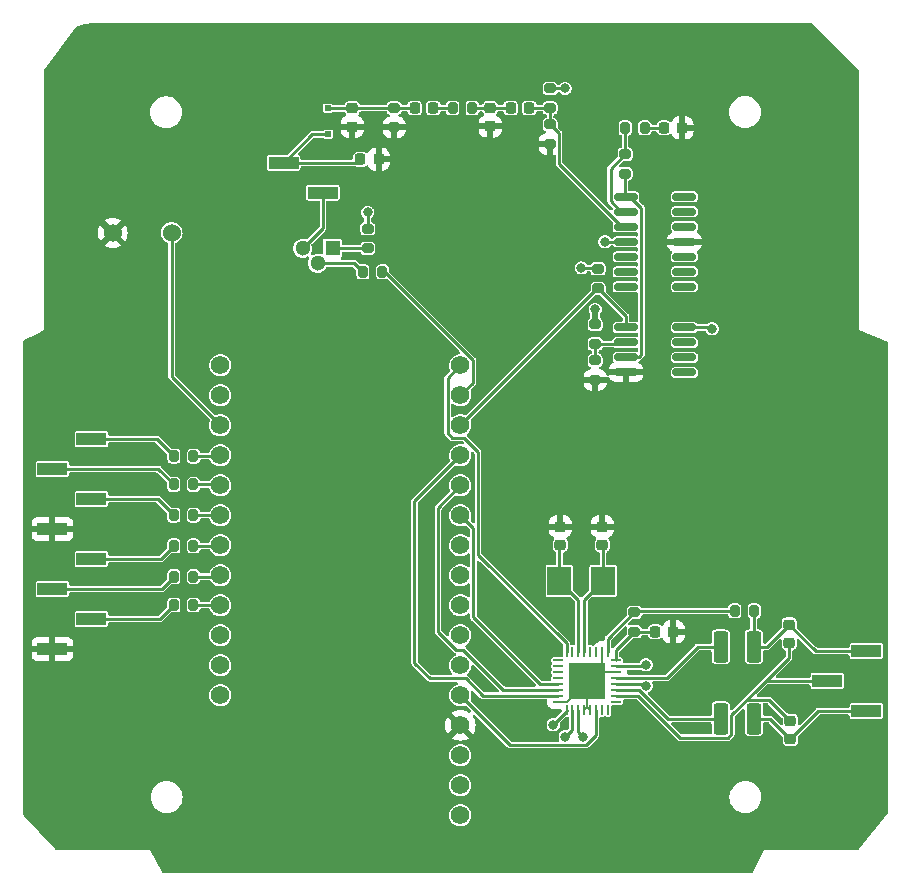
<source format=gtl>
%TF.GenerationSoftware,KiCad,Pcbnew,(6.0.4-0)*%
%TF.CreationDate,2022-04-21T22:45:57-07:00*%
%TF.ProjectId,Labpass RFID Reader,4c616270-6173-4732-9052-464944205265,0.1.0*%
%TF.SameCoordinates,Original*%
%TF.FileFunction,Copper,L1,Top*%
%TF.FilePolarity,Positive*%
%FSLAX46Y46*%
G04 Gerber Fmt 4.6, Leading zero omitted, Abs format (unit mm)*
G04 Created by KiCad (PCBNEW (6.0.4-0)) date 2022-04-21 22:45:57*
%MOMM*%
%LPD*%
G01*
G04 APERTURE LIST*
G04 Aperture macros list*
%AMRoundRect*
0 Rectangle with rounded corners*
0 $1 Rounding radius*
0 $2 $3 $4 $5 $6 $7 $8 $9 X,Y pos of 4 corners*
0 Add a 4 corners polygon primitive as box body*
4,1,4,$2,$3,$4,$5,$6,$7,$8,$9,$2,$3,0*
0 Add four circle primitives for the rounded corners*
1,1,$1+$1,$2,$3*
1,1,$1+$1,$4,$5*
1,1,$1+$1,$6,$7*
1,1,$1+$1,$8,$9*
0 Add four rect primitives between the rounded corners*
20,1,$1+$1,$2,$3,$4,$5,0*
20,1,$1+$1,$4,$5,$6,$7,0*
20,1,$1+$1,$6,$7,$8,$9,0*
20,1,$1+$1,$8,$9,$2,$3,0*%
G04 Aperture macros list end*
%TA.AperFunction,SMDPad,CuDef*%
%ADD10RoundRect,0.062500X0.062500X-0.375000X0.062500X0.375000X-0.062500X0.375000X-0.062500X-0.375000X0*%
%TD*%
%TA.AperFunction,SMDPad,CuDef*%
%ADD11RoundRect,0.062500X0.375000X-0.062500X0.375000X0.062500X-0.375000X0.062500X-0.375000X-0.062500X0*%
%TD*%
%TA.AperFunction,SMDPad,CuDef*%
%ADD12R,3.100000X3.100000*%
%TD*%
%TA.AperFunction,SMDPad,CuDef*%
%ADD13RoundRect,0.200000X0.200000X0.275000X-0.200000X0.275000X-0.200000X-0.275000X0.200000X-0.275000X0*%
%TD*%
%TA.AperFunction,SMDPad,CuDef*%
%ADD14RoundRect,0.225000X0.225000X0.250000X-0.225000X0.250000X-0.225000X-0.250000X0.225000X-0.250000X0*%
%TD*%
%TA.AperFunction,SMDPad,CuDef*%
%ADD15R,0.500000X0.500000*%
%TD*%
%TA.AperFunction,SMDPad,CuDef*%
%ADD16R,2.000000X2.400000*%
%TD*%
%TA.AperFunction,ComponentPad*%
%ADD17C,1.524000*%
%TD*%
%TA.AperFunction,SMDPad,CuDef*%
%ADD18RoundRect,0.250000X-0.375000X-1.075000X0.375000X-1.075000X0.375000X1.075000X-0.375000X1.075000X0*%
%TD*%
%TA.AperFunction,SMDPad,CuDef*%
%ADD19RoundRect,0.225000X-0.225000X-0.250000X0.225000X-0.250000X0.225000X0.250000X-0.225000X0.250000X0*%
%TD*%
%TA.AperFunction,SMDPad,CuDef*%
%ADD20R,2.510000X1.000000*%
%TD*%
%TA.AperFunction,SMDPad,CuDef*%
%ADD21RoundRect,0.200000X-0.200000X-0.275000X0.200000X-0.275000X0.200000X0.275000X-0.200000X0.275000X0*%
%TD*%
%TA.AperFunction,ComponentPad*%
%ADD22R,1.300000X1.300000*%
%TD*%
%TA.AperFunction,ComponentPad*%
%ADD23C,1.300000*%
%TD*%
%TA.AperFunction,SMDPad,CuDef*%
%ADD24RoundRect,0.200000X-0.275000X0.200000X-0.275000X-0.200000X0.275000X-0.200000X0.275000X0.200000X0*%
%TD*%
%TA.AperFunction,SMDPad,CuDef*%
%ADD25RoundRect,0.200000X0.275000X-0.200000X0.275000X0.200000X-0.275000X0.200000X-0.275000X-0.200000X0*%
%TD*%
%TA.AperFunction,SMDPad,CuDef*%
%ADD26RoundRect,0.225000X-0.250000X0.225000X-0.250000X-0.225000X0.250000X-0.225000X0.250000X0.225000X0*%
%TD*%
%TA.AperFunction,SMDPad,CuDef*%
%ADD27RoundRect,0.225000X0.250000X-0.225000X0.250000X0.225000X-0.250000X0.225000X-0.250000X-0.225000X0*%
%TD*%
%TA.AperFunction,SMDPad,CuDef*%
%ADD28RoundRect,0.150000X-0.825000X-0.150000X0.825000X-0.150000X0.825000X0.150000X-0.825000X0.150000X0*%
%TD*%
%TA.AperFunction,ComponentPad*%
%ADD29C,1.574800*%
%TD*%
%TA.AperFunction,SMDPad,CuDef*%
%ADD30RoundRect,0.250000X0.375000X1.075000X-0.375000X1.075000X-0.375000X-1.075000X0.375000X-1.075000X0*%
%TD*%
%TA.AperFunction,ViaPad*%
%ADD31C,0.508000*%
%TD*%
%TA.AperFunction,ViaPad*%
%ADD32C,0.800000*%
%TD*%
%TA.AperFunction,Conductor*%
%ADD33C,0.250000*%
%TD*%
%TA.AperFunction,Conductor*%
%ADD34C,0.154100*%
%TD*%
%TA.AperFunction,Conductor*%
%ADD35C,0.500000*%
%TD*%
G04 APERTURE END LIST*
D10*
%TO.P,U4,1,I2C*%
%TO.N,Net-(R12-Pad2)*%
X152683169Y-116837669D03*
%TO.P,U4,2,PVDD*%
%TO.N,+3V3*%
X153183169Y-116837669D03*
%TO.P,U4,3,DVDD*%
X153683169Y-116837669D03*
%TO.P,U4,4,DVSS*%
%TO.N,GND*%
X154183169Y-116837669D03*
%TO.P,U4,5,PVSS*%
X154683169Y-116837669D03*
%TO.P,U4,6,NRSTPD*%
%TO.N,/labpass_rf_13.56M/RESET*%
X155183169Y-116837669D03*
%TO.P,U4,7*%
%TO.N,N/C*%
X155683169Y-116837669D03*
%TO.P,U4,8*%
X156183169Y-116837669D03*
D11*
%TO.P,U4,9*%
X156870669Y-116150169D03*
%TO.P,U4,10,TVSS*%
%TO.N,/labpass_rf_13.56M/TVSS*%
X156870669Y-115650169D03*
%TO.P,U4,11,TX1*%
%TO.N,/labpass_rf_13.56M/TX1*%
X156870669Y-115150169D03*
%TO.P,U4,12,TVDD*%
%TO.N,+3V3*%
X156870669Y-114650169D03*
%TO.P,U4,13,TX2*%
%TO.N,/labpass_rf_13.56M/TX2*%
X156870669Y-114150169D03*
%TO.P,U4,14,TVSS*%
%TO.N,GND*%
X156870669Y-113650169D03*
%TO.P,U4,15,AVDD*%
%TO.N,+3V3*%
X156870669Y-113150169D03*
%TO.P,U4,16,VMID*%
%TO.N,/labpass_rf_13.56M/VMID*%
X156870669Y-112650169D03*
D10*
%TO.P,U4,17,RX*%
%TO.N,/labpass_rf_13.56M/RX*%
X156183169Y-111962669D03*
%TO.P,U4,18,AVSS*%
%TO.N,GND*%
X155683169Y-111962669D03*
%TO.P,U4,19*%
%TO.N,N/C*%
X155183169Y-111962669D03*
%TO.P,U4,20*%
X154683169Y-111962669D03*
%TO.P,U4,21,OSCIN*%
%TO.N,/labpass_rf_13.56M/XTAL1*%
X154183169Y-111962669D03*
%TO.P,U4,22,OSCOUT*%
%TO.N,/labpass_rf_13.56M/XTAL2*%
X153683169Y-111962669D03*
%TO.P,U4,23*%
%TO.N,N/C*%
X153183169Y-111962669D03*
%TO.P,U4,24,SDA*%
%TO.N,/labpass_rf_13.56M/SDA*%
X152683169Y-111962669D03*
D11*
%TO.P,U4,25*%
%TO.N,N/C*%
X151995669Y-112650169D03*
%TO.P,U4,26*%
X151995669Y-113150169D03*
%TO.P,U4,27*%
X151995669Y-113650169D03*
%TO.P,U4,28*%
X151995669Y-114150169D03*
%TO.P,U4,29,SCK*%
%TO.N,/labpass_rf_13.56M/SCK*%
X151995669Y-114650169D03*
%TO.P,U4,30,MOSI*%
%TO.N,/labpass_rf_13.56M/MOSI*%
X151995669Y-115150169D03*
%TO.P,U4,31,MISO*%
%TO.N,/labpass_rf_13.56M/MISO*%
X151995669Y-115650169D03*
%TO.P,U4,32,EA*%
%TO.N,GND*%
X151995669Y-116150169D03*
D12*
%TO.P,U4,33*%
X154433169Y-114400169D03*
%TD*%
D13*
%TO.P,R15,1*%
%TO.N,/Indicators/LED_1_B*%
X121091182Y-100360280D03*
%TO.P,R15,2*%
%TO.N,Net-(R15-Pad2)*%
X119441182Y-100360280D03*
%TD*%
D14*
%TO.P,C4,1*%
%TO.N,Net-(C4-Pad1)*%
X149516169Y-65882169D03*
%TO.P,C4,2*%
%TO.N,Net-(C4-Pad2)*%
X147966169Y-65882169D03*
%TD*%
D15*
%TO.P,D1,1,K*%
%TO.N,Net-(C8-Pad1)*%
X132483169Y-68110169D03*
%TO.P,D1,2,A*%
%TO.N,Net-(C6-Pad1)*%
X132483169Y-65910169D03*
%TD*%
D16*
%TO.P,Y1,1,1*%
%TO.N,/labpass_rf_13.56M/XTAL1*%
X155775169Y-105922169D03*
%TO.P,Y1,2,2*%
%TO.N,/labpass_rf_13.56M/XTAL2*%
X152075169Y-105922169D03*
%TD*%
D17*
%TO.P,BZ1,1,-*%
%TO.N,/Indicators/buzzer*%
X119250169Y-76456169D03*
%TO.P,BZ1,2,+*%
%TO.N,GND*%
X114250169Y-76456169D03*
%TD*%
D18*
%TO.P,L2,1,1*%
%TO.N,/labpass_rf_13.56M/TX2*%
X165733169Y-111510169D03*
%TO.P,L2,2,2*%
%TO.N,Net-(C20-Pad2)*%
X168533169Y-111510169D03*
%TD*%
D19*
%TO.P,C19,1*%
%TO.N,/labpass_rf_13.56M/VMID*%
X160184169Y-110238169D03*
%TO.P,C19,2*%
%TO.N,GND*%
X161734169Y-110238169D03*
%TD*%
%TO.P,C8,1*%
%TO.N,Net-(C8-Pad1)*%
X135234865Y-70228169D03*
%TO.P,C8,2*%
%TO.N,GND*%
X136784865Y-70228169D03*
%TD*%
D20*
%TO.P,L1,1,1*%
%TO.N,Net-(L1-Pad1)*%
X132055000Y-73070000D03*
%TO.P,L1,2,2*%
%TO.N,Net-(C8-Pad1)*%
X128745000Y-70530000D03*
%TD*%
D13*
%TO.P,R20,1*%
%TO.N,/Indicators/LED_2_B*%
X121091182Y-107960280D03*
%TO.P,R20,2*%
%TO.N,Net-(J2-Pad7)*%
X119441182Y-107960280D03*
%TD*%
D21*
%TO.P,R14,1*%
%TO.N,/labpass_rf_13.56M/RX*%
X166916169Y-108460169D03*
%TO.P,R14,2*%
%TO.N,Net-(C20-Pad2)*%
X168566169Y-108460169D03*
%TD*%
%TO.P,R5,1*%
%TO.N,Net-(R4-Pad1)*%
X157644169Y-67566169D03*
%TO.P,R5,2*%
%TO.N,Net-(C3-Pad2)*%
X159294169Y-67566169D03*
%TD*%
D22*
%TO.P,Q1,1,C*%
%TO.N,Net-(Q1-Pad1)*%
X132866182Y-77760280D03*
D23*
%TO.P,Q1,2,B*%
%TO.N,Net-(Q1-Pad2)*%
X131596182Y-79030280D03*
%TO.P,Q1,3,E*%
%TO.N,Net-(L1-Pad1)*%
X130326182Y-77760280D03*
%TD*%
D24*
%TO.P,R4,1*%
%TO.N,Net-(R4-Pad1)*%
X157644169Y-69789169D03*
%TO.P,R4,2*%
%TO.N,Net-(R4-Pad2)*%
X157644169Y-71439169D03*
%TD*%
D13*
%TO.P,R10,1*%
%TO.N,/labpass_rf_125k/LF_RF_TX*%
X137091182Y-79760280D03*
%TO.P,R10,2*%
%TO.N,Net-(Q1-Pad2)*%
X135441182Y-79760280D03*
%TD*%
D24*
%TO.P,R3,1*%
%TO.N,Net-(R2-Pad2)*%
X155104169Y-87252169D03*
%TO.P,R3,2*%
%TO.N,GND*%
X155104169Y-88902169D03*
%TD*%
D13*
%TO.P,R16,1*%
%TO.N,/Indicators/LED_1_R*%
X121091182Y-95360280D03*
%TO.P,R16,2*%
%TO.N,Net-(J2-Pad1)*%
X119441182Y-95360280D03*
%TD*%
D20*
%TO.P,J2,1,Pin_1*%
%TO.N,Net-(J2-Pad1)*%
X112455000Y-93910000D03*
%TO.P,J2,2,Pin_2*%
%TO.N,Net-(J2-Pad2)*%
X109145000Y-96450000D03*
%TO.P,J2,3,Pin_3*%
%TO.N,Net-(R15-Pad2)*%
X112455000Y-98990000D03*
%TO.P,J2,4,Pin_4*%
%TO.N,GND*%
X109145000Y-101530000D03*
%TO.P,J2,5,Pin_5*%
%TO.N,Net-(J2-Pad5)*%
X112455000Y-104070000D03*
%TO.P,J2,6,Pin_6*%
%TO.N,Net-(J2-Pad6)*%
X109145000Y-106610000D03*
%TO.P,J2,7,Pin_7*%
%TO.N,Net-(J2-Pad7)*%
X112455000Y-109150000D03*
%TO.P,J2,8,Pin_8*%
%TO.N,GND*%
X109145000Y-111690000D03*
%TD*%
D25*
%TO.P,R9,1*%
%TO.N,GND*%
X138086169Y-67532169D03*
%TO.P,R9,2*%
%TO.N,Net-(C6-Pad1)*%
X138086169Y-65882169D03*
%TD*%
D14*
%TO.P,C3,1*%
%TO.N,GND*%
X162476169Y-67566169D03*
%TO.P,C3,2*%
%TO.N,Net-(C3-Pad2)*%
X160926169Y-67566169D03*
%TD*%
D26*
%TO.P,C17,1*%
%TO.N,GND*%
X155703169Y-101322169D03*
%TO.P,C17,2*%
%TO.N,/labpass_rf_13.56M/XTAL1*%
X155703169Y-102872169D03*
%TD*%
D13*
%TO.P,R18,1*%
%TO.N,/Indicators/LED_2_R*%
X121091182Y-102960280D03*
%TO.P,R18,2*%
%TO.N,Net-(J2-Pad5)*%
X119441182Y-102960280D03*
%TD*%
D24*
%TO.P,R7,1*%
%TO.N,Net-(C4-Pad1)*%
X151294169Y-67280169D03*
%TO.P,R7,2*%
%TO.N,GND*%
X151294169Y-68930169D03*
%TD*%
D27*
%TO.P,C18,1*%
%TO.N,/labpass_rf_13.56M/XTAL2*%
X152147169Y-102872169D03*
%TO.P,C18,2*%
%TO.N,GND*%
X152147169Y-101322169D03*
%TD*%
D20*
%TO.P,J1,1,Pin_1*%
%TO.N,Net-(C21-Pad1)*%
X178055000Y-116940000D03*
%TO.P,J1,2,Pin_2*%
%TO.N,/labpass_rf_13.56M/TVSS*%
X174745000Y-114400000D03*
%TO.P,J1,3,Pin_3*%
%TO.N,Net-(C20-Pad2)*%
X178055000Y-111860000D03*
%TD*%
D13*
%TO.P,R8,1*%
%TO.N,Net-(C4-Pad2)*%
X144690169Y-65882169D03*
%TO.P,R8,2*%
%TO.N,Net-(C6-Pad2)*%
X143040169Y-65882169D03*
%TD*%
D19*
%TO.P,C6,1*%
%TO.N,Net-(C6-Pad1)*%
X139838169Y-65882169D03*
%TO.P,C6,2*%
%TO.N,Net-(C6-Pad2)*%
X141388169Y-65882169D03*
%TD*%
D28*
%TO.P,U3,1*%
%TO.N,Net-(R4-Pad2)*%
X157709169Y-73408169D03*
%TO.P,U3,2,-*%
%TO.N,Net-(R4-Pad1)*%
X157709169Y-74678169D03*
%TO.P,U3,3,+*%
%TO.N,Net-(C4-Pad1)*%
X157709169Y-75948169D03*
%TO.P,U3,4,V+*%
%TO.N,+3V3*%
X157709169Y-77218169D03*
%TO.P,U3,5*%
%TO.N,N/C*%
X157709169Y-78488169D03*
%TO.P,U3,6*%
X157709169Y-79758169D03*
%TO.P,U3,7*%
X157709169Y-81028169D03*
%TO.P,U3,8*%
X162659169Y-81028169D03*
%TO.P,U3,9*%
X162659169Y-79758169D03*
%TO.P,U3,10*%
X162659169Y-78488169D03*
%TO.P,U3,11,V-*%
%TO.N,GND*%
X162659169Y-77218169D03*
%TO.P,U3,12*%
%TO.N,N/C*%
X162659169Y-75948169D03*
%TO.P,U3,13*%
X162659169Y-74678169D03*
%TO.P,U3,14*%
X162659169Y-73408169D03*
%TD*%
D13*
%TO.P,R17,1*%
%TO.N,/Indicators/LED_1_G*%
X121091182Y-97760280D03*
%TO.P,R17,2*%
%TO.N,Net-(J2-Pad2)*%
X119441182Y-97760280D03*
%TD*%
D29*
%TO.P,U1,3.3V,3.3V*%
%TO.N,+3V3*%
X143686169Y-123235419D03*
%TO.P,U1,12,12*%
%TO.N,/Indicators/LED_2_G*%
X123366169Y-105455419D03*
%TO.P,U1,13,13*%
%TO.N,/Indicators/LED_2_B*%
X123366169Y-107995419D03*
%TO.P,U1,14,14*%
%TO.N,/Indicators/buzzer*%
X123366169Y-92755419D03*
%TO.P,U1,15,15*%
%TO.N,/Indicators/LED_1_G*%
X123366169Y-97835419D03*
%TO.P,U1,21,CS*%
%TO.N,/labpass_rf_13.56M/SDA*%
X143686169Y-87675419D03*
%TO.P,U1,27,27*%
%TO.N,/Indicators/LED_2_R*%
X123366169Y-102915419D03*
%TO.P,U1,32,32*%
%TO.N,/Indicators/LED_1_R*%
X123366169Y-95295419D03*
%TO.P,U1,33,33*%
%TO.N,/Indicators/LED_1_B*%
X123366169Y-100375419D03*
%TO.P,U1,A0,A0*%
%TO.N,/labpass_rf_13.56M/RESET*%
X143686169Y-115615419D03*
%TO.P,U1,A1*%
%TO.N,N/C*%
X143686169Y-113075419D03*
%TO.P,U1,A2*%
X143686169Y-110535419D03*
%TO.P,U1,A3*%
X143686169Y-107995419D03*
%TO.P,U1,A4*%
X143686169Y-105455419D03*
%TO.P,U1,A5*%
X143686169Y-102915419D03*
%TO.P,U1,BAT*%
X123366169Y-115615419D03*
%TO.P,U1,EN*%
X123366169Y-113075419D03*
%TO.P,U1,GND,GND*%
%TO.N,GND*%
X143686169Y-118155419D03*
%TO.P,U1,MI,MISO*%
%TO.N,/labpass_rf_13.56M/MISO*%
X143686169Y-95295419D03*
%TO.P,U1,MO,MOSI*%
%TO.N,/labpass_rf_13.56M/MOSI*%
X143686169Y-97835419D03*
%TO.P,U1,NC*%
%TO.N,N/C*%
X143686169Y-120695419D03*
%TO.P,U1,RST*%
X143686169Y-125775419D03*
%TO.P,U1,RX,RX*%
%TO.N,/labpass_rf_125k/LF_RF_RX*%
X143686169Y-92755419D03*
%TO.P,U1,SCK,SCK*%
%TO.N,/labpass_rf_13.56M/SCK*%
X143686169Y-100375419D03*
%TO.P,U1,SCL*%
%TO.N,N/C*%
X123366169Y-90215419D03*
%TO.P,U1,SDA*%
X123366169Y-87675419D03*
%TO.P,U1,TX,TX*%
%TO.N,/labpass_rf_125k/LF_RF_TX*%
X143686169Y-90215419D03*
%TO.P,U1,USB,USB*%
%TO.N,+5V*%
X123366169Y-110535419D03*
%TD*%
D27*
%TO.P,C20,1*%
%TO.N,/labpass_rf_13.56M/TVSS*%
X171526169Y-111172169D03*
%TO.P,C20,2*%
%TO.N,Net-(C20-Pad2)*%
X171526169Y-109622169D03*
%TD*%
D28*
%TO.P,U2,1*%
%TO.N,/labpass_rf_125k/LF_RF_RX*%
X157709169Y-84457169D03*
%TO.P,U2,2,-*%
%TO.N,Net-(R2-Pad2)*%
X157709169Y-85727169D03*
%TO.P,U2,3,+*%
%TO.N,Net-(R4-Pad2)*%
X157709169Y-86997169D03*
%TO.P,U2,4,V-*%
%TO.N,GND*%
X157709169Y-88267169D03*
%TO.P,U2,5*%
%TO.N,N/C*%
X162659169Y-88267169D03*
%TO.P,U2,6*%
X162659169Y-86997169D03*
%TO.P,U2,7*%
X162659169Y-85727169D03*
%TO.P,U2,8,V+*%
%TO.N,+3V3*%
X162659169Y-84457169D03*
%TD*%
D13*
%TO.P,R19,1*%
%TO.N,/Indicators/LED_2_G*%
X121091182Y-105560280D03*
%TO.P,R19,2*%
%TO.N,Net-(J2-Pad6)*%
X119441182Y-105560280D03*
%TD*%
D27*
%TO.P,C21,1*%
%TO.N,Net-(C21-Pad1)*%
X171626169Y-119322169D03*
%TO.P,C21,2*%
%TO.N,/labpass_rf_13.56M/TVSS*%
X171626169Y-117772169D03*
%TD*%
D25*
%TO.P,R11,1*%
%TO.N,Net-(Q1-Pad1)*%
X135851182Y-77760280D03*
%TO.P,R11,2*%
%TO.N,+5V*%
X135851182Y-76110280D03*
%TD*%
D24*
%TO.P,R1,1*%
%TO.N,+3V3*%
X155358169Y-79504169D03*
%TO.P,R1,2*%
%TO.N,/labpass_rf_125k/LF_RF_RX*%
X155358169Y-81154169D03*
%TD*%
D30*
%TO.P,L3,1,1*%
%TO.N,Net-(C21-Pad1)*%
X168533169Y-117604169D03*
%TO.P,L3,2,2*%
%TO.N,/labpass_rf_13.56M/TX1*%
X165733169Y-117604169D03*
%TD*%
D26*
%TO.P,C5,1*%
%TO.N,Net-(C4-Pad2)*%
X146214169Y-65882169D03*
%TO.P,C5,2*%
%TO.N,GND*%
X146214169Y-67432169D03*
%TD*%
D24*
%TO.P,R2,1*%
%TO.N,+3V3*%
X155104169Y-84204169D03*
%TO.P,R2,2*%
%TO.N,Net-(R2-Pad2)*%
X155104169Y-85854169D03*
%TD*%
D26*
%TO.P,C7,1*%
%TO.N,Net-(C6-Pad1)*%
X134530169Y-65910169D03*
%TO.P,C7,2*%
%TO.N,GND*%
X134530169Y-67460169D03*
%TD*%
D24*
%TO.P,R6,1*%
%TO.N,+3V3*%
X151294169Y-64232169D03*
%TO.P,R6,2*%
%TO.N,Net-(C4-Pad1)*%
X151294169Y-65882169D03*
%TD*%
%TO.P,R13,1*%
%TO.N,/labpass_rf_13.56M/RX*%
X158406169Y-108588169D03*
%TO.P,R13,2*%
%TO.N,/labpass_rf_13.56M/VMID*%
X158406169Y-110238169D03*
%TD*%
D31*
%TO.N,GND*%
X157000000Y-110800000D03*
X169800000Y-116800000D03*
X163400000Y-118400000D03*
X145400000Y-116400000D03*
X145400000Y-114200000D03*
X148400000Y-114200000D03*
X148400000Y-109600000D03*
D32*
X154433169Y-114400169D03*
%TO.N,+3V3*%
X155926169Y-77218169D03*
X165010169Y-84584169D03*
X154088169Y-119128169D03*
X153926169Y-79422169D03*
X159422169Y-114810169D03*
X155104169Y-82934169D03*
X152564169Y-119128169D03*
X152564169Y-64232169D03*
X159422169Y-113032169D03*
%TO.N,+5V*%
X135851182Y-74712280D03*
%TO.N,Net-(R12-Pad2)*%
X151548169Y-118112169D03*
%TD*%
D33*
%TO.N,Net-(J2-Pad1)*%
X112455000Y-93910000D02*
X117990902Y-93910000D01*
%TO.N,Net-(J2-Pad2)*%
X109145000Y-96450000D02*
X118130902Y-96450000D01*
%TO.N,Net-(J2-Pad1)*%
X117990902Y-93910000D02*
X119441182Y-95360280D01*
%TO.N,Net-(J2-Pad2)*%
X118130902Y-96450000D02*
X119441182Y-97760280D01*
%TO.N,Net-(R15-Pad2)*%
X112455000Y-98990000D02*
X118070902Y-98990000D01*
X118070902Y-98990000D02*
X119441182Y-100360280D01*
%TO.N,Net-(J2-Pad5)*%
X112455000Y-104070000D02*
X118331462Y-104070000D01*
X118331462Y-104070000D02*
X119441182Y-102960280D01*
%TO.N,Net-(J2-Pad6)*%
X109145000Y-106610000D02*
X118391462Y-106610000D01*
X118391462Y-106610000D02*
X119441182Y-105560280D01*
%TO.N,Net-(J2-Pad7)*%
X112455000Y-109150000D02*
X118251462Y-109150000D01*
X118251462Y-109150000D02*
X119441182Y-107960280D01*
%TO.N,/labpass_rf_13.56M/MOSI*%
X143945400Y-111762169D02*
X143340438Y-111762169D01*
X147333400Y-115150169D02*
X143945400Y-111762169D01*
X143340438Y-111762169D02*
X141800000Y-110221731D01*
X141800000Y-110221731D02*
X141800000Y-99721588D01*
X151995669Y-115150169D02*
X147333400Y-115150169D01*
X141800000Y-99721588D02*
X143686169Y-97835419D01*
%TO.N,/labpass_rf_13.56M/MISO*%
X151995669Y-115650169D02*
X145609578Y-115650169D01*
X141129430Y-114187330D02*
X139800000Y-112857900D01*
X144146739Y-114187330D02*
X141129430Y-114187330D01*
X145609578Y-115650169D02*
X144146739Y-114187330D01*
X139800000Y-112857900D02*
X139800000Y-99181588D01*
X139800000Y-99181588D02*
X143686169Y-95295419D01*
D34*
%TO.N,GND*%
X156870669Y-113650169D02*
X155183169Y-113650169D01*
X155183169Y-113650169D02*
X154433169Y-114400169D01*
X155683169Y-111962669D02*
X155683169Y-113150169D01*
X155683169Y-113150169D02*
X154433169Y-114400169D01*
X154683169Y-116837669D02*
X154433169Y-116587669D01*
X154433169Y-116587669D02*
X154433169Y-114400169D01*
X154183169Y-116837669D02*
X154433169Y-116587669D01*
X151995669Y-116150169D02*
X152683169Y-116150169D01*
X152683169Y-116150169D02*
X154433169Y-114400169D01*
D33*
%TO.N,/labpass_rf_13.56M/RESET*%
X155183169Y-116837669D02*
X155183169Y-118990467D01*
X155183169Y-118990467D02*
X154368556Y-119805080D01*
X147875830Y-119805080D02*
X143686169Y-115615419D01*
X154368556Y-119805080D02*
X147875830Y-119805080D01*
%TO.N,+3V3*%
X153683169Y-116837669D02*
X153683169Y-118723169D01*
X153683169Y-118723169D02*
X154088169Y-119128169D01*
X153183169Y-116837669D02*
X153183169Y-118509169D01*
X153183169Y-118509169D02*
X152564169Y-119128169D01*
%TO.N,Net-(R12-Pad2)*%
X151548169Y-118112169D02*
X152683169Y-116977169D01*
X152683169Y-116977169D02*
X152683169Y-116837669D01*
%TO.N,/labpass_rf_13.56M/TVSS*%
X166635089Y-117307072D02*
X166635089Y-118897426D01*
X166635089Y-118897426D02*
X166326426Y-119206089D01*
X168871080Y-115071080D02*
X166635089Y-117307072D01*
X162292391Y-119206089D02*
X158736471Y-115650169D01*
X166326426Y-119206089D02*
X162292391Y-119206089D01*
X158736471Y-115650169D02*
X156870669Y-115650169D01*
%TO.N,/labpass_rf_13.56M/TX1*%
X156870669Y-115150169D02*
X158804871Y-115150169D01*
X158804871Y-115150169D02*
X161258871Y-117604169D01*
X161258871Y-117604169D02*
X165733169Y-117604169D01*
%TO.N,+3V3*%
X156870669Y-114650169D02*
X159262169Y-114650169D01*
X159262169Y-114650169D02*
X159422169Y-114810169D01*
%TO.N,/labpass_rf_13.56M/TX2*%
X156870669Y-114150169D02*
X156887580Y-114133258D01*
X156887580Y-114133258D02*
X161173782Y-114133258D01*
X161173782Y-114133258D02*
X163796871Y-111510169D01*
X163796871Y-111510169D02*
X165733169Y-111510169D01*
%TO.N,+3V3*%
X156870669Y-113150169D02*
X159304169Y-113150169D01*
X159304169Y-113150169D02*
X159422169Y-113032169D01*
%TO.N,/labpass_rf_13.56M/VMID*%
X158406169Y-110238169D02*
X156870669Y-111773669D01*
X156870669Y-111773669D02*
X156870669Y-112650169D01*
%TO.N,/labpass_rf_13.56M/RX*%
X156183169Y-111962669D02*
X156183169Y-110811169D01*
X156183169Y-110811169D02*
X158406169Y-108588169D01*
%TO.N,/labpass_rf_13.56M/XTAL1*%
X155775169Y-105922169D02*
X154183169Y-107514169D01*
X154183169Y-107514169D02*
X154183169Y-111962669D01*
%TO.N,/labpass_rf_13.56M/XTAL2*%
X152075169Y-105922169D02*
X153683169Y-107530169D01*
X153683169Y-107530169D02*
X153683169Y-111962669D01*
%TO.N,/labpass_rf_13.56M/SDA*%
X152683169Y-111962669D02*
X152683169Y-111225169D01*
X144019730Y-93819730D02*
X143003730Y-93819730D01*
X152683169Y-111225169D02*
X145200000Y-103742000D01*
X143003730Y-93819730D02*
X142621858Y-93437858D01*
X145200000Y-103742000D02*
X145200000Y-95000000D01*
X145200000Y-95000000D02*
X144019730Y-93819730D01*
X142621858Y-88739730D02*
X143686169Y-87675419D01*
X142621858Y-93437858D02*
X142621858Y-88739730D01*
%TO.N,/labpass_rf_13.56M/SCK*%
X151995669Y-114650169D02*
X150443163Y-114650169D01*
X150443163Y-114650169D02*
X144798080Y-109005086D01*
X144798080Y-109005086D02*
X144798080Y-101487330D01*
X144798080Y-101487330D02*
X143686169Y-100375419D01*
D35*
%TO.N,+3V3*%
X164883169Y-84457169D02*
X165010169Y-84584169D01*
D33*
X162659169Y-84457169D02*
X164883169Y-84457169D01*
X155926169Y-77218169D02*
X157709169Y-77218169D01*
X155276169Y-79422169D02*
X155358169Y-79504169D01*
X151294169Y-64232169D02*
X152564169Y-64232169D01*
D35*
X155104169Y-82934169D02*
X155104169Y-84204169D01*
D33*
X153926169Y-79422169D02*
X155276169Y-79422169D01*
%TO.N,Net-(C3-Pad2)*%
X159294169Y-67566169D02*
X160926169Y-67566169D01*
%TO.N,Net-(C4-Pad1)*%
X151294169Y-65882169D02*
X149516169Y-65882169D01*
X157400413Y-75948169D02*
X152046089Y-70593845D01*
X151294169Y-67280169D02*
X151294169Y-65882169D01*
X152046089Y-70593845D02*
X152046089Y-68032089D01*
X157709169Y-75948169D02*
X157400413Y-75948169D01*
X152046089Y-68032089D02*
X151294169Y-67280169D01*
%TO.N,Net-(C4-Pad2)*%
X147966169Y-65882169D02*
X146214169Y-65882169D01*
X146214169Y-65882169D02*
X144690169Y-65882169D01*
%TO.N,Net-(C6-Pad1)*%
X138086169Y-65882169D02*
X134558169Y-65882169D01*
X132483169Y-65910169D02*
X134530169Y-65910169D01*
X134558169Y-65882169D02*
X134530169Y-65910169D01*
X139838169Y-65882169D02*
X138086169Y-65882169D01*
%TO.N,Net-(C6-Pad2)*%
X143040169Y-65882169D02*
X141388169Y-65882169D01*
%TO.N,Net-(C8-Pad1)*%
X131164831Y-68110169D02*
X132483169Y-68110169D01*
X134933034Y-70530000D02*
X135234865Y-70228169D01*
X128745000Y-70530000D02*
X131164831Y-68110169D01*
X128745000Y-70530000D02*
X134933034Y-70530000D01*
%TO.N,Net-(C20-Pad2)*%
X171526169Y-109622169D02*
X173764000Y-111860000D01*
X168533169Y-111510169D02*
X169638169Y-111510169D01*
X169638169Y-111510169D02*
X171526169Y-109622169D01*
X168533169Y-108493169D02*
X168533169Y-111510169D01*
X168566169Y-108460169D02*
X168533169Y-108493169D01*
X173764000Y-111860000D02*
X178055000Y-111860000D01*
%TO.N,Net-(C21-Pad1)*%
X171626169Y-119322169D02*
X174008338Y-116940000D01*
X168533169Y-117604169D02*
X169908169Y-117604169D01*
X169908169Y-117604169D02*
X171626169Y-119322169D01*
X174008338Y-116940000D02*
X178055000Y-116940000D01*
%TO.N,Net-(L1-Pad1)*%
X132055000Y-73070000D02*
X132055000Y-76031462D01*
X132055000Y-76031462D02*
X130326182Y-77760280D01*
%TO.N,Net-(Q1-Pad1)*%
X132866182Y-77760280D02*
X135851182Y-77760280D01*
%TO.N,Net-(Q1-Pad2)*%
X131596182Y-79030280D02*
X134711182Y-79030280D01*
X134711182Y-79030280D02*
X135441182Y-79760280D01*
%TO.N,/labpass_rf_125k/LF_RF_RX*%
X143686169Y-92755419D02*
X155287419Y-81154169D01*
X155287419Y-81154169D02*
X155358169Y-81154169D01*
X157709169Y-84457169D02*
X157709169Y-83505169D01*
X157709169Y-83505169D02*
X155358169Y-81154169D01*
%TO.N,Net-(R2-Pad2)*%
X155104169Y-85854169D02*
X155104169Y-87252169D01*
X155104169Y-85854169D02*
X157582169Y-85854169D01*
X157582169Y-85854169D02*
X157709169Y-85727169D01*
%TO.N,Net-(R4-Pad1)*%
X157644169Y-69789169D02*
X156409649Y-71023689D01*
X156409649Y-71023689D02*
X156409649Y-73754721D01*
X156409649Y-73754721D02*
X157333097Y-74678169D01*
X157644169Y-67566169D02*
X157644169Y-69789169D01*
X157333097Y-74678169D02*
X157709169Y-74678169D01*
%TO.N,Net-(R4-Pad2)*%
X157644169Y-71439169D02*
X157644169Y-73343169D01*
X158085241Y-73408169D02*
X159008689Y-74331617D01*
X157644169Y-73343169D02*
X157709169Y-73408169D01*
X159008689Y-74331617D02*
X159008689Y-86775649D01*
X158787169Y-86997169D02*
X157709169Y-86997169D01*
X159008689Y-86775649D02*
X158787169Y-86997169D01*
X157709169Y-73408169D02*
X158085241Y-73408169D01*
%TO.N,/labpass_rf_125k/LF_RF_TX*%
X144750480Y-87234566D02*
X144750480Y-89151108D01*
X137276194Y-79760280D02*
X144750480Y-87234566D01*
X144750480Y-89151108D02*
X143686169Y-90215419D01*
X137091182Y-79760280D02*
X137276194Y-79760280D01*
%TO.N,+5V*%
X135851182Y-76110280D02*
X135851182Y-74712280D01*
%TO.N,/labpass_rf_13.56M/XTAL1*%
X155703169Y-102872169D02*
X155775169Y-102944169D01*
X155775169Y-102944169D02*
X155775169Y-105922169D01*
%TO.N,/labpass_rf_13.56M/XTAL2*%
X152147169Y-102872169D02*
X152075169Y-102944169D01*
X152075169Y-102944169D02*
X152075169Y-105922169D01*
%TO.N,/labpass_rf_13.56M/VMID*%
X158406169Y-110238169D02*
X160184169Y-110238169D01*
%TO.N,/labpass_rf_13.56M/TVSS*%
X171526169Y-111172169D02*
X171526169Y-112415991D01*
X171626169Y-117772169D02*
X169856249Y-116002249D01*
X169542161Y-114400000D02*
X168871080Y-115071080D01*
X174745000Y-114400000D02*
X169542161Y-114400000D01*
X169856249Y-116002249D02*
X167939912Y-116002249D01*
X171526169Y-112415991D02*
X168871080Y-115071080D01*
%TO.N,/labpass_rf_13.56M/RX*%
X158534169Y-108460169D02*
X158406169Y-108588169D01*
X166916169Y-108460169D02*
X158534169Y-108460169D01*
%TO.N,/Indicators/buzzer*%
X119250169Y-88639419D02*
X123366169Y-92755419D01*
X119250169Y-76456169D02*
X119250169Y-88639419D01*
%TO.N,/Indicators/LED_1_B*%
X123351030Y-100360280D02*
X123366169Y-100375419D01*
X121091182Y-100360280D02*
X123351030Y-100360280D01*
%TO.N,/Indicators/LED_1_R*%
X121091182Y-95360280D02*
X123301308Y-95360280D01*
X123301308Y-95360280D02*
X123366169Y-95295419D01*
%TO.N,/Indicators/LED_1_G*%
X121091182Y-97760280D02*
X123291030Y-97760280D01*
X123291030Y-97760280D02*
X123366169Y-97835419D01*
%TO.N,/Indicators/LED_2_R*%
X123321308Y-102960280D02*
X123366169Y-102915419D01*
X121091182Y-102960280D02*
X123321308Y-102960280D01*
%TO.N,/Indicators/LED_2_G*%
X121091182Y-105560280D02*
X123261308Y-105560280D01*
X123261308Y-105560280D02*
X123366169Y-105455419D01*
%TO.N,/Indicators/LED_2_B*%
X123331030Y-107960280D02*
X123366169Y-107995419D01*
X121091182Y-107960280D02*
X123331030Y-107960280D01*
%TD*%
%TA.AperFunction,Conductor*%
%TO.N,GND*%
G36*
X173442100Y-58692171D02*
G01*
X173463074Y-58709074D01*
X177389264Y-62635264D01*
X177423290Y-62697576D01*
X177426169Y-62724359D01*
X177426169Y-84672169D01*
X179859791Y-85675213D01*
X179915149Y-85719664D01*
X179937776Y-85791706D01*
X179937776Y-125155377D01*
X179936225Y-125175088D01*
X179933021Y-125195317D01*
X179934572Y-125205110D01*
X179934572Y-125205115D01*
X179934946Y-125207477D01*
X179936409Y-125231887D01*
X179933702Y-125304358D01*
X179926542Y-125495979D01*
X179904012Y-125563303D01*
X179899168Y-125569799D01*
X177464002Y-128624708D01*
X177405900Y-128665508D01*
X177365475Y-128672169D01*
X169426169Y-128672169D01*
X169418573Y-128687361D01*
X168460995Y-130602518D01*
X168412640Y-130654502D01*
X168348297Y-130672169D01*
X118504041Y-130672169D01*
X118435920Y-130652167D01*
X118391343Y-130602518D01*
X117434270Y-128688371D01*
X117426169Y-128672169D01*
X109480216Y-128672169D01*
X109412095Y-128652167D01*
X109388920Y-128633008D01*
X106737690Y-125845721D01*
X106705234Y-125782578D01*
X106704137Y-125775419D01*
X142740690Y-125775419D01*
X142761351Y-125971995D01*
X142822431Y-126159980D01*
X142825734Y-126165702D01*
X142825735Y-126165703D01*
X142917957Y-126325438D01*
X142917960Y-126325442D01*
X142921260Y-126331158D01*
X143053520Y-126478047D01*
X143213429Y-126594228D01*
X143219457Y-126596912D01*
X143219459Y-126596913D01*
X143387969Y-126671938D01*
X143394000Y-126674623D01*
X143490670Y-126695171D01*
X143580883Y-126714347D01*
X143580888Y-126714347D01*
X143587340Y-126715719D01*
X143784998Y-126715719D01*
X143791450Y-126714347D01*
X143791455Y-126714347D01*
X143881668Y-126695171D01*
X143978338Y-126674623D01*
X143984369Y-126671938D01*
X144152879Y-126596913D01*
X144152881Y-126596912D01*
X144158909Y-126594228D01*
X144318818Y-126478047D01*
X144451078Y-126331158D01*
X144454378Y-126325442D01*
X144454381Y-126325438D01*
X144546603Y-126165703D01*
X144546604Y-126165702D01*
X144549907Y-126159980D01*
X144610987Y-125971995D01*
X144631648Y-125775419D01*
X144610987Y-125578843D01*
X144608912Y-125572455D01*
X144553876Y-125403073D01*
X144549907Y-125390858D01*
X144546603Y-125385135D01*
X144454381Y-125225400D01*
X144454378Y-125225396D01*
X144451078Y-125219680D01*
X144446659Y-125214772D01*
X144323233Y-125077694D01*
X144323231Y-125077693D01*
X144318818Y-125072791D01*
X144158909Y-124956610D01*
X144152881Y-124953926D01*
X144152879Y-124953925D01*
X143984369Y-124878900D01*
X143984368Y-124878900D01*
X143978338Y-124876215D01*
X143881668Y-124855667D01*
X143791455Y-124836491D01*
X143791450Y-124836491D01*
X143784998Y-124835119D01*
X143587340Y-124835119D01*
X143580888Y-124836491D01*
X143580883Y-124836491D01*
X143490670Y-124855667D01*
X143394000Y-124876215D01*
X143387970Y-124878900D01*
X143387969Y-124878900D01*
X143219460Y-124953925D01*
X143219458Y-124953926D01*
X143213430Y-124956610D01*
X143053520Y-125072791D01*
X143049107Y-125077693D01*
X143049105Y-125077694D01*
X142925679Y-125214772D01*
X142921260Y-125219680D01*
X142917960Y-125225396D01*
X142917957Y-125225400D01*
X142825735Y-125385135D01*
X142822431Y-125390858D01*
X142818462Y-125403073D01*
X142763427Y-125572455D01*
X142761351Y-125578843D01*
X142740690Y-125775419D01*
X106704137Y-125775419D01*
X106703815Y-125773315D01*
X106698146Y-125724149D01*
X106697417Y-125714738D01*
X106679179Y-125257508D01*
X106680584Y-125233072D01*
X106680896Y-125231069D01*
X106682425Y-125221266D01*
X106679270Y-125201652D01*
X106677671Y-125181642D01*
X106677671Y-124472916D01*
X106677671Y-124232193D01*
X117463637Y-124232193D01*
X117484233Y-124467601D01*
X117485657Y-124472915D01*
X117485657Y-124472916D01*
X117542714Y-124685856D01*
X117545393Y-124695856D01*
X117547715Y-124700836D01*
X117547716Y-124700838D01*
X117642699Y-124904527D01*
X117645261Y-124910022D01*
X117780801Y-125103594D01*
X117947895Y-125270688D01*
X118141467Y-125406228D01*
X118146445Y-125408549D01*
X118146448Y-125408551D01*
X118350651Y-125503773D01*
X118355633Y-125506096D01*
X118360941Y-125507518D01*
X118360943Y-125507519D01*
X118569135Y-125563303D01*
X118583888Y-125567256D01*
X118686978Y-125576275D01*
X118757606Y-125582455D01*
X118757613Y-125582455D01*
X118760330Y-125582693D01*
X118878262Y-125582693D01*
X118880979Y-125582455D01*
X118880986Y-125582455D01*
X118951614Y-125576275D01*
X119054704Y-125567256D01*
X119069457Y-125563303D01*
X119277649Y-125507519D01*
X119277651Y-125507518D01*
X119282959Y-125506096D01*
X119287941Y-125503773D01*
X119492144Y-125408551D01*
X119492147Y-125408549D01*
X119497125Y-125406228D01*
X119690697Y-125270688D01*
X119857791Y-125103594D01*
X119860951Y-125099082D01*
X119990174Y-124914532D01*
X119990177Y-124914527D01*
X119993331Y-124910023D01*
X119995654Y-124905041D01*
X119995657Y-124905036D01*
X120090876Y-124700838D01*
X120090877Y-124700837D01*
X120093199Y-124695856D01*
X120095879Y-124685856D01*
X120152935Y-124472916D01*
X120152935Y-124472915D01*
X120154359Y-124467601D01*
X120174955Y-124232193D01*
X120174080Y-124222193D01*
X166473637Y-124222193D01*
X166494233Y-124457601D01*
X166495657Y-124462915D01*
X166495657Y-124462916D01*
X166498337Y-124472916D01*
X166555393Y-124685856D01*
X166557715Y-124690836D01*
X166557716Y-124690838D01*
X166645412Y-124878900D01*
X166655261Y-124900022D01*
X166790801Y-125093594D01*
X166957895Y-125260688D01*
X167151467Y-125396228D01*
X167156445Y-125398549D01*
X167156448Y-125398551D01*
X167360651Y-125493773D01*
X167365633Y-125496096D01*
X167370941Y-125497518D01*
X167370943Y-125497519D01*
X167588573Y-125555832D01*
X167593888Y-125557256D01*
X167691910Y-125565832D01*
X167767606Y-125572455D01*
X167767613Y-125572455D01*
X167770330Y-125572693D01*
X167888262Y-125572693D01*
X167890979Y-125572455D01*
X167890986Y-125572455D01*
X167966682Y-125565832D01*
X168064704Y-125557256D01*
X168070019Y-125555832D01*
X168287649Y-125497519D01*
X168287651Y-125497518D01*
X168292959Y-125496096D01*
X168297941Y-125493773D01*
X168502144Y-125398551D01*
X168502147Y-125398549D01*
X168507125Y-125396228D01*
X168700697Y-125260688D01*
X168867791Y-125093594D01*
X168870951Y-125089082D01*
X169000174Y-124904532D01*
X169000177Y-124904527D01*
X169003331Y-124900023D01*
X169005654Y-124895041D01*
X169005657Y-124895036D01*
X169100876Y-124690838D01*
X169100877Y-124690837D01*
X169103199Y-124685856D01*
X169160256Y-124472916D01*
X169162935Y-124462916D01*
X169162935Y-124462915D01*
X169164359Y-124457601D01*
X169184955Y-124222193D01*
X169164359Y-123986785D01*
X169107301Y-123773840D01*
X169104622Y-123763840D01*
X169104621Y-123763838D01*
X169103199Y-123758530D01*
X169100876Y-123753548D01*
X169005654Y-123549345D01*
X169005652Y-123549342D01*
X169003331Y-123544364D01*
X168867791Y-123350792D01*
X168700697Y-123183698D01*
X168507125Y-123048158D01*
X168502147Y-123045837D01*
X168502144Y-123045835D01*
X168297941Y-122950613D01*
X168297939Y-122950612D01*
X168292959Y-122948290D01*
X168287651Y-122946868D01*
X168287649Y-122946867D01*
X168070019Y-122888554D01*
X168070018Y-122888554D01*
X168064704Y-122887130D01*
X167961614Y-122878111D01*
X167890986Y-122871931D01*
X167890979Y-122871931D01*
X167888262Y-122871693D01*
X167770330Y-122871693D01*
X167767613Y-122871931D01*
X167767606Y-122871931D01*
X167696978Y-122878111D01*
X167593888Y-122887130D01*
X167588574Y-122888554D01*
X167588573Y-122888554D01*
X167370943Y-122946867D01*
X167370941Y-122946868D01*
X167365633Y-122948290D01*
X167360653Y-122950612D01*
X167360651Y-122950613D01*
X167156448Y-123045835D01*
X167156445Y-123045837D01*
X167151467Y-123048158D01*
X166957895Y-123183698D01*
X166790801Y-123350792D01*
X166787644Y-123355300D01*
X166787642Y-123355303D01*
X166738538Y-123425431D01*
X166655261Y-123544363D01*
X166652938Y-123549345D01*
X166652935Y-123549350D01*
X166620000Y-123619980D01*
X166555393Y-123758530D01*
X166553971Y-123763838D01*
X166553970Y-123763840D01*
X166551291Y-123773840D01*
X166494233Y-123986785D01*
X166473637Y-124222193D01*
X120174080Y-124222193D01*
X120154359Y-123996785D01*
X120151680Y-123986785D01*
X120094622Y-123773840D01*
X120094621Y-123773838D01*
X120093199Y-123768530D01*
X120026597Y-123625703D01*
X119995654Y-123559345D01*
X119995652Y-123559342D01*
X119993331Y-123554364D01*
X119857791Y-123360792D01*
X119732418Y-123235419D01*
X142740690Y-123235419D01*
X142761351Y-123431995D01*
X142822431Y-123619980D01*
X142825734Y-123625702D01*
X142825735Y-123625703D01*
X142917957Y-123785438D01*
X142917960Y-123785442D01*
X142921260Y-123791158D01*
X143053520Y-123938047D01*
X143213429Y-124054228D01*
X143219457Y-124056912D01*
X143219459Y-124056913D01*
X143387969Y-124131938D01*
X143394000Y-124134623D01*
X143490670Y-124155171D01*
X143580883Y-124174347D01*
X143580888Y-124174347D01*
X143587340Y-124175719D01*
X143784998Y-124175719D01*
X143791450Y-124174347D01*
X143791455Y-124174347D01*
X143881668Y-124155171D01*
X143978338Y-124134623D01*
X143984369Y-124131938D01*
X144152879Y-124056913D01*
X144152881Y-124056912D01*
X144158909Y-124054228D01*
X144318818Y-123938047D01*
X144451078Y-123791158D01*
X144454378Y-123785442D01*
X144454381Y-123785438D01*
X144546603Y-123625703D01*
X144546604Y-123625702D01*
X144549907Y-123619980D01*
X144610987Y-123431995D01*
X144631648Y-123235419D01*
X144610987Y-123038843D01*
X144549907Y-122850858D01*
X144546603Y-122845135D01*
X144454381Y-122685400D01*
X144454378Y-122685396D01*
X144451078Y-122679680D01*
X144318818Y-122532791D01*
X144158909Y-122416610D01*
X144152881Y-122413926D01*
X144152879Y-122413925D01*
X143984369Y-122338900D01*
X143984368Y-122338900D01*
X143978338Y-122336215D01*
X143881668Y-122315667D01*
X143791455Y-122296491D01*
X143791450Y-122296491D01*
X143784998Y-122295119D01*
X143587340Y-122295119D01*
X143580888Y-122296491D01*
X143580883Y-122296491D01*
X143490670Y-122315667D01*
X143394000Y-122336215D01*
X143387970Y-122338900D01*
X143387969Y-122338900D01*
X143219460Y-122413925D01*
X143219458Y-122413926D01*
X143213430Y-122416610D01*
X143053520Y-122532791D01*
X142921260Y-122679680D01*
X142917960Y-122685396D01*
X142917957Y-122685400D01*
X142825735Y-122845135D01*
X142822431Y-122850858D01*
X142761351Y-123038843D01*
X142740690Y-123235419D01*
X119732418Y-123235419D01*
X119690697Y-123193698D01*
X119497125Y-123058158D01*
X119492147Y-123055837D01*
X119492144Y-123055835D01*
X119287941Y-122960613D01*
X119287939Y-122960612D01*
X119282959Y-122958290D01*
X119277651Y-122956868D01*
X119277649Y-122956867D01*
X119060019Y-122898554D01*
X119060018Y-122898554D01*
X119054704Y-122897130D01*
X118940406Y-122887130D01*
X118880986Y-122881931D01*
X118880979Y-122881931D01*
X118878262Y-122881693D01*
X118760330Y-122881693D01*
X118757613Y-122881931D01*
X118757606Y-122881931D01*
X118698186Y-122887130D01*
X118583888Y-122897130D01*
X118578574Y-122898554D01*
X118578573Y-122898554D01*
X118360943Y-122956867D01*
X118360941Y-122956868D01*
X118355633Y-122958290D01*
X118350653Y-122960612D01*
X118350651Y-122960613D01*
X118146448Y-123055835D01*
X118146445Y-123055837D01*
X118141467Y-123058158D01*
X117947895Y-123193698D01*
X117780801Y-123360792D01*
X117777644Y-123365300D01*
X117777642Y-123365303D01*
X117648771Y-123549350D01*
X117645261Y-123554363D01*
X117642938Y-123559345D01*
X117642935Y-123559350D01*
X117552379Y-123753548D01*
X117545393Y-123768530D01*
X117543971Y-123773838D01*
X117543970Y-123773840D01*
X117486912Y-123986785D01*
X117484233Y-123996785D01*
X117463637Y-124232193D01*
X106677671Y-124232193D01*
X106677673Y-120695419D01*
X142740690Y-120695419D01*
X142761351Y-120891995D01*
X142822431Y-121079980D01*
X142825734Y-121085702D01*
X142825735Y-121085703D01*
X142917957Y-121245438D01*
X142917960Y-121245442D01*
X142921260Y-121251158D01*
X143053520Y-121398047D01*
X143213429Y-121514228D01*
X143219457Y-121516912D01*
X143219459Y-121516913D01*
X143387969Y-121591938D01*
X143394000Y-121594623D01*
X143490670Y-121615171D01*
X143580883Y-121634347D01*
X143580888Y-121634347D01*
X143587340Y-121635719D01*
X143784998Y-121635719D01*
X143791450Y-121634347D01*
X143791455Y-121634347D01*
X143881668Y-121615171D01*
X143978338Y-121594623D01*
X143984369Y-121591938D01*
X144152879Y-121516913D01*
X144152881Y-121516912D01*
X144158909Y-121514228D01*
X144318818Y-121398047D01*
X144451078Y-121251158D01*
X144454378Y-121245442D01*
X144454381Y-121245438D01*
X144546603Y-121085703D01*
X144546604Y-121085702D01*
X144549907Y-121079980D01*
X144610987Y-120891995D01*
X144631648Y-120695419D01*
X144610987Y-120498843D01*
X144549907Y-120310858D01*
X144546603Y-120305135D01*
X144454381Y-120145400D01*
X144454378Y-120145396D01*
X144451078Y-120139680D01*
X144404055Y-120087456D01*
X144323233Y-119997694D01*
X144323231Y-119997693D01*
X144318818Y-119992791D01*
X144212520Y-119915561D01*
X144164251Y-119880491D01*
X144164250Y-119880490D01*
X144158909Y-119876610D01*
X144152881Y-119873926D01*
X144152879Y-119873925D01*
X143984369Y-119798900D01*
X143984368Y-119798900D01*
X143978338Y-119796215D01*
X143881668Y-119775667D01*
X143791455Y-119756491D01*
X143791450Y-119756491D01*
X143784998Y-119755119D01*
X143587340Y-119755119D01*
X143580888Y-119756491D01*
X143580883Y-119756491D01*
X143490670Y-119775667D01*
X143394000Y-119796215D01*
X143387970Y-119798900D01*
X143387969Y-119798900D01*
X143219460Y-119873925D01*
X143219458Y-119873926D01*
X143213430Y-119876610D01*
X143208089Y-119880490D01*
X143208088Y-119880491D01*
X143147640Y-119924409D01*
X143053520Y-119992791D01*
X143049107Y-119997693D01*
X143049105Y-119997694D01*
X142968283Y-120087456D01*
X142921260Y-120139680D01*
X142917960Y-120145396D01*
X142917957Y-120145400D01*
X142825735Y-120305135D01*
X142822431Y-120310858D01*
X142761351Y-120498843D01*
X142740690Y-120695419D01*
X106677673Y-120695419D01*
X106677674Y-119232434D01*
X142973708Y-119232434D01*
X142983004Y-119244449D01*
X143031490Y-119278399D01*
X143040980Y-119283877D01*
X143236439Y-119375021D01*
X143246735Y-119378769D01*
X143455055Y-119434589D01*
X143465844Y-119436491D01*
X143680694Y-119455288D01*
X143691644Y-119455288D01*
X143906494Y-119436491D01*
X143917283Y-119434589D01*
X144125603Y-119378769D01*
X144135899Y-119375021D01*
X144331358Y-119283877D01*
X144340848Y-119278399D01*
X144390172Y-119243862D01*
X144398546Y-119233386D01*
X144391478Y-119219939D01*
X143698980Y-118527440D01*
X143685037Y-118519827D01*
X143683203Y-118519958D01*
X143676589Y-118524209D01*
X142980135Y-119220664D01*
X142973708Y-119232434D01*
X106677674Y-119232434D01*
X106677675Y-118160894D01*
X142386300Y-118160894D01*
X142405097Y-118375744D01*
X142406999Y-118386533D01*
X142462819Y-118594853D01*
X142466567Y-118605149D01*
X142557711Y-118800608D01*
X142563189Y-118810098D01*
X142597726Y-118859422D01*
X142608202Y-118867796D01*
X142621649Y-118860728D01*
X143314148Y-118168230D01*
X143321761Y-118154287D01*
X143321630Y-118152453D01*
X143317379Y-118145839D01*
X142620924Y-117449385D01*
X142609154Y-117442958D01*
X142597139Y-117452254D01*
X142563189Y-117500740D01*
X142557711Y-117510230D01*
X142466567Y-117705689D01*
X142462819Y-117715985D01*
X142406999Y-117924305D01*
X142405097Y-117935094D01*
X142386300Y-118149944D01*
X142386300Y-118160894D01*
X106677675Y-118160894D01*
X106677676Y-115615419D01*
X122420690Y-115615419D01*
X122421380Y-115621984D01*
X122440238Y-115801401D01*
X122441351Y-115811995D01*
X122443391Y-115818272D01*
X122443391Y-115818274D01*
X122446104Y-115826624D01*
X122502431Y-115999980D01*
X122505734Y-116005702D01*
X122505735Y-116005703D01*
X122597957Y-116165438D01*
X122597960Y-116165442D01*
X122601260Y-116171158D01*
X122605678Y-116176065D01*
X122605679Y-116176066D01*
X122719853Y-116302868D01*
X122733520Y-116318047D01*
X122738859Y-116321926D01*
X122884951Y-116428068D01*
X122893429Y-116434228D01*
X122899457Y-116436912D01*
X122899459Y-116436913D01*
X123067967Y-116511937D01*
X123074000Y-116514623D01*
X123170670Y-116535171D01*
X123260883Y-116554347D01*
X123260888Y-116554347D01*
X123267340Y-116555719D01*
X123464998Y-116555719D01*
X123471450Y-116554347D01*
X123471455Y-116554347D01*
X123561668Y-116535171D01*
X123658338Y-116514623D01*
X123664371Y-116511937D01*
X123832879Y-116436913D01*
X123832881Y-116436912D01*
X123838909Y-116434228D01*
X123847388Y-116428068D01*
X123993479Y-116321926D01*
X123998818Y-116318047D01*
X124012486Y-116302868D01*
X124126659Y-116176066D01*
X124126660Y-116176065D01*
X124131078Y-116171158D01*
X124134378Y-116165442D01*
X124134381Y-116165438D01*
X124226603Y-116005703D01*
X124226604Y-116005702D01*
X124229907Y-115999980D01*
X124286234Y-115826624D01*
X124288947Y-115818274D01*
X124288947Y-115818272D01*
X124290987Y-115811995D01*
X124292101Y-115801401D01*
X124310958Y-115621984D01*
X124311648Y-115615419D01*
X124302876Y-115531957D01*
X124291677Y-115425407D01*
X124291677Y-115425406D01*
X124290987Y-115418843D01*
X124284920Y-115400169D01*
X124231949Y-115237143D01*
X124229907Y-115230858D01*
X124226603Y-115225135D01*
X124134381Y-115065400D01*
X124134378Y-115065396D01*
X124131078Y-115059680D01*
X124124973Y-115052900D01*
X124003233Y-114917694D01*
X124003231Y-114917693D01*
X123998818Y-114912791D01*
X123892249Y-114835364D01*
X123844251Y-114800491D01*
X123844250Y-114800490D01*
X123838909Y-114796610D01*
X123832881Y-114793926D01*
X123832879Y-114793925D01*
X123664369Y-114718900D01*
X123664368Y-114718900D01*
X123658338Y-114716215D01*
X123561668Y-114695667D01*
X123471455Y-114676491D01*
X123471450Y-114676491D01*
X123464998Y-114675119D01*
X123267340Y-114675119D01*
X123260888Y-114676491D01*
X123260883Y-114676491D01*
X123170670Y-114695667D01*
X123074000Y-114716215D01*
X123067970Y-114718900D01*
X123067969Y-114718900D01*
X122899460Y-114793925D01*
X122899458Y-114793926D01*
X122893430Y-114796610D01*
X122888089Y-114800490D01*
X122888088Y-114800491D01*
X122833907Y-114839856D01*
X122733520Y-114912791D01*
X122729107Y-114917693D01*
X122729105Y-114917694D01*
X122607365Y-115052900D01*
X122601260Y-115059680D01*
X122597960Y-115065396D01*
X122597957Y-115065400D01*
X122505735Y-115225135D01*
X122502431Y-115230858D01*
X122500389Y-115237143D01*
X122447419Y-115400169D01*
X122441351Y-115418843D01*
X122440661Y-115425406D01*
X122440661Y-115425407D01*
X122429462Y-115531957D01*
X122420690Y-115615419D01*
X106677676Y-115615419D01*
X106677678Y-113075419D01*
X122420690Y-113075419D01*
X122441351Y-113271995D01*
X122443391Y-113278272D01*
X122443391Y-113278274D01*
X122472533Y-113367964D01*
X122502431Y-113459980D01*
X122505734Y-113465702D01*
X122505735Y-113465703D01*
X122597957Y-113625438D01*
X122597960Y-113625442D01*
X122601260Y-113631158D01*
X122605678Y-113636065D01*
X122605679Y-113636066D01*
X122719853Y-113762868D01*
X122733520Y-113778047D01*
X122738859Y-113781926D01*
X122885010Y-113888111D01*
X122893429Y-113894228D01*
X122899457Y-113896912D01*
X122899459Y-113896913D01*
X123051982Y-113964820D01*
X123074000Y-113974623D01*
X123137329Y-113988084D01*
X123260883Y-114014347D01*
X123260888Y-114014347D01*
X123267340Y-114015719D01*
X123464998Y-114015719D01*
X123471450Y-114014347D01*
X123471455Y-114014347D01*
X123595009Y-113988084D01*
X123658338Y-113974623D01*
X123680356Y-113964820D01*
X123832879Y-113896913D01*
X123832881Y-113896912D01*
X123838909Y-113894228D01*
X123847329Y-113888111D01*
X123993479Y-113781926D01*
X123998818Y-113778047D01*
X124012486Y-113762868D01*
X124126659Y-113636066D01*
X124126660Y-113636065D01*
X124131078Y-113631158D01*
X124134378Y-113625442D01*
X124134381Y-113625438D01*
X124226603Y-113465703D01*
X124226604Y-113465702D01*
X124229907Y-113459980D01*
X124259805Y-113367964D01*
X124288947Y-113278274D01*
X124288947Y-113278272D01*
X124290987Y-113271995D01*
X124311648Y-113075419D01*
X124300524Y-112969581D01*
X124291677Y-112885407D01*
X124291677Y-112885406D01*
X124290987Y-112878843D01*
X124229907Y-112690858D01*
X124223571Y-112679884D01*
X124134381Y-112525400D01*
X124134378Y-112525396D01*
X124131078Y-112519680D01*
X124124973Y-112512900D01*
X124003233Y-112377694D01*
X124003231Y-112377693D01*
X123998818Y-112372791D01*
X123838909Y-112256610D01*
X123832881Y-112253926D01*
X123832879Y-112253925D01*
X123664369Y-112178900D01*
X123664368Y-112178900D01*
X123658338Y-112176215D01*
X123561668Y-112155667D01*
X123471455Y-112136491D01*
X123471450Y-112136491D01*
X123464998Y-112135119D01*
X123267340Y-112135119D01*
X123260888Y-112136491D01*
X123260883Y-112136491D01*
X123170670Y-112155667D01*
X123074000Y-112176215D01*
X123067970Y-112178900D01*
X123067969Y-112178900D01*
X122899460Y-112253925D01*
X122899458Y-112253926D01*
X122893430Y-112256610D01*
X122888089Y-112260490D01*
X122888088Y-112260491D01*
X122823240Y-112307606D01*
X122733520Y-112372791D01*
X122729107Y-112377693D01*
X122729105Y-112377694D01*
X122607365Y-112512900D01*
X122601260Y-112519680D01*
X122597960Y-112525396D01*
X122597957Y-112525400D01*
X122508767Y-112679884D01*
X122502431Y-112690858D01*
X122441351Y-112878843D01*
X122440661Y-112885406D01*
X122440661Y-112885407D01*
X122431814Y-112969581D01*
X122420690Y-113075419D01*
X106677678Y-113075419D01*
X106677679Y-112234669D01*
X107382001Y-112234669D01*
X107382371Y-112241490D01*
X107387895Y-112292352D01*
X107391521Y-112307604D01*
X107436676Y-112428054D01*
X107445214Y-112443649D01*
X107521715Y-112545724D01*
X107534276Y-112558285D01*
X107636351Y-112634786D01*
X107651946Y-112643324D01*
X107772394Y-112688478D01*
X107787649Y-112692105D01*
X107838514Y-112697631D01*
X107845328Y-112698000D01*
X108872885Y-112698000D01*
X108888124Y-112693525D01*
X108889329Y-112692135D01*
X108891000Y-112684452D01*
X108891000Y-112679884D01*
X109399000Y-112679884D01*
X109403475Y-112695123D01*
X109404865Y-112696328D01*
X109412548Y-112697999D01*
X110444669Y-112697999D01*
X110451490Y-112697629D01*
X110502352Y-112692105D01*
X110517604Y-112688479D01*
X110638054Y-112643324D01*
X110653649Y-112634786D01*
X110755724Y-112558285D01*
X110768285Y-112545724D01*
X110844786Y-112443649D01*
X110853324Y-112428054D01*
X110898478Y-112307606D01*
X110902105Y-112292351D01*
X110907631Y-112241486D01*
X110908000Y-112234672D01*
X110908000Y-111962115D01*
X110903525Y-111946876D01*
X110902135Y-111945671D01*
X110894452Y-111944000D01*
X109417115Y-111944000D01*
X109401876Y-111948475D01*
X109400671Y-111949865D01*
X109399000Y-111957548D01*
X109399000Y-112679884D01*
X108891000Y-112679884D01*
X108891000Y-111962115D01*
X108886525Y-111946876D01*
X108885135Y-111945671D01*
X108877452Y-111944000D01*
X107400116Y-111944000D01*
X107384877Y-111948475D01*
X107383672Y-111949865D01*
X107382001Y-111957548D01*
X107382001Y-112234669D01*
X106677679Y-112234669D01*
X106677680Y-111417885D01*
X107382000Y-111417885D01*
X107386475Y-111433124D01*
X107387865Y-111434329D01*
X107395548Y-111436000D01*
X108872885Y-111436000D01*
X108888124Y-111431525D01*
X108889329Y-111430135D01*
X108891000Y-111422452D01*
X108891000Y-111417885D01*
X109399000Y-111417885D01*
X109403475Y-111433124D01*
X109404865Y-111434329D01*
X109412548Y-111436000D01*
X110889884Y-111436000D01*
X110905123Y-111431525D01*
X110906328Y-111430135D01*
X110907999Y-111422452D01*
X110907999Y-111145331D01*
X110907629Y-111138510D01*
X110902105Y-111087648D01*
X110898479Y-111072396D01*
X110853324Y-110951946D01*
X110844786Y-110936351D01*
X110768285Y-110834276D01*
X110755724Y-110821715D01*
X110653649Y-110745214D01*
X110638054Y-110736676D01*
X110517606Y-110691522D01*
X110502351Y-110687895D01*
X110451486Y-110682369D01*
X110444672Y-110682000D01*
X109417115Y-110682000D01*
X109401876Y-110686475D01*
X109400671Y-110687865D01*
X109399000Y-110695548D01*
X109399000Y-111417885D01*
X108891000Y-111417885D01*
X108891000Y-110700116D01*
X108886525Y-110684877D01*
X108885135Y-110683672D01*
X108877452Y-110682001D01*
X107845331Y-110682001D01*
X107838510Y-110682371D01*
X107787648Y-110687895D01*
X107772396Y-110691521D01*
X107651946Y-110736676D01*
X107636351Y-110745214D01*
X107534276Y-110821715D01*
X107521715Y-110834276D01*
X107445214Y-110936351D01*
X107436676Y-110951946D01*
X107391522Y-111072394D01*
X107387895Y-111087649D01*
X107382369Y-111138514D01*
X107382000Y-111145328D01*
X107382000Y-111417885D01*
X106677680Y-111417885D01*
X106677681Y-110535419D01*
X122420690Y-110535419D01*
X122421380Y-110541984D01*
X122433795Y-110660100D01*
X122441351Y-110731995D01*
X122502431Y-110919980D01*
X122505734Y-110925702D01*
X122505735Y-110925703D01*
X122597957Y-111085438D01*
X122597960Y-111085442D01*
X122601260Y-111091158D01*
X122605678Y-111096065D01*
X122605679Y-111096066D01*
X122719853Y-111222868D01*
X122733520Y-111238047D01*
X122738859Y-111241926D01*
X122880651Y-111344944D01*
X122893429Y-111354228D01*
X122899457Y-111356912D01*
X122899459Y-111356913D01*
X123067969Y-111431938D01*
X123074000Y-111434623D01*
X123170670Y-111455171D01*
X123260883Y-111474347D01*
X123260888Y-111474347D01*
X123267340Y-111475719D01*
X123464998Y-111475719D01*
X123471450Y-111474347D01*
X123471455Y-111474347D01*
X123561668Y-111455171D01*
X123658338Y-111434623D01*
X123664369Y-111431938D01*
X123832879Y-111356913D01*
X123832881Y-111356912D01*
X123838909Y-111354228D01*
X123851688Y-111344944D01*
X123993479Y-111241926D01*
X123998818Y-111238047D01*
X124012486Y-111222868D01*
X124126659Y-111096066D01*
X124126660Y-111096065D01*
X124131078Y-111091158D01*
X124134378Y-111085442D01*
X124134381Y-111085438D01*
X124226603Y-110925703D01*
X124226604Y-110925702D01*
X124229907Y-110919980D01*
X124290987Y-110731995D01*
X124298544Y-110660100D01*
X124310958Y-110541984D01*
X124311648Y-110535419D01*
X124300750Y-110431731D01*
X124291677Y-110345407D01*
X124291677Y-110345406D01*
X124290987Y-110338843D01*
X124281328Y-110309114D01*
X124231949Y-110157143D01*
X124229907Y-110150858D01*
X124204367Y-110106621D01*
X124134381Y-109985400D01*
X124134378Y-109985396D01*
X124131078Y-109979680D01*
X124112663Y-109959228D01*
X124003233Y-109837694D01*
X124003231Y-109837693D01*
X123998818Y-109832791D01*
X123948798Y-109796449D01*
X123844251Y-109720491D01*
X123844250Y-109720490D01*
X123838909Y-109716610D01*
X123832881Y-109713926D01*
X123832879Y-109713925D01*
X123664369Y-109638900D01*
X123664368Y-109638900D01*
X123658338Y-109636215D01*
X123561668Y-109615667D01*
X123471455Y-109596491D01*
X123471450Y-109596491D01*
X123464998Y-109595119D01*
X123267340Y-109595119D01*
X123260888Y-109596491D01*
X123260883Y-109596491D01*
X123170670Y-109615667D01*
X123074000Y-109636215D01*
X123067970Y-109638900D01*
X123067969Y-109638900D01*
X122899460Y-109713925D01*
X122899458Y-109713926D01*
X122893430Y-109716610D01*
X122888089Y-109720490D01*
X122888088Y-109720491D01*
X122826630Y-109765143D01*
X122733520Y-109832791D01*
X122729107Y-109837693D01*
X122729105Y-109837694D01*
X122619675Y-109959228D01*
X122601260Y-109979680D01*
X122597960Y-109985396D01*
X122597957Y-109985400D01*
X122527971Y-110106621D01*
X122502431Y-110150858D01*
X122500389Y-110157143D01*
X122451011Y-110309114D01*
X122441351Y-110338843D01*
X122440661Y-110345406D01*
X122440661Y-110345407D01*
X122431588Y-110431731D01*
X122420690Y-110535419D01*
X106677681Y-110535419D01*
X106677682Y-108634943D01*
X111047100Y-108634943D01*
X111047101Y-109665056D01*
X111048309Y-109671128D01*
X111053152Y-109695479D01*
X111055972Y-109709658D01*
X111062866Y-109719975D01*
X111062868Y-109719979D01*
X111080853Y-109746895D01*
X111089766Y-109760234D01*
X111100082Y-109767127D01*
X111130025Y-109787135D01*
X111130028Y-109787136D01*
X111140342Y-109794028D01*
X111152509Y-109796448D01*
X111152511Y-109796449D01*
X111170743Y-109800075D01*
X111184943Y-109802900D01*
X112454794Y-109802900D01*
X113725056Y-109802899D01*
X113741710Y-109799587D01*
X113757483Y-109796450D01*
X113757485Y-109796449D01*
X113769658Y-109794028D01*
X113795484Y-109776772D01*
X113809918Y-109767127D01*
X113820234Y-109760234D01*
X113829147Y-109746895D01*
X113847135Y-109719975D01*
X113847136Y-109719972D01*
X113854028Y-109709658D01*
X113856849Y-109695479D01*
X113861693Y-109671124D01*
X113862900Y-109665057D01*
X113862900Y-109553900D01*
X113882902Y-109485779D01*
X113936558Y-109439286D01*
X113988900Y-109427900D01*
X118203430Y-109427900D01*
X118205396Y-109428044D01*
X118210162Y-109429681D01*
X118221751Y-109429246D01*
X118221752Y-109429246D01*
X118255229Y-109427989D01*
X118259956Y-109427900D01*
X118277310Y-109427900D01*
X118281791Y-109427065D01*
X118284475Y-109426891D01*
X118289972Y-109426684D01*
X118313615Y-109425797D01*
X118324304Y-109421205D01*
X118331405Y-109419605D01*
X118335010Y-109418510D01*
X118341802Y-109415889D01*
X118353238Y-109413759D01*
X118363141Y-109407655D01*
X118363143Y-109407654D01*
X118372056Y-109402160D01*
X118388426Y-109393656D01*
X118408735Y-109384931D01*
X118413249Y-109381223D01*
X118415432Y-109379040D01*
X118417700Y-109376983D01*
X118417950Y-109377259D01*
X118422865Y-109373373D01*
X118422847Y-109373353D01*
X118431463Y-109365540D01*
X118441367Y-109359436D01*
X118456301Y-109339797D01*
X118467502Y-109326970D01*
X119169387Y-108625085D01*
X119231699Y-108591059D01*
X119258482Y-108588180D01*
X119674634Y-108588180D01*
X119679182Y-108587511D01*
X119679189Y-108587510D01*
X119734309Y-108579396D01*
X119734311Y-108579395D01*
X119743994Y-108577970D01*
X119849454Y-108526191D01*
X119932456Y-108443044D01*
X119938114Y-108431469D01*
X119979756Y-108346281D01*
X119979756Y-108346280D01*
X119984051Y-108337494D01*
X119994082Y-108268732D01*
X120538282Y-108268732D01*
X120538951Y-108273280D01*
X120538952Y-108273287D01*
X120546979Y-108327816D01*
X120548492Y-108338092D01*
X120552807Y-108346880D01*
X120552807Y-108346881D01*
X120558893Y-108359277D01*
X120600271Y-108443552D01*
X120683418Y-108526554D01*
X120692773Y-108531127D01*
X120780181Y-108573854D01*
X120780182Y-108573854D01*
X120788968Y-108578149D01*
X120798645Y-108579561D01*
X120798646Y-108579561D01*
X120816664Y-108582189D01*
X120857730Y-108588180D01*
X121324634Y-108588180D01*
X121329182Y-108587511D01*
X121329189Y-108587510D01*
X121384309Y-108579396D01*
X121384311Y-108579395D01*
X121393994Y-108577970D01*
X121499454Y-108526191D01*
X121582456Y-108443044D01*
X121634051Y-108337494D01*
X121635464Y-108327811D01*
X121635722Y-108326975D01*
X121674947Y-108267798D01*
X121739939Y-108239221D01*
X121756104Y-108238180D01*
X122364813Y-108238180D01*
X122432934Y-108258182D01*
X122479427Y-108311838D01*
X122484644Y-108325239D01*
X122502431Y-108379980D01*
X122505734Y-108385702D01*
X122505735Y-108385703D01*
X122597957Y-108545438D01*
X122597960Y-108545442D01*
X122601260Y-108551158D01*
X122605678Y-108556065D01*
X122605679Y-108556066D01*
X122712278Y-108674455D01*
X122733520Y-108698047D01*
X122738859Y-108701926D01*
X122848192Y-108781361D01*
X122893429Y-108814228D01*
X122899457Y-108816912D01*
X122899459Y-108816913D01*
X123067969Y-108891938D01*
X123074000Y-108894623D01*
X123170670Y-108915171D01*
X123260883Y-108934347D01*
X123260888Y-108934347D01*
X123267340Y-108935719D01*
X123464998Y-108935719D01*
X123471450Y-108934347D01*
X123471455Y-108934347D01*
X123561668Y-108915171D01*
X123658338Y-108894623D01*
X123664369Y-108891938D01*
X123832879Y-108816913D01*
X123832881Y-108816912D01*
X123838909Y-108814228D01*
X123884147Y-108781361D01*
X123993479Y-108701926D01*
X123998818Y-108698047D01*
X124020061Y-108674455D01*
X124126659Y-108556066D01*
X124126660Y-108556065D01*
X124131078Y-108551158D01*
X124134378Y-108545442D01*
X124134381Y-108545438D01*
X124226603Y-108385703D01*
X124226604Y-108385702D01*
X124229907Y-108379980D01*
X124290987Y-108191995D01*
X124301493Y-108092042D01*
X124310958Y-108001984D01*
X124311648Y-107995419D01*
X124295555Y-107842300D01*
X124291677Y-107805407D01*
X124291677Y-107805406D01*
X124290987Y-107798843D01*
X124229907Y-107610858D01*
X124219449Y-107592744D01*
X124134381Y-107445400D01*
X124134378Y-107445396D01*
X124131078Y-107439680D01*
X124062125Y-107363100D01*
X124003233Y-107297694D01*
X124003231Y-107297693D01*
X123998818Y-107292791D01*
X123948798Y-107256449D01*
X123844251Y-107180491D01*
X123844250Y-107180490D01*
X123838909Y-107176610D01*
X123832881Y-107173926D01*
X123832879Y-107173925D01*
X123664369Y-107098900D01*
X123664368Y-107098900D01*
X123658338Y-107096215D01*
X123561668Y-107075667D01*
X123471455Y-107056491D01*
X123471450Y-107056491D01*
X123464998Y-107055119D01*
X123267340Y-107055119D01*
X123260888Y-107056491D01*
X123260883Y-107056491D01*
X123170670Y-107075667D01*
X123074000Y-107096215D01*
X123067970Y-107098900D01*
X123067969Y-107098900D01*
X122899460Y-107173925D01*
X122899458Y-107173926D01*
X122893430Y-107176610D01*
X122888089Y-107180490D01*
X122888088Y-107180491D01*
X122830836Y-107222087D01*
X122733520Y-107292791D01*
X122729107Y-107297693D01*
X122729105Y-107297694D01*
X122670213Y-107363100D01*
X122601260Y-107439680D01*
X122597960Y-107445396D01*
X122597957Y-107445400D01*
X122505734Y-107605136D01*
X122505732Y-107605140D01*
X122502431Y-107610858D01*
X122502061Y-107610644D01*
X122458647Y-107661723D01*
X122389518Y-107682380D01*
X121756124Y-107682380D01*
X121688003Y-107662378D01*
X121641510Y-107608722D01*
X121635799Y-107593769D01*
X121635298Y-107592158D01*
X121633872Y-107582468D01*
X121582093Y-107477008D01*
X121498946Y-107394006D01*
X121489591Y-107389433D01*
X121402183Y-107346706D01*
X121402182Y-107346706D01*
X121393396Y-107342411D01*
X121383719Y-107340999D01*
X121383718Y-107340999D01*
X121365700Y-107338371D01*
X121324634Y-107332380D01*
X120857730Y-107332380D01*
X120853182Y-107333049D01*
X120853175Y-107333050D01*
X120798055Y-107341164D01*
X120798053Y-107341165D01*
X120788370Y-107342590D01*
X120779582Y-107346905D01*
X120779581Y-107346905D01*
X120735839Y-107368382D01*
X120682910Y-107394369D01*
X120599908Y-107477516D01*
X120595335Y-107486871D01*
X120552902Y-107573679D01*
X120548313Y-107583066D01*
X120546901Y-107592743D01*
X120546901Y-107592744D01*
X120545094Y-107605135D01*
X120538282Y-107651828D01*
X120538282Y-108268732D01*
X119994082Y-108268732D01*
X119994082Y-107651828D01*
X119993413Y-107647280D01*
X119993412Y-107647273D01*
X119985298Y-107592153D01*
X119985297Y-107592151D01*
X119983872Y-107582468D01*
X119932093Y-107477008D01*
X119848946Y-107394006D01*
X119839591Y-107389433D01*
X119752183Y-107346706D01*
X119752182Y-107346706D01*
X119743396Y-107342411D01*
X119733719Y-107340999D01*
X119733718Y-107340999D01*
X119715700Y-107338371D01*
X119674634Y-107332380D01*
X119207730Y-107332380D01*
X119203182Y-107333049D01*
X119203175Y-107333050D01*
X119148055Y-107341164D01*
X119148053Y-107341165D01*
X119138370Y-107342590D01*
X119129582Y-107346905D01*
X119129581Y-107346905D01*
X119085839Y-107368382D01*
X119032910Y-107394369D01*
X118949908Y-107477516D01*
X118945335Y-107486871D01*
X118902902Y-107573679D01*
X118898313Y-107583066D01*
X118896901Y-107592743D01*
X118896901Y-107592744D01*
X118895094Y-107605135D01*
X118888282Y-107651828D01*
X118888282Y-108067980D01*
X118868280Y-108136101D01*
X118851377Y-108157075D01*
X118173257Y-108835195D01*
X118110945Y-108869221D01*
X118084162Y-108872100D01*
X113988899Y-108872100D01*
X113920778Y-108852098D01*
X113874285Y-108798442D01*
X113862899Y-108746100D01*
X113862899Y-108634944D01*
X113854028Y-108590342D01*
X113846825Y-108579561D01*
X113827127Y-108550082D01*
X113820234Y-108539766D01*
X113799918Y-108526191D01*
X113779975Y-108512865D01*
X113779972Y-108512864D01*
X113769658Y-108505972D01*
X113757491Y-108503552D01*
X113757489Y-108503551D01*
X113739257Y-108499925D01*
X113725057Y-108497100D01*
X112455206Y-108497100D01*
X111184944Y-108497101D01*
X111168290Y-108500413D01*
X111152517Y-108503550D01*
X111152515Y-108503551D01*
X111140342Y-108505972D01*
X111089766Y-108539766D01*
X111082873Y-108550082D01*
X111062865Y-108580025D01*
X111062864Y-108580028D01*
X111055972Y-108590342D01*
X111047100Y-108634943D01*
X106677682Y-108634943D01*
X106677683Y-106094943D01*
X107737100Y-106094943D01*
X107737101Y-107125056D01*
X107745972Y-107169658D01*
X107779766Y-107220234D01*
X107790082Y-107227127D01*
X107820025Y-107247135D01*
X107820028Y-107247136D01*
X107830342Y-107254028D01*
X107842509Y-107256448D01*
X107842511Y-107256449D01*
X107856850Y-107259301D01*
X107874943Y-107262900D01*
X109144794Y-107262900D01*
X110415056Y-107262899D01*
X110433146Y-107259301D01*
X110447483Y-107256450D01*
X110447485Y-107256449D01*
X110459658Y-107254028D01*
X110510234Y-107220234D01*
X110529001Y-107192148D01*
X110537135Y-107179975D01*
X110537136Y-107179972D01*
X110544028Y-107169658D01*
X110552900Y-107125057D01*
X110552900Y-107013900D01*
X110572902Y-106945779D01*
X110626558Y-106899286D01*
X110678900Y-106887900D01*
X118343430Y-106887900D01*
X118345396Y-106888044D01*
X118350162Y-106889681D01*
X118361751Y-106889246D01*
X118361752Y-106889246D01*
X118395229Y-106887989D01*
X118399956Y-106887900D01*
X118417310Y-106887900D01*
X118421791Y-106887065D01*
X118424475Y-106886891D01*
X118429972Y-106886684D01*
X118453615Y-106885797D01*
X118464304Y-106881205D01*
X118471405Y-106879605D01*
X118475010Y-106878510D01*
X118481802Y-106875889D01*
X118493238Y-106873759D01*
X118503141Y-106867655D01*
X118503143Y-106867654D01*
X118512056Y-106862160D01*
X118528426Y-106853656D01*
X118548735Y-106844931D01*
X118553249Y-106841223D01*
X118555432Y-106839040D01*
X118557700Y-106836983D01*
X118557950Y-106837259D01*
X118562865Y-106833373D01*
X118562847Y-106833353D01*
X118571463Y-106825540D01*
X118581367Y-106819436D01*
X118596301Y-106799797D01*
X118607502Y-106786970D01*
X119169387Y-106225085D01*
X119231699Y-106191059D01*
X119258482Y-106188180D01*
X119674634Y-106188180D01*
X119679182Y-106187511D01*
X119679189Y-106187510D01*
X119734309Y-106179396D01*
X119734311Y-106179395D01*
X119743994Y-106177970D01*
X119776672Y-106161926D01*
X119832622Y-106134455D01*
X119849454Y-106126191D01*
X119932456Y-106043044D01*
X119937029Y-106033689D01*
X119979756Y-105946281D01*
X119979756Y-105946280D01*
X119984051Y-105937494D01*
X119994082Y-105868732D01*
X120538282Y-105868732D01*
X120538951Y-105873280D01*
X120538952Y-105873287D01*
X120546979Y-105927816D01*
X120548492Y-105938092D01*
X120552807Y-105946880D01*
X120552807Y-105946881D01*
X120576685Y-105995513D01*
X120600271Y-106043552D01*
X120683418Y-106126554D01*
X120692773Y-106131127D01*
X120780181Y-106173854D01*
X120780182Y-106173854D01*
X120788968Y-106178149D01*
X120798645Y-106179561D01*
X120798646Y-106179561D01*
X120816664Y-106182189D01*
X120857730Y-106188180D01*
X121324634Y-106188180D01*
X121329182Y-106187511D01*
X121329189Y-106187510D01*
X121384309Y-106179396D01*
X121384311Y-106179395D01*
X121393994Y-106177970D01*
X121426672Y-106161926D01*
X121482622Y-106134455D01*
X121499454Y-106126191D01*
X121582456Y-106043044D01*
X121634051Y-105937494D01*
X121635464Y-105927811D01*
X121635722Y-105926975D01*
X121674947Y-105867798D01*
X121739939Y-105839221D01*
X121756104Y-105838180D01*
X122428646Y-105838180D01*
X122496767Y-105858182D01*
X122537764Y-105901179D01*
X122601260Y-106011158D01*
X122605678Y-106016065D01*
X122605679Y-106016066D01*
X122712278Y-106134455D01*
X122733520Y-106158047D01*
X122738859Y-106161926D01*
X122825790Y-106225085D01*
X122893429Y-106274228D01*
X122899457Y-106276912D01*
X122899459Y-106276913D01*
X123023412Y-106332100D01*
X123074000Y-106354623D01*
X123170670Y-106375171D01*
X123260883Y-106394347D01*
X123260888Y-106394347D01*
X123267340Y-106395719D01*
X123464998Y-106395719D01*
X123471450Y-106394347D01*
X123471455Y-106394347D01*
X123561668Y-106375171D01*
X123658338Y-106354623D01*
X123708926Y-106332100D01*
X123832879Y-106276913D01*
X123832881Y-106276912D01*
X123838909Y-106274228D01*
X123906549Y-106225085D01*
X123993479Y-106161926D01*
X123998818Y-106158047D01*
X124020061Y-106134455D01*
X124126659Y-106016066D01*
X124126660Y-106016065D01*
X124131078Y-106011158D01*
X124134378Y-106005442D01*
X124134381Y-106005438D01*
X124226603Y-105845703D01*
X124226604Y-105845702D01*
X124229907Y-105839980D01*
X124290987Y-105651995D01*
X124311648Y-105455419D01*
X124290987Y-105258843D01*
X124229907Y-105070858D01*
X124200180Y-105019369D01*
X124134381Y-104905400D01*
X124134378Y-104905396D01*
X124131078Y-104899680D01*
X124126659Y-104894772D01*
X124003233Y-104757694D01*
X124003231Y-104757693D01*
X123998818Y-104752791D01*
X123948798Y-104716449D01*
X123844251Y-104640491D01*
X123844250Y-104640490D01*
X123838909Y-104636610D01*
X123832881Y-104633926D01*
X123832879Y-104633925D01*
X123664369Y-104558900D01*
X123664368Y-104558900D01*
X123658338Y-104556215D01*
X123561668Y-104535667D01*
X123471455Y-104516491D01*
X123471450Y-104516491D01*
X123464998Y-104515119D01*
X123267340Y-104515119D01*
X123260888Y-104516491D01*
X123260883Y-104516491D01*
X123170670Y-104535667D01*
X123074000Y-104556215D01*
X123067970Y-104558900D01*
X123067969Y-104558900D01*
X122899460Y-104633925D01*
X122899458Y-104633926D01*
X122893430Y-104636610D01*
X122888089Y-104640490D01*
X122888088Y-104640491D01*
X122796392Y-104707112D01*
X122733520Y-104752791D01*
X122729107Y-104757693D01*
X122729105Y-104757694D01*
X122605679Y-104894772D01*
X122601260Y-104899680D01*
X122597960Y-104905396D01*
X122597957Y-104905400D01*
X122532158Y-105019369D01*
X122502431Y-105070858D01*
X122500389Y-105077143D01*
X122461992Y-105195316D01*
X122421918Y-105253922D01*
X122356522Y-105281559D01*
X122342159Y-105282380D01*
X121756124Y-105282380D01*
X121688003Y-105262378D01*
X121641510Y-105208722D01*
X121635799Y-105193769D01*
X121635298Y-105192158D01*
X121633872Y-105182468D01*
X121582093Y-105077008D01*
X121498946Y-104994006D01*
X121402590Y-104946905D01*
X121402183Y-104946706D01*
X121402182Y-104946706D01*
X121393396Y-104942411D01*
X121383719Y-104940999D01*
X121383718Y-104940999D01*
X121365700Y-104938371D01*
X121324634Y-104932380D01*
X120857730Y-104932380D01*
X120853182Y-104933049D01*
X120853175Y-104933050D01*
X120798055Y-104941164D01*
X120798053Y-104941165D01*
X120788370Y-104942590D01*
X120682910Y-104994369D01*
X120599908Y-105077516D01*
X120595335Y-105086871D01*
X120552902Y-105173679D01*
X120548313Y-105183066D01*
X120546901Y-105192743D01*
X120546901Y-105192744D01*
X120546526Y-105195316D01*
X120538282Y-105251828D01*
X120538282Y-105868732D01*
X119994082Y-105868732D01*
X119994082Y-105251828D01*
X119993413Y-105247280D01*
X119993412Y-105247273D01*
X119985298Y-105192153D01*
X119985297Y-105192151D01*
X119983872Y-105182468D01*
X119932093Y-105077008D01*
X119848946Y-104994006D01*
X119752590Y-104946905D01*
X119752183Y-104946706D01*
X119752182Y-104946706D01*
X119743396Y-104942411D01*
X119733719Y-104940999D01*
X119733718Y-104940999D01*
X119715700Y-104938371D01*
X119674634Y-104932380D01*
X119207730Y-104932380D01*
X119203182Y-104933049D01*
X119203175Y-104933050D01*
X119148055Y-104941164D01*
X119148053Y-104941165D01*
X119138370Y-104942590D01*
X119032910Y-104994369D01*
X118949908Y-105077516D01*
X118945335Y-105086871D01*
X118902902Y-105173679D01*
X118898313Y-105183066D01*
X118896901Y-105192743D01*
X118896901Y-105192744D01*
X118896526Y-105195316D01*
X118888282Y-105251828D01*
X118888282Y-105667980D01*
X118868280Y-105736101D01*
X118851377Y-105757075D01*
X118313257Y-106295195D01*
X118250945Y-106329221D01*
X118224162Y-106332100D01*
X110678899Y-106332100D01*
X110610778Y-106312098D01*
X110564285Y-106258442D01*
X110552899Y-106206100D01*
X110552899Y-106094944D01*
X110544028Y-106050342D01*
X110510234Y-105999766D01*
X110469979Y-105972868D01*
X110469975Y-105972865D01*
X110469972Y-105972864D01*
X110459658Y-105965972D01*
X110447491Y-105963552D01*
X110447489Y-105963551D01*
X110429257Y-105959925D01*
X110415057Y-105957100D01*
X109145206Y-105957100D01*
X107874944Y-105957101D01*
X107858290Y-105960413D01*
X107842517Y-105963550D01*
X107842515Y-105963551D01*
X107830342Y-105965972D01*
X107779766Y-105999766D01*
X107772873Y-106010082D01*
X107752865Y-106040025D01*
X107752864Y-106040028D01*
X107745972Y-106050342D01*
X107737100Y-106094943D01*
X106677683Y-106094943D01*
X106677685Y-103554943D01*
X111047100Y-103554943D01*
X111047101Y-104585056D01*
X111055972Y-104629658D01*
X111089766Y-104680234D01*
X111100082Y-104687127D01*
X111130025Y-104707135D01*
X111130028Y-104707136D01*
X111140342Y-104714028D01*
X111152509Y-104716448D01*
X111152511Y-104716449D01*
X111170743Y-104720075D01*
X111184943Y-104722900D01*
X112454794Y-104722900D01*
X113725056Y-104722899D01*
X113741710Y-104719587D01*
X113757483Y-104716450D01*
X113757485Y-104716449D01*
X113769658Y-104714028D01*
X113780009Y-104707112D01*
X113809918Y-104687127D01*
X113820234Y-104680234D01*
X113847132Y-104639979D01*
X113847135Y-104639975D01*
X113847136Y-104639972D01*
X113854028Y-104629658D01*
X113857554Y-104611935D01*
X113861693Y-104591124D01*
X113862900Y-104585057D01*
X113862900Y-104473900D01*
X113882902Y-104405779D01*
X113936558Y-104359286D01*
X113988900Y-104347900D01*
X118283430Y-104347900D01*
X118285396Y-104348044D01*
X118290162Y-104349681D01*
X118301751Y-104349246D01*
X118301752Y-104349246D01*
X118335229Y-104347989D01*
X118339956Y-104347900D01*
X118357310Y-104347900D01*
X118361791Y-104347065D01*
X118364475Y-104346891D01*
X118369972Y-104346684D01*
X118393615Y-104345797D01*
X118404304Y-104341205D01*
X118411405Y-104339605D01*
X118415010Y-104338510D01*
X118421802Y-104335889D01*
X118433238Y-104333759D01*
X118443141Y-104327655D01*
X118443143Y-104327654D01*
X118452056Y-104322160D01*
X118468426Y-104313656D01*
X118488735Y-104304931D01*
X118493249Y-104301223D01*
X118495432Y-104299040D01*
X118497700Y-104296983D01*
X118497950Y-104297259D01*
X118502865Y-104293373D01*
X118502847Y-104293353D01*
X118511463Y-104285540D01*
X118521367Y-104279436D01*
X118536301Y-104259797D01*
X118547502Y-104246970D01*
X119169387Y-103625085D01*
X119231699Y-103591059D01*
X119258482Y-103588180D01*
X119674634Y-103588180D01*
X119679182Y-103587511D01*
X119679189Y-103587510D01*
X119734309Y-103579396D01*
X119734311Y-103579395D01*
X119743994Y-103577970D01*
X119779719Y-103560430D01*
X119805758Y-103547645D01*
X119849454Y-103526191D01*
X119932456Y-103443044D01*
X119944548Y-103418307D01*
X119979756Y-103346281D01*
X119979756Y-103346280D01*
X119984051Y-103337494D01*
X119985502Y-103327552D01*
X119989348Y-103301180D01*
X119994082Y-103268732D01*
X120538282Y-103268732D01*
X120538951Y-103273280D01*
X120538952Y-103273287D01*
X120546862Y-103327022D01*
X120548492Y-103338092D01*
X120600271Y-103443552D01*
X120683418Y-103526554D01*
X120692773Y-103531127D01*
X120780181Y-103573854D01*
X120780182Y-103573854D01*
X120788968Y-103578149D01*
X120798645Y-103579561D01*
X120798646Y-103579561D01*
X120816664Y-103582189D01*
X120857730Y-103588180D01*
X121324634Y-103588180D01*
X121329182Y-103587511D01*
X121329189Y-103587510D01*
X121384309Y-103579396D01*
X121384311Y-103579395D01*
X121393994Y-103577970D01*
X121429719Y-103560430D01*
X121455758Y-103547645D01*
X121499454Y-103526191D01*
X121582456Y-103443044D01*
X121634051Y-103337494D01*
X121635464Y-103327811D01*
X121635722Y-103326975D01*
X121674947Y-103267798D01*
X121739939Y-103239221D01*
X121756104Y-103238180D01*
X122394005Y-103238180D01*
X122462126Y-103258182D01*
X122503124Y-103301180D01*
X122518044Y-103327022D01*
X122597957Y-103465438D01*
X122597960Y-103465442D01*
X122601260Y-103471158D01*
X122605678Y-103476065D01*
X122605679Y-103476066D01*
X122718606Y-103601483D01*
X122733520Y-103618047D01*
X122738859Y-103621926D01*
X122796487Y-103663795D01*
X122893429Y-103734228D01*
X122899457Y-103736912D01*
X122899459Y-103736913D01*
X123023412Y-103792100D01*
X123074000Y-103814623D01*
X123170670Y-103835171D01*
X123260883Y-103854347D01*
X123260888Y-103854347D01*
X123267340Y-103855719D01*
X123464998Y-103855719D01*
X123471450Y-103854347D01*
X123471455Y-103854347D01*
X123561668Y-103835171D01*
X123658338Y-103814623D01*
X123708926Y-103792100D01*
X123832879Y-103736913D01*
X123832881Y-103736912D01*
X123838909Y-103734228D01*
X123935852Y-103663795D01*
X123993479Y-103621926D01*
X123998818Y-103618047D01*
X124013733Y-103601483D01*
X124126659Y-103476066D01*
X124126660Y-103476065D01*
X124131078Y-103471158D01*
X124134378Y-103465442D01*
X124134381Y-103465438D01*
X124226603Y-103305703D01*
X124226604Y-103305702D01*
X124229907Y-103299980D01*
X124282697Y-103137510D01*
X124288947Y-103118274D01*
X124288947Y-103118272D01*
X124290987Y-103111995D01*
X124311648Y-102915419D01*
X124290987Y-102718843D01*
X124279140Y-102682380D01*
X124235075Y-102546763D01*
X124229907Y-102530858D01*
X124223571Y-102519884D01*
X124134381Y-102365400D01*
X124134378Y-102365396D01*
X124131078Y-102359680D01*
X124114406Y-102341164D01*
X124003233Y-102217694D01*
X124003231Y-102217693D01*
X123998818Y-102212791D01*
X123872692Y-102121155D01*
X123844251Y-102100491D01*
X123844250Y-102100490D01*
X123838909Y-102096610D01*
X123832881Y-102093926D01*
X123832879Y-102093925D01*
X123664369Y-102018900D01*
X123664368Y-102018900D01*
X123658338Y-102016215D01*
X123561668Y-101995667D01*
X123471455Y-101976491D01*
X123471450Y-101976491D01*
X123464998Y-101975119D01*
X123267340Y-101975119D01*
X123260888Y-101976491D01*
X123260883Y-101976491D01*
X123170670Y-101995667D01*
X123074000Y-102016215D01*
X123067970Y-102018900D01*
X123067969Y-102018900D01*
X122899460Y-102093925D01*
X122899458Y-102093926D01*
X122893430Y-102096610D01*
X122888089Y-102100490D01*
X122888088Y-102100491D01*
X122823240Y-102147606D01*
X122733520Y-102212791D01*
X122729107Y-102217693D01*
X122729105Y-102217694D01*
X122617932Y-102341164D01*
X122601260Y-102359680D01*
X122597960Y-102365396D01*
X122597957Y-102365400D01*
X122508767Y-102519884D01*
X122502431Y-102530858D01*
X122500389Y-102537143D01*
X122500388Y-102537145D01*
X122481488Y-102595315D01*
X122441415Y-102653921D01*
X122376019Y-102681559D01*
X122361655Y-102682380D01*
X121756124Y-102682380D01*
X121688003Y-102662378D01*
X121641510Y-102608722D01*
X121635799Y-102593769D01*
X121635298Y-102592158D01*
X121633872Y-102582468D01*
X121616342Y-102546763D01*
X121603144Y-102519884D01*
X121582093Y-102477008D01*
X121498946Y-102394006D01*
X121428724Y-102359680D01*
X121402183Y-102346706D01*
X121402182Y-102346706D01*
X121393396Y-102342411D01*
X121383719Y-102340999D01*
X121383718Y-102340999D01*
X121365700Y-102338371D01*
X121324634Y-102332380D01*
X120857730Y-102332380D01*
X120853182Y-102333049D01*
X120853175Y-102333050D01*
X120798055Y-102341164D01*
X120798053Y-102341165D01*
X120788370Y-102342590D01*
X120779582Y-102346905D01*
X120779581Y-102346905D01*
X120753562Y-102359680D01*
X120682910Y-102394369D01*
X120599908Y-102477516D01*
X120595335Y-102486871D01*
X120552902Y-102573679D01*
X120548313Y-102583066D01*
X120546901Y-102592743D01*
X120546901Y-102592744D01*
X120546526Y-102595315D01*
X120538282Y-102651828D01*
X120538282Y-103268732D01*
X119994082Y-103268732D01*
X119994082Y-102651828D01*
X119993413Y-102647280D01*
X119993412Y-102647273D01*
X119985298Y-102592153D01*
X119985297Y-102592151D01*
X119983872Y-102582468D01*
X119966342Y-102546763D01*
X119953144Y-102519884D01*
X119932093Y-102477008D01*
X119848946Y-102394006D01*
X119778724Y-102359680D01*
X119752183Y-102346706D01*
X119752182Y-102346706D01*
X119743396Y-102342411D01*
X119733719Y-102340999D01*
X119733718Y-102340999D01*
X119715700Y-102338371D01*
X119674634Y-102332380D01*
X119207730Y-102332380D01*
X119203182Y-102333049D01*
X119203175Y-102333050D01*
X119148055Y-102341164D01*
X119148053Y-102341165D01*
X119138370Y-102342590D01*
X119129582Y-102346905D01*
X119129581Y-102346905D01*
X119103562Y-102359680D01*
X119032910Y-102394369D01*
X118949908Y-102477516D01*
X118945335Y-102486871D01*
X118902902Y-102573679D01*
X118898313Y-102583066D01*
X118896901Y-102592743D01*
X118896901Y-102592744D01*
X118896526Y-102595315D01*
X118888282Y-102651828D01*
X118888282Y-103067980D01*
X118868280Y-103136101D01*
X118851377Y-103157075D01*
X118253257Y-103755195D01*
X118190945Y-103789221D01*
X118164162Y-103792100D01*
X113988899Y-103792100D01*
X113920778Y-103772098D01*
X113874285Y-103718442D01*
X113862899Y-103666100D01*
X113862899Y-103554944D01*
X113857445Y-103527521D01*
X113856450Y-103522517D01*
X113856448Y-103522511D01*
X113854028Y-103510342D01*
X113820234Y-103459766D01*
X113806235Y-103450412D01*
X113779975Y-103432865D01*
X113779972Y-103432864D01*
X113769658Y-103425972D01*
X113757491Y-103423552D01*
X113757489Y-103423551D01*
X113739257Y-103419925D01*
X113725057Y-103417100D01*
X112455206Y-103417100D01*
X111184944Y-103417101D01*
X111168290Y-103420413D01*
X111152517Y-103423550D01*
X111152515Y-103423551D01*
X111140342Y-103425972D01*
X111130022Y-103432867D01*
X111130021Y-103432868D01*
X111127649Y-103434453D01*
X111089766Y-103459766D01*
X111082873Y-103470082D01*
X111062865Y-103500025D01*
X111062864Y-103500028D01*
X111055972Y-103510342D01*
X111047100Y-103554943D01*
X106677685Y-103554943D01*
X106677686Y-102074669D01*
X107382001Y-102074669D01*
X107382371Y-102081490D01*
X107387895Y-102132352D01*
X107391521Y-102147604D01*
X107436676Y-102268054D01*
X107445214Y-102283649D01*
X107521715Y-102385724D01*
X107534276Y-102398285D01*
X107636351Y-102474786D01*
X107651946Y-102483324D01*
X107772394Y-102528478D01*
X107787649Y-102532105D01*
X107838514Y-102537631D01*
X107845328Y-102538000D01*
X108872885Y-102538000D01*
X108888124Y-102533525D01*
X108889329Y-102532135D01*
X108891000Y-102524452D01*
X108891000Y-102519884D01*
X109399000Y-102519884D01*
X109403475Y-102535123D01*
X109404865Y-102536328D01*
X109412548Y-102537999D01*
X110444669Y-102537999D01*
X110451490Y-102537629D01*
X110502352Y-102532105D01*
X110517604Y-102528479D01*
X110638054Y-102483324D01*
X110653649Y-102474786D01*
X110755724Y-102398285D01*
X110768285Y-102385724D01*
X110844786Y-102283649D01*
X110853324Y-102268054D01*
X110898478Y-102147606D01*
X110902105Y-102132351D01*
X110907631Y-102081486D01*
X110908000Y-102074672D01*
X110908000Y-101802115D01*
X110903525Y-101786876D01*
X110902135Y-101785671D01*
X110894452Y-101784000D01*
X109417115Y-101784000D01*
X109401876Y-101788475D01*
X109400671Y-101789865D01*
X109399000Y-101797548D01*
X109399000Y-102519884D01*
X108891000Y-102519884D01*
X108891000Y-101802115D01*
X108886525Y-101786876D01*
X108885135Y-101785671D01*
X108877452Y-101784000D01*
X107400116Y-101784000D01*
X107384877Y-101788475D01*
X107383672Y-101789865D01*
X107382001Y-101797548D01*
X107382001Y-102074669D01*
X106677686Y-102074669D01*
X106677687Y-101257885D01*
X107382000Y-101257885D01*
X107386475Y-101273124D01*
X107387865Y-101274329D01*
X107395548Y-101276000D01*
X108872885Y-101276000D01*
X108888124Y-101271525D01*
X108889329Y-101270135D01*
X108891000Y-101262452D01*
X108891000Y-101257885D01*
X109399000Y-101257885D01*
X109403475Y-101273124D01*
X109404865Y-101274329D01*
X109412548Y-101276000D01*
X110889884Y-101276000D01*
X110905123Y-101271525D01*
X110906328Y-101270135D01*
X110907999Y-101262452D01*
X110907999Y-100985331D01*
X110907629Y-100978510D01*
X110902105Y-100927648D01*
X110898479Y-100912396D01*
X110853324Y-100791946D01*
X110844786Y-100776351D01*
X110768285Y-100674276D01*
X110755724Y-100661715D01*
X110653649Y-100585214D01*
X110638054Y-100576676D01*
X110517606Y-100531522D01*
X110502351Y-100527895D01*
X110451486Y-100522369D01*
X110444672Y-100522000D01*
X109417115Y-100522000D01*
X109401876Y-100526475D01*
X109400671Y-100527865D01*
X109399000Y-100535548D01*
X109399000Y-101257885D01*
X108891000Y-101257885D01*
X108891000Y-100540116D01*
X108886525Y-100524877D01*
X108885135Y-100523672D01*
X108877452Y-100522001D01*
X107845331Y-100522001D01*
X107838510Y-100522371D01*
X107787648Y-100527895D01*
X107772396Y-100531521D01*
X107651946Y-100576676D01*
X107636351Y-100585214D01*
X107534276Y-100661715D01*
X107521715Y-100674276D01*
X107445214Y-100776351D01*
X107436676Y-100791946D01*
X107391522Y-100912394D01*
X107387895Y-100927649D01*
X107382369Y-100978514D01*
X107382000Y-100985328D01*
X107382000Y-101257885D01*
X106677687Y-101257885D01*
X106677689Y-98474943D01*
X111047100Y-98474943D01*
X111047101Y-99505056D01*
X111048309Y-99511128D01*
X111052282Y-99531104D01*
X111055972Y-99549658D01*
X111089766Y-99600234D01*
X111100082Y-99607127D01*
X111130025Y-99627135D01*
X111130028Y-99627136D01*
X111140342Y-99634028D01*
X111152509Y-99636448D01*
X111152511Y-99636449D01*
X111170743Y-99640075D01*
X111184943Y-99642900D01*
X112454794Y-99642900D01*
X113725056Y-99642899D01*
X113741710Y-99639587D01*
X113757483Y-99636450D01*
X113757485Y-99636449D01*
X113769658Y-99634028D01*
X113793091Y-99618371D01*
X113809918Y-99607127D01*
X113820234Y-99600234D01*
X113847132Y-99559979D01*
X113847135Y-99559975D01*
X113847136Y-99559972D01*
X113854028Y-99549658D01*
X113862900Y-99505057D01*
X113862900Y-99393900D01*
X113882902Y-99325779D01*
X113936558Y-99279286D01*
X113988900Y-99267900D01*
X117903602Y-99267900D01*
X117971723Y-99287902D01*
X117992697Y-99304805D01*
X118851377Y-100163485D01*
X118885403Y-100225797D01*
X118888282Y-100252580D01*
X118888282Y-100668732D01*
X118888951Y-100673280D01*
X118888952Y-100673287D01*
X118896979Y-100727816D01*
X118898492Y-100738092D01*
X118902807Y-100746880D01*
X118902807Y-100746881D01*
X118917276Y-100776351D01*
X118950271Y-100843552D01*
X119033418Y-100926554D01*
X119042773Y-100931127D01*
X119130181Y-100973854D01*
X119130182Y-100973854D01*
X119138968Y-100978149D01*
X119148645Y-100979561D01*
X119148646Y-100979561D01*
X119166664Y-100982189D01*
X119207730Y-100988180D01*
X119674634Y-100988180D01*
X119679182Y-100987511D01*
X119679189Y-100987510D01*
X119734309Y-100979396D01*
X119734311Y-100979395D01*
X119743994Y-100977970D01*
X119849454Y-100926191D01*
X119932456Y-100843044D01*
X119970262Y-100765703D01*
X119979756Y-100746281D01*
X119979756Y-100746280D01*
X119984051Y-100737494D01*
X119994082Y-100668732D01*
X120538282Y-100668732D01*
X120538951Y-100673280D01*
X120538952Y-100673287D01*
X120546979Y-100727816D01*
X120548492Y-100738092D01*
X120552807Y-100746880D01*
X120552807Y-100746881D01*
X120567276Y-100776351D01*
X120600271Y-100843552D01*
X120683418Y-100926554D01*
X120692773Y-100931127D01*
X120780181Y-100973854D01*
X120780182Y-100973854D01*
X120788968Y-100978149D01*
X120798645Y-100979561D01*
X120798646Y-100979561D01*
X120816664Y-100982189D01*
X120857730Y-100988180D01*
X121324634Y-100988180D01*
X121329182Y-100987511D01*
X121329189Y-100987510D01*
X121384309Y-100979396D01*
X121384311Y-100979395D01*
X121393994Y-100977970D01*
X121499454Y-100926191D01*
X121582456Y-100843044D01*
X121634051Y-100737494D01*
X121635464Y-100727811D01*
X121635722Y-100726975D01*
X121674947Y-100667798D01*
X121739939Y-100639221D01*
X121756104Y-100638180D01*
X122371312Y-100638180D01*
X122439433Y-100658182D01*
X122485926Y-100711838D01*
X122491140Y-100725229D01*
X122502431Y-100759980D01*
X122505734Y-100765702D01*
X122505735Y-100765703D01*
X122597957Y-100925438D01*
X122597960Y-100925442D01*
X122601260Y-100931158D01*
X122605678Y-100936065D01*
X122605679Y-100936066D01*
X122724626Y-101068169D01*
X122733520Y-101078047D01*
X122893429Y-101194228D01*
X122899457Y-101196912D01*
X122899459Y-101196913D01*
X123067967Y-101271937D01*
X123074000Y-101274623D01*
X123170670Y-101295171D01*
X123260883Y-101314347D01*
X123260888Y-101314347D01*
X123267340Y-101315719D01*
X123464998Y-101315719D01*
X123471450Y-101314347D01*
X123471455Y-101314347D01*
X123561668Y-101295171D01*
X123658338Y-101274623D01*
X123664371Y-101271937D01*
X123832879Y-101196913D01*
X123832881Y-101196912D01*
X123838909Y-101194228D01*
X123998818Y-101078047D01*
X124007713Y-101068169D01*
X124126659Y-100936066D01*
X124126660Y-100936065D01*
X124131078Y-100931158D01*
X124134378Y-100925442D01*
X124134381Y-100925438D01*
X124226603Y-100765703D01*
X124226604Y-100765702D01*
X124229907Y-100759980D01*
X124290987Y-100571995D01*
X124311648Y-100375419D01*
X124290987Y-100178843D01*
X124229907Y-99990858D01*
X124171035Y-99888888D01*
X124134381Y-99825400D01*
X124134378Y-99825396D01*
X124131078Y-99819680D01*
X124114924Y-99801739D01*
X124003233Y-99677694D01*
X124003231Y-99677693D01*
X123998818Y-99672791D01*
X123948798Y-99636449D01*
X123844251Y-99560491D01*
X123844250Y-99560490D01*
X123838909Y-99556610D01*
X123832881Y-99553926D01*
X123832879Y-99553925D01*
X123664369Y-99478900D01*
X123664368Y-99478900D01*
X123658338Y-99476215D01*
X123561668Y-99455667D01*
X123471455Y-99436491D01*
X123471450Y-99436491D01*
X123464998Y-99435119D01*
X123267340Y-99435119D01*
X123260888Y-99436491D01*
X123260883Y-99436491D01*
X123170670Y-99455667D01*
X123074000Y-99476215D01*
X123067970Y-99478900D01*
X123067969Y-99478900D01*
X122899460Y-99553925D01*
X122899458Y-99553926D01*
X122893430Y-99556610D01*
X122888089Y-99560490D01*
X122888088Y-99560491D01*
X122824006Y-99607049D01*
X122733520Y-99672791D01*
X122729107Y-99677693D01*
X122729105Y-99677694D01*
X122617414Y-99801739D01*
X122601260Y-99819680D01*
X122597960Y-99825396D01*
X122597957Y-99825400D01*
X122561303Y-99888888D01*
X122502431Y-99990858D01*
X122500389Y-99997142D01*
X122497705Y-100003171D01*
X122496098Y-100002456D01*
X122460919Y-100053914D01*
X122395525Y-100081557D01*
X122381150Y-100082380D01*
X121756124Y-100082380D01*
X121688003Y-100062378D01*
X121641510Y-100008722D01*
X121635799Y-99993769D01*
X121635298Y-99992158D01*
X121633872Y-99982468D01*
X121582093Y-99877008D01*
X121498946Y-99794006D01*
X121402590Y-99746905D01*
X121402183Y-99746706D01*
X121402182Y-99746706D01*
X121393396Y-99742411D01*
X121383719Y-99740999D01*
X121383718Y-99740999D01*
X121365700Y-99738371D01*
X121324634Y-99732380D01*
X120857730Y-99732380D01*
X120853182Y-99733049D01*
X120853175Y-99733050D01*
X120798055Y-99741164D01*
X120798053Y-99741165D01*
X120788370Y-99742590D01*
X120779582Y-99746905D01*
X120779581Y-99746905D01*
X120730949Y-99770783D01*
X120682910Y-99794369D01*
X120599908Y-99877516D01*
X120595335Y-99886871D01*
X120552902Y-99973679D01*
X120548313Y-99983066D01*
X120546901Y-99992743D01*
X120546901Y-99992744D01*
X120546259Y-99997143D01*
X120538282Y-100051828D01*
X120538282Y-100668732D01*
X119994082Y-100668732D01*
X119994082Y-100051828D01*
X119993413Y-100047280D01*
X119993412Y-100047273D01*
X119985298Y-99992153D01*
X119985297Y-99992151D01*
X119983872Y-99982468D01*
X119932093Y-99877008D01*
X119848946Y-99794006D01*
X119752590Y-99746905D01*
X119752183Y-99746706D01*
X119752182Y-99746706D01*
X119743396Y-99742411D01*
X119733719Y-99740999D01*
X119733718Y-99740999D01*
X119715700Y-99738371D01*
X119674634Y-99732380D01*
X119258482Y-99732380D01*
X119190361Y-99712378D01*
X119169387Y-99695475D01*
X118301375Y-98827463D01*
X118300083Y-98825967D01*
X118297870Y-98821439D01*
X118264791Y-98790754D01*
X118261386Y-98787474D01*
X118249130Y-98775218D01*
X118245365Y-98772635D01*
X118243383Y-98770895D01*
X118221971Y-98751033D01*
X118211166Y-98746722D01*
X118205012Y-98742832D01*
X118201698Y-98741062D01*
X118195034Y-98738109D01*
X118185441Y-98731528D01*
X118174120Y-98728841D01*
X118174119Y-98728841D01*
X118163942Y-98726426D01*
X118146348Y-98720862D01*
X118125815Y-98712670D01*
X118120001Y-98712100D01*
X118116912Y-98712100D01*
X118113849Y-98711950D01*
X118113867Y-98711578D01*
X118107653Y-98710851D01*
X118107652Y-98710878D01*
X118096034Y-98710310D01*
X118084713Y-98707623D01*
X118073184Y-98709192D01*
X118073183Y-98709192D01*
X118060274Y-98710949D01*
X118043283Y-98712100D01*
X113988899Y-98712100D01*
X113920778Y-98692098D01*
X113874285Y-98638442D01*
X113862899Y-98586100D01*
X113862899Y-98474944D01*
X113854028Y-98430342D01*
X113820234Y-98379766D01*
X113779979Y-98352868D01*
X113779975Y-98352865D01*
X113779972Y-98352864D01*
X113769658Y-98345972D01*
X113757491Y-98343552D01*
X113757489Y-98343551D01*
X113737695Y-98339614D01*
X113725057Y-98337100D01*
X112455206Y-98337100D01*
X111184944Y-98337101D01*
X111168290Y-98340413D01*
X111152517Y-98343550D01*
X111152515Y-98343551D01*
X111140342Y-98345972D01*
X111089766Y-98379766D01*
X111082873Y-98390082D01*
X111062865Y-98420025D01*
X111062864Y-98420028D01*
X111055972Y-98430342D01*
X111047100Y-98474943D01*
X106677689Y-98474943D01*
X106677691Y-95934943D01*
X107737100Y-95934943D01*
X107737101Y-96965056D01*
X107745972Y-97009658D01*
X107779766Y-97060234D01*
X107790082Y-97067127D01*
X107820025Y-97087135D01*
X107820028Y-97087136D01*
X107830342Y-97094028D01*
X107842509Y-97096448D01*
X107842511Y-97096449D01*
X107860743Y-97100075D01*
X107874943Y-97102900D01*
X109144794Y-97102900D01*
X110415056Y-97102899D01*
X110431710Y-97099587D01*
X110447483Y-97096450D01*
X110447485Y-97096449D01*
X110459658Y-97094028D01*
X110510234Y-97060234D01*
X110537132Y-97019979D01*
X110537135Y-97019975D01*
X110537136Y-97019972D01*
X110544028Y-97009658D01*
X110552900Y-96965057D01*
X110552900Y-96853900D01*
X110572902Y-96785779D01*
X110626558Y-96739286D01*
X110678900Y-96727900D01*
X117963601Y-96727900D01*
X118031722Y-96747902D01*
X118052696Y-96764804D01*
X118851377Y-97563484D01*
X118885402Y-97625797D01*
X118888282Y-97652580D01*
X118888282Y-98068732D01*
X118888951Y-98073280D01*
X118888952Y-98073287D01*
X118896979Y-98127816D01*
X118898492Y-98138092D01*
X118950271Y-98243552D01*
X119033418Y-98326554D01*
X119042773Y-98331127D01*
X119130181Y-98373854D01*
X119130182Y-98373854D01*
X119138968Y-98378149D01*
X119148645Y-98379561D01*
X119148646Y-98379561D01*
X119166664Y-98382189D01*
X119207730Y-98388180D01*
X119674634Y-98388180D01*
X119679182Y-98387511D01*
X119679189Y-98387510D01*
X119734309Y-98379396D01*
X119734311Y-98379395D01*
X119743994Y-98377970D01*
X119754376Y-98372873D01*
X119827235Y-98337100D01*
X119849454Y-98326191D01*
X119932456Y-98243044D01*
X119943730Y-98219980D01*
X119979756Y-98146281D01*
X119979756Y-98146280D01*
X119984051Y-98137494D01*
X119994082Y-98068732D01*
X120538282Y-98068732D01*
X120538951Y-98073280D01*
X120538952Y-98073287D01*
X120546979Y-98127816D01*
X120548492Y-98138092D01*
X120600271Y-98243552D01*
X120683418Y-98326554D01*
X120692773Y-98331127D01*
X120780181Y-98373854D01*
X120780182Y-98373854D01*
X120788968Y-98378149D01*
X120798645Y-98379561D01*
X120798646Y-98379561D01*
X120816664Y-98382189D01*
X120857730Y-98388180D01*
X121324634Y-98388180D01*
X121329182Y-98387511D01*
X121329189Y-98387510D01*
X121384309Y-98379396D01*
X121384311Y-98379395D01*
X121393994Y-98377970D01*
X121404376Y-98372873D01*
X121477235Y-98337100D01*
X121499454Y-98326191D01*
X121582456Y-98243044D01*
X121634051Y-98137494D01*
X121635464Y-98127811D01*
X121635722Y-98126975D01*
X121674947Y-98067798D01*
X121739939Y-98039221D01*
X121756104Y-98038180D01*
X122351817Y-98038180D01*
X122419938Y-98058182D01*
X122466431Y-98111838D01*
X122471650Y-98125245D01*
X122499703Y-98211583D01*
X122502431Y-98219980D01*
X122505734Y-98225702D01*
X122505735Y-98225703D01*
X122597957Y-98385438D01*
X122597960Y-98385442D01*
X122601260Y-98391158D01*
X122605678Y-98396065D01*
X122605679Y-98396066D01*
X122676702Y-98474944D01*
X122733520Y-98538047D01*
X122893429Y-98654228D01*
X122899457Y-98656912D01*
X122899459Y-98656913D01*
X123067048Y-98731528D01*
X123074000Y-98734623D01*
X123170670Y-98755171D01*
X123260883Y-98774347D01*
X123260888Y-98774347D01*
X123267340Y-98775719D01*
X123464998Y-98775719D01*
X123471450Y-98774347D01*
X123471455Y-98774347D01*
X123561668Y-98755171D01*
X123658338Y-98734623D01*
X123665290Y-98731528D01*
X123832879Y-98656913D01*
X123832881Y-98656912D01*
X123838909Y-98654228D01*
X123998818Y-98538047D01*
X124055637Y-98474944D01*
X124126659Y-98396066D01*
X124126660Y-98396065D01*
X124131078Y-98391158D01*
X124134378Y-98385442D01*
X124134381Y-98385438D01*
X124226603Y-98225703D01*
X124226604Y-98225702D01*
X124229907Y-98219980D01*
X124265044Y-98111838D01*
X124288947Y-98038274D01*
X124288947Y-98038272D01*
X124290987Y-98031995D01*
X124311648Y-97835419D01*
X124290987Y-97638843D01*
X124229907Y-97450858D01*
X124226603Y-97445135D01*
X124134381Y-97285400D01*
X124134378Y-97285396D01*
X124131078Y-97279680D01*
X124126659Y-97274772D01*
X124003233Y-97137694D01*
X124003231Y-97137693D01*
X123998818Y-97132791D01*
X123947457Y-97095475D01*
X123844251Y-97020491D01*
X123844250Y-97020490D01*
X123838909Y-97016610D01*
X123832881Y-97013926D01*
X123832879Y-97013925D01*
X123664369Y-96938900D01*
X123664368Y-96938900D01*
X123658338Y-96936215D01*
X123561668Y-96915667D01*
X123471455Y-96896491D01*
X123471450Y-96896491D01*
X123464998Y-96895119D01*
X123267340Y-96895119D01*
X123260888Y-96896491D01*
X123260883Y-96896491D01*
X123170670Y-96915667D01*
X123074000Y-96936215D01*
X123067970Y-96938900D01*
X123067969Y-96938900D01*
X122899460Y-97013925D01*
X122899458Y-97013926D01*
X122893430Y-97016610D01*
X122888089Y-97020490D01*
X122888088Y-97020491D01*
X122823899Y-97067127D01*
X122733520Y-97132791D01*
X122729107Y-97137693D01*
X122729105Y-97137694D01*
X122605679Y-97274772D01*
X122601260Y-97279680D01*
X122597960Y-97285396D01*
X122597957Y-97285400D01*
X122597108Y-97286871D01*
X122541571Y-97383066D01*
X122520605Y-97419380D01*
X122469223Y-97468373D01*
X122411486Y-97482380D01*
X121756124Y-97482380D01*
X121688003Y-97462378D01*
X121641510Y-97408722D01*
X121635799Y-97393769D01*
X121635298Y-97392158D01*
X121633872Y-97382468D01*
X121582093Y-97277008D01*
X121498946Y-97194006D01*
X121402590Y-97146905D01*
X121402183Y-97146706D01*
X121402182Y-97146706D01*
X121393396Y-97142411D01*
X121383719Y-97140999D01*
X121383718Y-97140999D01*
X121361061Y-97137694D01*
X121324634Y-97132380D01*
X120857730Y-97132380D01*
X120853182Y-97133049D01*
X120853175Y-97133050D01*
X120798055Y-97141164D01*
X120798053Y-97141165D01*
X120788370Y-97142590D01*
X120682910Y-97194369D01*
X120599908Y-97277516D01*
X120595335Y-97286871D01*
X120552902Y-97373679D01*
X120548313Y-97383066D01*
X120546901Y-97392743D01*
X120546901Y-97392744D01*
X120544570Y-97408722D01*
X120538282Y-97451828D01*
X120538282Y-98068732D01*
X119994082Y-98068732D01*
X119994082Y-97451828D01*
X119993413Y-97447280D01*
X119993412Y-97447273D01*
X119985298Y-97392153D01*
X119985297Y-97392151D01*
X119983872Y-97382468D01*
X119932093Y-97277008D01*
X119848946Y-97194006D01*
X119752590Y-97146905D01*
X119752183Y-97146706D01*
X119752182Y-97146706D01*
X119743396Y-97142411D01*
X119733719Y-97140999D01*
X119733718Y-97140999D01*
X119711061Y-97137694D01*
X119674634Y-97132380D01*
X119258482Y-97132380D01*
X119190361Y-97112378D01*
X119169387Y-97095475D01*
X118361375Y-96287463D01*
X118360083Y-96285967D01*
X118357870Y-96281439D01*
X118324791Y-96250754D01*
X118321386Y-96247474D01*
X118309130Y-96235218D01*
X118305365Y-96232635D01*
X118303383Y-96230895D01*
X118281971Y-96211033D01*
X118271166Y-96206722D01*
X118265012Y-96202832D01*
X118261698Y-96201062D01*
X118255034Y-96198109D01*
X118245441Y-96191528D01*
X118234120Y-96188841D01*
X118234119Y-96188841D01*
X118223942Y-96186426D01*
X118206348Y-96180862D01*
X118185815Y-96172670D01*
X118180001Y-96172100D01*
X118176912Y-96172100D01*
X118173849Y-96171950D01*
X118173867Y-96171578D01*
X118167653Y-96170851D01*
X118167652Y-96170878D01*
X118156034Y-96170310D01*
X118144713Y-96167623D01*
X118133184Y-96169192D01*
X118133183Y-96169192D01*
X118120274Y-96170949D01*
X118103283Y-96172100D01*
X110678899Y-96172100D01*
X110610778Y-96152098D01*
X110564285Y-96098442D01*
X110552899Y-96046100D01*
X110552899Y-95934944D01*
X110544028Y-95890342D01*
X110517348Y-95850412D01*
X110517127Y-95850082D01*
X110510234Y-95839766D01*
X110469979Y-95812868D01*
X110469975Y-95812865D01*
X110469972Y-95812864D01*
X110459658Y-95805972D01*
X110447491Y-95803552D01*
X110447489Y-95803551D01*
X110427695Y-95799614D01*
X110415057Y-95797100D01*
X109145206Y-95797100D01*
X107874944Y-95797101D01*
X107858290Y-95800413D01*
X107842517Y-95803550D01*
X107842515Y-95803551D01*
X107830342Y-95805972D01*
X107779766Y-95839766D01*
X107772873Y-95850082D01*
X107752865Y-95880025D01*
X107752864Y-95880028D01*
X107745972Y-95890342D01*
X107737100Y-95934943D01*
X106677691Y-95934943D01*
X106677693Y-93394943D01*
X111047100Y-93394943D01*
X111047101Y-94425056D01*
X111055972Y-94469658D01*
X111089766Y-94520234D01*
X111100082Y-94527127D01*
X111130025Y-94547135D01*
X111130028Y-94547136D01*
X111140342Y-94554028D01*
X111152509Y-94556448D01*
X111152511Y-94556449D01*
X111170743Y-94560075D01*
X111184943Y-94562900D01*
X112454794Y-94562900D01*
X113725056Y-94562899D01*
X113741710Y-94559587D01*
X113757483Y-94556450D01*
X113757485Y-94556449D01*
X113769658Y-94554028D01*
X113820234Y-94520234D01*
X113847132Y-94479979D01*
X113847135Y-94479975D01*
X113847136Y-94479972D01*
X113854028Y-94469658D01*
X113862900Y-94425057D01*
X113862900Y-94313900D01*
X113882902Y-94245779D01*
X113936558Y-94199286D01*
X113988900Y-94187900D01*
X117823602Y-94187900D01*
X117891723Y-94207902D01*
X117912697Y-94224805D01*
X118851377Y-95163485D01*
X118885403Y-95225797D01*
X118888282Y-95252580D01*
X118888282Y-95668732D01*
X118888951Y-95673280D01*
X118888952Y-95673287D01*
X118896979Y-95727816D01*
X118898492Y-95738092D01*
X118950271Y-95843552D01*
X119033418Y-95926554D01*
X119042773Y-95931127D01*
X119130181Y-95973854D01*
X119130182Y-95973854D01*
X119138968Y-95978149D01*
X119148645Y-95979561D01*
X119148646Y-95979561D01*
X119166664Y-95982189D01*
X119207730Y-95988180D01*
X119674634Y-95988180D01*
X119679182Y-95987511D01*
X119679189Y-95987510D01*
X119734309Y-95979396D01*
X119734311Y-95979395D01*
X119743994Y-95977970D01*
X119849454Y-95926191D01*
X119932456Y-95843044D01*
X119951761Y-95803551D01*
X119979756Y-95746281D01*
X119979756Y-95746280D01*
X119984051Y-95737494D01*
X119994082Y-95668732D01*
X120538282Y-95668732D01*
X120538951Y-95673280D01*
X120538952Y-95673287D01*
X120546979Y-95727816D01*
X120548492Y-95738092D01*
X120600271Y-95843552D01*
X120683418Y-95926554D01*
X120692773Y-95931127D01*
X120780181Y-95973854D01*
X120780182Y-95973854D01*
X120788968Y-95978149D01*
X120798645Y-95979561D01*
X120798646Y-95979561D01*
X120816664Y-95982189D01*
X120857730Y-95988180D01*
X121324634Y-95988180D01*
X121329182Y-95987511D01*
X121329189Y-95987510D01*
X121384309Y-95979396D01*
X121384311Y-95979395D01*
X121393994Y-95977970D01*
X121499454Y-95926191D01*
X121582456Y-95843044D01*
X121634051Y-95737494D01*
X121635464Y-95727811D01*
X121635722Y-95726975D01*
X121674947Y-95667798D01*
X121739939Y-95639221D01*
X121756104Y-95638180D01*
X122405552Y-95638180D01*
X122473673Y-95658182D01*
X122514670Y-95701179D01*
X122530049Y-95727816D01*
X122597957Y-95845438D01*
X122597960Y-95845442D01*
X122601260Y-95851158D01*
X122605678Y-95856065D01*
X122605679Y-95856066D01*
X122724636Y-95988180D01*
X122733520Y-95998047D01*
X122893429Y-96114228D01*
X122899457Y-96116912D01*
X122899459Y-96116913D01*
X123067048Y-96191528D01*
X123074000Y-96194623D01*
X123170670Y-96215171D01*
X123260883Y-96234347D01*
X123260888Y-96234347D01*
X123267340Y-96235719D01*
X123464998Y-96235719D01*
X123471450Y-96234347D01*
X123471455Y-96234347D01*
X123561668Y-96215171D01*
X123658338Y-96194623D01*
X123665290Y-96191528D01*
X123832879Y-96116913D01*
X123832881Y-96116912D01*
X123838909Y-96114228D01*
X123998818Y-95998047D01*
X124007703Y-95988180D01*
X124126659Y-95856066D01*
X124126660Y-95856065D01*
X124131078Y-95851158D01*
X124134378Y-95845442D01*
X124134381Y-95845438D01*
X124226603Y-95685703D01*
X124226604Y-95685702D01*
X124229907Y-95679980D01*
X124290987Y-95491995D01*
X124311648Y-95295419D01*
X124290987Y-95098843D01*
X124277208Y-95056434D01*
X124231949Y-94917143D01*
X124229907Y-94910858D01*
X124216058Y-94886871D01*
X124134381Y-94745400D01*
X124134378Y-94745396D01*
X124131078Y-94739680D01*
X124125108Y-94733050D01*
X124003233Y-94597694D01*
X124003231Y-94597693D01*
X123998818Y-94592791D01*
X123948798Y-94556449D01*
X123844251Y-94480491D01*
X123844250Y-94480490D01*
X123838909Y-94476610D01*
X123832881Y-94473926D01*
X123832879Y-94473925D01*
X123664369Y-94398900D01*
X123664368Y-94398900D01*
X123658338Y-94396215D01*
X123561668Y-94375667D01*
X123471455Y-94356491D01*
X123471450Y-94356491D01*
X123464998Y-94355119D01*
X123267340Y-94355119D01*
X123260888Y-94356491D01*
X123260883Y-94356491D01*
X123170670Y-94375667D01*
X123074000Y-94396215D01*
X123067970Y-94398900D01*
X123067969Y-94398900D01*
X122899460Y-94473925D01*
X122899458Y-94473926D01*
X122893430Y-94476610D01*
X122888089Y-94480490D01*
X122888088Y-94480491D01*
X122823899Y-94527127D01*
X122733520Y-94592791D01*
X122729107Y-94597693D01*
X122729105Y-94597694D01*
X122607230Y-94733050D01*
X122601260Y-94739680D01*
X122597960Y-94745396D01*
X122597957Y-94745400D01*
X122516280Y-94886871D01*
X122502431Y-94910858D01*
X122479164Y-94982468D01*
X122474989Y-94995316D01*
X122434916Y-95053922D01*
X122369519Y-95081559D01*
X122355156Y-95082380D01*
X121756124Y-95082380D01*
X121688003Y-95062378D01*
X121641510Y-95008722D01*
X121635799Y-94993769D01*
X121635298Y-94992158D01*
X121633872Y-94982468D01*
X121582093Y-94877008D01*
X121498946Y-94794006D01*
X121489591Y-94789433D01*
X121402183Y-94746706D01*
X121402182Y-94746706D01*
X121393396Y-94742411D01*
X121383719Y-94740999D01*
X121383718Y-94740999D01*
X121365700Y-94738371D01*
X121324634Y-94732380D01*
X120857730Y-94732380D01*
X120853182Y-94733049D01*
X120853175Y-94733050D01*
X120798055Y-94741164D01*
X120798053Y-94741165D01*
X120788370Y-94742590D01*
X120682910Y-94794369D01*
X120599908Y-94877516D01*
X120595335Y-94886871D01*
X120552902Y-94973679D01*
X120548313Y-94983066D01*
X120546901Y-94992743D01*
X120546901Y-94992744D01*
X120546738Y-94993862D01*
X120538282Y-95051828D01*
X120538282Y-95668732D01*
X119994082Y-95668732D01*
X119994082Y-95051828D01*
X119993413Y-95047280D01*
X119993412Y-95047273D01*
X119985298Y-94992153D01*
X119985297Y-94992151D01*
X119983872Y-94982468D01*
X119932093Y-94877008D01*
X119848946Y-94794006D01*
X119839591Y-94789433D01*
X119752183Y-94746706D01*
X119752182Y-94746706D01*
X119743396Y-94742411D01*
X119733719Y-94740999D01*
X119733718Y-94740999D01*
X119715700Y-94738371D01*
X119674634Y-94732380D01*
X119258481Y-94732380D01*
X119190360Y-94712378D01*
X119169390Y-94695479D01*
X118221368Y-93747456D01*
X118220085Y-93745969D01*
X118217870Y-93741439D01*
X118184791Y-93710754D01*
X118181386Y-93707474D01*
X118169130Y-93695218D01*
X118165365Y-93692635D01*
X118163383Y-93690895D01*
X118141971Y-93671033D01*
X118131166Y-93666722D01*
X118125012Y-93662832D01*
X118121698Y-93661062D01*
X118115034Y-93658109D01*
X118105441Y-93651528D01*
X118094120Y-93648841D01*
X118094119Y-93648841D01*
X118083942Y-93646426D01*
X118066348Y-93640862D01*
X118045815Y-93632670D01*
X118040001Y-93632100D01*
X118036912Y-93632100D01*
X118033849Y-93631950D01*
X118033867Y-93631578D01*
X118027653Y-93630851D01*
X118027652Y-93630878D01*
X118016034Y-93630310D01*
X118004713Y-93627623D01*
X117993184Y-93629192D01*
X117993183Y-93629192D01*
X117980274Y-93630949D01*
X117963283Y-93632100D01*
X113988899Y-93632100D01*
X113920778Y-93612098D01*
X113874285Y-93558442D01*
X113862899Y-93506100D01*
X113862899Y-93394944D01*
X113854028Y-93350342D01*
X113820234Y-93299766D01*
X113809918Y-93292873D01*
X113779975Y-93272865D01*
X113779972Y-93272864D01*
X113769658Y-93265972D01*
X113757491Y-93263552D01*
X113757489Y-93263551D01*
X113739257Y-93259925D01*
X113725057Y-93257100D01*
X112455206Y-93257100D01*
X111184944Y-93257101D01*
X111168290Y-93260413D01*
X111152517Y-93263550D01*
X111152515Y-93263551D01*
X111140342Y-93265972D01*
X111130022Y-93272867D01*
X111130021Y-93272868D01*
X111100082Y-93292873D01*
X111089766Y-93299766D01*
X111082873Y-93310082D01*
X111062865Y-93340025D01*
X111062864Y-93340028D01*
X111055972Y-93350342D01*
X111047100Y-93394943D01*
X106677693Y-93394943D01*
X106677698Y-85641417D01*
X106697700Y-85573297D01*
X106746433Y-85529183D01*
X107815915Y-84983525D01*
X108410033Y-84680402D01*
X108410034Y-84680401D01*
X108426169Y-84672169D01*
X108426169Y-77514946D01*
X113555946Y-77514946D01*
X113565243Y-77526962D01*
X113608238Y-77557067D01*
X113617724Y-77562545D01*
X113809162Y-77651814D01*
X113819454Y-77655560D01*
X114023478Y-77710228D01*
X114034273Y-77712131D01*
X114244694Y-77730541D01*
X114255644Y-77730541D01*
X114466065Y-77712131D01*
X114476860Y-77710228D01*
X114680884Y-77655560D01*
X114691176Y-77651814D01*
X114882614Y-77562545D01*
X114892100Y-77557067D01*
X114935933Y-77526376D01*
X114944308Y-77515898D01*
X114937240Y-77502450D01*
X114262981Y-76828191D01*
X114249037Y-76820577D01*
X114247204Y-76820708D01*
X114240589Y-76824959D01*
X113562376Y-77503172D01*
X113555946Y-77514946D01*
X108426169Y-77514946D01*
X108426169Y-76461644D01*
X112975797Y-76461644D01*
X112994207Y-76672065D01*
X112996110Y-76682860D01*
X113050778Y-76886884D01*
X113054524Y-76897176D01*
X113143792Y-77088610D01*
X113149272Y-77098101D01*
X113179963Y-77141934D01*
X113190440Y-77150309D01*
X113203887Y-77143241D01*
X113878147Y-76468981D01*
X113884525Y-76457301D01*
X114614577Y-76457301D01*
X114614708Y-76459134D01*
X114618959Y-76465749D01*
X115297172Y-77143962D01*
X115308946Y-77150392D01*
X115320962Y-77141095D01*
X115351066Y-77098101D01*
X115356546Y-77088610D01*
X115445814Y-76897176D01*
X115449560Y-76886884D01*
X115504228Y-76682860D01*
X115506131Y-76672065D01*
X115524541Y-76461644D01*
X115524541Y-76456169D01*
X118330229Y-76456169D01*
X118330919Y-76462734D01*
X118345472Y-76601191D01*
X118350332Y-76647435D01*
X118352372Y-76653713D01*
X118352372Y-76653714D01*
X118361777Y-76682659D01*
X118409762Y-76830342D01*
X118505922Y-76996896D01*
X118510340Y-77001803D01*
X118510341Y-77001804D01*
X118619991Y-77123583D01*
X118634609Y-77139818D01*
X118639951Y-77143699D01*
X118639953Y-77143701D01*
X118784857Y-77248979D01*
X118790199Y-77252860D01*
X118796227Y-77255544D01*
X118796229Y-77255545D01*
X118897518Y-77300642D01*
X118951614Y-77346623D01*
X118972269Y-77415749D01*
X118972269Y-88591387D01*
X118972125Y-88593353D01*
X118970488Y-88598119D01*
X118970923Y-88609708D01*
X118970923Y-88609709D01*
X118972180Y-88643186D01*
X118972269Y-88647913D01*
X118972269Y-88665267D01*
X118973104Y-88669748D01*
X118973278Y-88672432D01*
X118974372Y-88701572D01*
X118978964Y-88712261D01*
X118980564Y-88719362D01*
X118981659Y-88722967D01*
X118984280Y-88729759D01*
X118986410Y-88741195D01*
X118992514Y-88751098D01*
X118992515Y-88751100D01*
X118998009Y-88760013D01*
X119006513Y-88776383D01*
X119015238Y-88796692D01*
X119018946Y-88801206D01*
X119021129Y-88803389D01*
X119023186Y-88805657D01*
X119022910Y-88805907D01*
X119026796Y-88810822D01*
X119026816Y-88810804D01*
X119034629Y-88819420D01*
X119040733Y-88829324D01*
X119049991Y-88836364D01*
X119049992Y-88836365D01*
X119060372Y-88844258D01*
X119073199Y-88855459D01*
X122468964Y-92251224D01*
X122502990Y-92313536D01*
X122499702Y-92379255D01*
X122443391Y-92552564D01*
X122441351Y-92558843D01*
X122420690Y-92755419D01*
X122441351Y-92951995D01*
X122502431Y-93139980D01*
X122505734Y-93145702D01*
X122505735Y-93145703D01*
X122597957Y-93305438D01*
X122597960Y-93305442D01*
X122601260Y-93311158D01*
X122605678Y-93316065D01*
X122605679Y-93316066D01*
X122722990Y-93446352D01*
X122733520Y-93458047D01*
X122738859Y-93461926D01*
X122859448Y-93549539D01*
X122893429Y-93574228D01*
X122899457Y-93576912D01*
X122899459Y-93576913D01*
X123050789Y-93644289D01*
X123074000Y-93654623D01*
X123170054Y-93675040D01*
X123260883Y-93694347D01*
X123260888Y-93694347D01*
X123267340Y-93695719D01*
X123464998Y-93695719D01*
X123471450Y-93694347D01*
X123471455Y-93694347D01*
X123562284Y-93675040D01*
X123658338Y-93654623D01*
X123681549Y-93644289D01*
X123832879Y-93576913D01*
X123832881Y-93576912D01*
X123838909Y-93574228D01*
X123872891Y-93549539D01*
X123993479Y-93461926D01*
X123998818Y-93458047D01*
X124009349Y-93446352D01*
X124126659Y-93316066D01*
X124126660Y-93316065D01*
X124131078Y-93311158D01*
X124134378Y-93305442D01*
X124134381Y-93305438D01*
X124226603Y-93145703D01*
X124226604Y-93145702D01*
X124229907Y-93139980D01*
X124290987Y-92951995D01*
X124311648Y-92755419D01*
X124290987Y-92558843D01*
X124229907Y-92370858D01*
X124198368Y-92316230D01*
X124134381Y-92205400D01*
X124134378Y-92205396D01*
X124131078Y-92199680D01*
X123998818Y-92052791D01*
X123838909Y-91936610D01*
X123832881Y-91933926D01*
X123832879Y-91933925D01*
X123664369Y-91858900D01*
X123664368Y-91858900D01*
X123658338Y-91856215D01*
X123561668Y-91835667D01*
X123471455Y-91816491D01*
X123471450Y-91816491D01*
X123464998Y-91815119D01*
X123267340Y-91815119D01*
X123260888Y-91816491D01*
X123260883Y-91816491D01*
X123170670Y-91835667D01*
X123074000Y-91856215D01*
X123067973Y-91858898D01*
X123067965Y-91858901D01*
X123005018Y-91886927D01*
X122934651Y-91896361D01*
X122870354Y-91866254D01*
X122864675Y-91860915D01*
X121219179Y-90215419D01*
X122420690Y-90215419D01*
X122441351Y-90411995D01*
X122502431Y-90599980D01*
X122505734Y-90605702D01*
X122505735Y-90605703D01*
X122597957Y-90765438D01*
X122597960Y-90765442D01*
X122601260Y-90771158D01*
X122733520Y-90918047D01*
X122893429Y-91034228D01*
X122899457Y-91036912D01*
X122899459Y-91036913D01*
X123067969Y-91111938D01*
X123074000Y-91114623D01*
X123170670Y-91135171D01*
X123260883Y-91154347D01*
X123260888Y-91154347D01*
X123267340Y-91155719D01*
X123464998Y-91155719D01*
X123471450Y-91154347D01*
X123471455Y-91154347D01*
X123561668Y-91135171D01*
X123658338Y-91114623D01*
X123664369Y-91111938D01*
X123832879Y-91036913D01*
X123832881Y-91036912D01*
X123838909Y-91034228D01*
X123998818Y-90918047D01*
X124131078Y-90771158D01*
X124134378Y-90765442D01*
X124134381Y-90765438D01*
X124226603Y-90605703D01*
X124226604Y-90605702D01*
X124229907Y-90599980D01*
X124290987Y-90411995D01*
X124311648Y-90215419D01*
X124290987Y-90018843D01*
X124229907Y-89830858D01*
X124212914Y-89801425D01*
X124134381Y-89665400D01*
X124134378Y-89665396D01*
X124131078Y-89659680D01*
X123998818Y-89512791D01*
X123838909Y-89396610D01*
X123832881Y-89393926D01*
X123832879Y-89393925D01*
X123664369Y-89318900D01*
X123664368Y-89318900D01*
X123658338Y-89316215D01*
X123561668Y-89295667D01*
X123471455Y-89276491D01*
X123471450Y-89276491D01*
X123464998Y-89275119D01*
X123267340Y-89275119D01*
X123260888Y-89276491D01*
X123260883Y-89276491D01*
X123170670Y-89295667D01*
X123074000Y-89316215D01*
X123067970Y-89318900D01*
X123067969Y-89318900D01*
X122899460Y-89393925D01*
X122899458Y-89393926D01*
X122893430Y-89396610D01*
X122733520Y-89512791D01*
X122601260Y-89659680D01*
X122597960Y-89665396D01*
X122597957Y-89665400D01*
X122519424Y-89801425D01*
X122502431Y-89830858D01*
X122441351Y-90018843D01*
X122420690Y-90215419D01*
X121219179Y-90215419D01*
X119564974Y-88561214D01*
X119530948Y-88498902D01*
X119528069Y-88472119D01*
X119528069Y-87675419D01*
X122420690Y-87675419D01*
X122441351Y-87871995D01*
X122443391Y-87878272D01*
X122443391Y-87878274D01*
X122461632Y-87934413D01*
X122502431Y-88059980D01*
X122505734Y-88065702D01*
X122505735Y-88065703D01*
X122597957Y-88225438D01*
X122597960Y-88225442D01*
X122601260Y-88231158D01*
X122605678Y-88236065D01*
X122605679Y-88236066D01*
X122634969Y-88268595D01*
X122733520Y-88378047D01*
X122738859Y-88381926D01*
X122885657Y-88488581D01*
X122893429Y-88494228D01*
X122899457Y-88496912D01*
X122899459Y-88496913D01*
X123067967Y-88571937D01*
X123074000Y-88574623D01*
X123170670Y-88595171D01*
X123260883Y-88614347D01*
X123260888Y-88614347D01*
X123267340Y-88615719D01*
X123464998Y-88615719D01*
X123471450Y-88614347D01*
X123471455Y-88614347D01*
X123561668Y-88595171D01*
X123658338Y-88574623D01*
X123664371Y-88571937D01*
X123832879Y-88496913D01*
X123832881Y-88496912D01*
X123838909Y-88494228D01*
X123846682Y-88488581D01*
X123993479Y-88381926D01*
X123998818Y-88378047D01*
X124097370Y-88268595D01*
X124126659Y-88236066D01*
X124126660Y-88236065D01*
X124131078Y-88231158D01*
X124134378Y-88225442D01*
X124134381Y-88225438D01*
X124226603Y-88065703D01*
X124226604Y-88065702D01*
X124229907Y-88059980D01*
X124270706Y-87934413D01*
X124288947Y-87878274D01*
X124288947Y-87878272D01*
X124290987Y-87871995D01*
X124311648Y-87675419D01*
X124299850Y-87563170D01*
X124291677Y-87485407D01*
X124291677Y-87485406D01*
X124290987Y-87478843D01*
X124279413Y-87443220D01*
X124231949Y-87297143D01*
X124229907Y-87290858D01*
X124224246Y-87281053D01*
X124134381Y-87125400D01*
X124134378Y-87125396D01*
X124131078Y-87119680D01*
X124100277Y-87085472D01*
X124003233Y-86977694D01*
X124003231Y-86977693D01*
X123998818Y-86972791D01*
X123838909Y-86856610D01*
X123832881Y-86853926D01*
X123832879Y-86853925D01*
X123664369Y-86778900D01*
X123664368Y-86778900D01*
X123658338Y-86776215D01*
X123557735Y-86754831D01*
X123471455Y-86736491D01*
X123471450Y-86736491D01*
X123464998Y-86735119D01*
X123267340Y-86735119D01*
X123260888Y-86736491D01*
X123260883Y-86736491D01*
X123174603Y-86754831D01*
X123074000Y-86776215D01*
X123067970Y-86778900D01*
X123067969Y-86778900D01*
X122899460Y-86853925D01*
X122899458Y-86853926D01*
X122893430Y-86856610D01*
X122888089Y-86860490D01*
X122888088Y-86860491D01*
X122820272Y-86909762D01*
X122733520Y-86972791D01*
X122729107Y-86977693D01*
X122729105Y-86977694D01*
X122632061Y-87085472D01*
X122601260Y-87119680D01*
X122597960Y-87125396D01*
X122597957Y-87125400D01*
X122508092Y-87281053D01*
X122502431Y-87290858D01*
X122500389Y-87297143D01*
X122452926Y-87443220D01*
X122441351Y-87478843D01*
X122440661Y-87485406D01*
X122440661Y-87485407D01*
X122432488Y-87563170D01*
X122420690Y-87675419D01*
X119528069Y-87675419D01*
X119528069Y-77748999D01*
X129518281Y-77748999D01*
X129535858Y-77928268D01*
X129592716Y-78099189D01*
X129596365Y-78105214D01*
X129681635Y-78246011D01*
X129686028Y-78253265D01*
X129690919Y-78258330D01*
X129690920Y-78258331D01*
X129734200Y-78303149D01*
X129811156Y-78382839D01*
X129961882Y-78481471D01*
X130007055Y-78498271D01*
X130124112Y-78541805D01*
X130124114Y-78541806D01*
X130130714Y-78544260D01*
X130137692Y-78545191D01*
X130137696Y-78545192D01*
X130206021Y-78554308D01*
X130309261Y-78568083D01*
X130316272Y-78567445D01*
X130316276Y-78567445D01*
X130481628Y-78552396D01*
X130488649Y-78551757D01*
X130495351Y-78549579D01*
X130495353Y-78549579D01*
X130653263Y-78498271D01*
X130653266Y-78498270D01*
X130659962Y-78496094D01*
X130680376Y-78483925D01*
X130726657Y-78456336D01*
X130795412Y-78438636D01*
X130862821Y-78460918D01*
X130907483Y-78516107D01*
X130915218Y-78586681D01*
X130897085Y-78632821D01*
X130872465Y-78671024D01*
X130870056Y-78677644D01*
X130870055Y-78677645D01*
X130819813Y-78815684D01*
X130810857Y-78840290D01*
X130788281Y-79018999D01*
X130805858Y-79198268D01*
X130862716Y-79369189D01*
X130877144Y-79393013D01*
X130915554Y-79456434D01*
X130956028Y-79523265D01*
X131081156Y-79652839D01*
X131231882Y-79751471D01*
X131277055Y-79768271D01*
X131394112Y-79811805D01*
X131394114Y-79811806D01*
X131400714Y-79814260D01*
X131407692Y-79815191D01*
X131407696Y-79815192D01*
X131478527Y-79824642D01*
X131579261Y-79838083D01*
X131586272Y-79837445D01*
X131586276Y-79837445D01*
X131751628Y-79822396D01*
X131758649Y-79821757D01*
X131765351Y-79819579D01*
X131765353Y-79819579D01*
X131923263Y-79768271D01*
X131923266Y-79768270D01*
X131929962Y-79766094D01*
X132051948Y-79693376D01*
X132078634Y-79677468D01*
X132078636Y-79677467D01*
X132084686Y-79673860D01*
X132215131Y-79549640D01*
X132299822Y-79422169D01*
X132310912Y-79405478D01*
X132310913Y-79405476D01*
X132314813Y-79399606D01*
X132317316Y-79393017D01*
X132317318Y-79393013D01*
X132318677Y-79389435D01*
X132320166Y-79387470D01*
X132320534Y-79386755D01*
X132320660Y-79386820D01*
X132361566Y-79332857D01*
X132428235Y-79308449D01*
X132436464Y-79308180D01*
X134543882Y-79308180D01*
X134612003Y-79328182D01*
X134632977Y-79345085D01*
X134851377Y-79563485D01*
X134885403Y-79625797D01*
X134888282Y-79652580D01*
X134888282Y-80068732D01*
X134888951Y-80073280D01*
X134888952Y-80073287D01*
X134896979Y-80127816D01*
X134898492Y-80138092D01*
X134950271Y-80243552D01*
X135033418Y-80326554D01*
X135042773Y-80331127D01*
X135130181Y-80373854D01*
X135130182Y-80373854D01*
X135138968Y-80378149D01*
X135148645Y-80379561D01*
X135148646Y-80379561D01*
X135166664Y-80382189D01*
X135207730Y-80388180D01*
X135674634Y-80388180D01*
X135679182Y-80387511D01*
X135679189Y-80387510D01*
X135734309Y-80379396D01*
X135734311Y-80379395D01*
X135743994Y-80377970D01*
X135849454Y-80326191D01*
X135932456Y-80243044D01*
X135951498Y-80204089D01*
X135979756Y-80146281D01*
X135979756Y-80146280D01*
X135984051Y-80137494D01*
X135994082Y-80068732D01*
X136538282Y-80068732D01*
X136538951Y-80073280D01*
X136538952Y-80073287D01*
X136546979Y-80127816D01*
X136548492Y-80138092D01*
X136600271Y-80243552D01*
X136683418Y-80326554D01*
X136692773Y-80331127D01*
X136780181Y-80373854D01*
X136780182Y-80373854D01*
X136788968Y-80378149D01*
X136798645Y-80379561D01*
X136798646Y-80379561D01*
X136816664Y-80382189D01*
X136857730Y-80388180D01*
X137324634Y-80388180D01*
X137329182Y-80387511D01*
X137329189Y-80387510D01*
X137384309Y-80379396D01*
X137384311Y-80379395D01*
X137393994Y-80377970D01*
X137402081Y-80373999D01*
X137472641Y-80372892D01*
X137528139Y-80405235D01*
X143646480Y-86523576D01*
X143680506Y-86585888D01*
X143675441Y-86656703D01*
X143632894Y-86713539D01*
X143583583Y-86735918D01*
X143394000Y-86776215D01*
X143387970Y-86778900D01*
X143387969Y-86778900D01*
X143219460Y-86853925D01*
X143219458Y-86853926D01*
X143213430Y-86856610D01*
X143208089Y-86860490D01*
X143208088Y-86860491D01*
X143140272Y-86909762D01*
X143053520Y-86972791D01*
X143049107Y-86977693D01*
X143049105Y-86977694D01*
X142952061Y-87085472D01*
X142921260Y-87119680D01*
X142917960Y-87125396D01*
X142917957Y-87125400D01*
X142828092Y-87281053D01*
X142822431Y-87290858D01*
X142820389Y-87297143D01*
X142772926Y-87443220D01*
X142761351Y-87478843D01*
X142760661Y-87485406D01*
X142760661Y-87485407D01*
X142752488Y-87563170D01*
X142740690Y-87675419D01*
X142761351Y-87871995D01*
X142763391Y-87878272D01*
X142763391Y-87878274D01*
X142819702Y-88051583D01*
X142821729Y-88122551D01*
X142788964Y-88179614D01*
X142459321Y-88509257D01*
X142457825Y-88510549D01*
X142453297Y-88512762D01*
X142445402Y-88521272D01*
X142445403Y-88521272D01*
X142422612Y-88545841D01*
X142419332Y-88549246D01*
X142407076Y-88561502D01*
X142404493Y-88565267D01*
X142402753Y-88567249D01*
X142382891Y-88588661D01*
X142378580Y-88599466D01*
X142374690Y-88605620D01*
X142372920Y-88608934D01*
X142369967Y-88615598D01*
X142363386Y-88625191D01*
X142360699Y-88636512D01*
X142360699Y-88636513D01*
X142358284Y-88646690D01*
X142352720Y-88664284D01*
X142344528Y-88684817D01*
X142343958Y-88690631D01*
X142343958Y-88693720D01*
X142343808Y-88696783D01*
X142343436Y-88696765D01*
X142342709Y-88702979D01*
X142342736Y-88702980D01*
X142342168Y-88714598D01*
X142339481Y-88725919D01*
X142341050Y-88737448D01*
X142341050Y-88737449D01*
X142342807Y-88750358D01*
X142343958Y-88767349D01*
X142343958Y-93389826D01*
X142343814Y-93391792D01*
X142342177Y-93396558D01*
X142342612Y-93408147D01*
X142342612Y-93408148D01*
X142343869Y-93441625D01*
X142343958Y-93446352D01*
X142343958Y-93463706D01*
X142344793Y-93468187D01*
X142344967Y-93470871D01*
X142346061Y-93500011D01*
X142350653Y-93510700D01*
X142352253Y-93517801D01*
X142353348Y-93521406D01*
X142355969Y-93528198D01*
X142358099Y-93539634D01*
X142364203Y-93549537D01*
X142364204Y-93549539D01*
X142369698Y-93558452D01*
X142378202Y-93574822D01*
X142386927Y-93595131D01*
X142390635Y-93599645D01*
X142392818Y-93601828D01*
X142394875Y-93604096D01*
X142394599Y-93604346D01*
X142398485Y-93609261D01*
X142398505Y-93609243D01*
X142406318Y-93617859D01*
X142412422Y-93627763D01*
X142421680Y-93634803D01*
X142421681Y-93634804D01*
X142432061Y-93642697D01*
X142444888Y-93653898D01*
X142773257Y-93982267D01*
X142774549Y-93983763D01*
X142776762Y-93988291D01*
X142785272Y-93996185D01*
X142809841Y-94018976D01*
X142813246Y-94022256D01*
X142825503Y-94034513D01*
X142829263Y-94037092D01*
X142831269Y-94038854D01*
X142844130Y-94050785D01*
X142844136Y-94050789D01*
X142852661Y-94058697D01*
X142863466Y-94063008D01*
X142869617Y-94066896D01*
X142872953Y-94068677D01*
X142879597Y-94071621D01*
X142889191Y-94078203D01*
X142900510Y-94080889D01*
X142900512Y-94080890D01*
X142910693Y-94083306D01*
X142928293Y-94088872D01*
X142940556Y-94093765D01*
X142940561Y-94093766D01*
X142948817Y-94097060D01*
X142954631Y-94097630D01*
X142957717Y-94097630D01*
X142960783Y-94097780D01*
X142960765Y-94098151D01*
X142966982Y-94098879D01*
X142966983Y-94098852D01*
X142978598Y-94099420D01*
X142989920Y-94102107D01*
X143001450Y-94100538D01*
X143005937Y-94099927D01*
X143014361Y-94098781D01*
X143031350Y-94097630D01*
X143852430Y-94097630D01*
X143920551Y-94117632D01*
X143941525Y-94134535D01*
X143963123Y-94156133D01*
X143997149Y-94218445D01*
X143992084Y-94289260D01*
X143949537Y-94346096D01*
X143883017Y-94370907D01*
X143847830Y-94368474D01*
X143791462Y-94356492D01*
X143791453Y-94356491D01*
X143784998Y-94355119D01*
X143587340Y-94355119D01*
X143580888Y-94356491D01*
X143580883Y-94356491D01*
X143490670Y-94375667D01*
X143394000Y-94396215D01*
X143387970Y-94398900D01*
X143387969Y-94398900D01*
X143219460Y-94473925D01*
X143219458Y-94473926D01*
X143213430Y-94476610D01*
X143208089Y-94480490D01*
X143208088Y-94480491D01*
X143143899Y-94527127D01*
X143053520Y-94592791D01*
X143049107Y-94597693D01*
X143049105Y-94597694D01*
X142927230Y-94733050D01*
X142921260Y-94739680D01*
X142917960Y-94745396D01*
X142917957Y-94745400D01*
X142836280Y-94886871D01*
X142822431Y-94910858D01*
X142820389Y-94917143D01*
X142775131Y-95056434D01*
X142761351Y-95098843D01*
X142740690Y-95295419D01*
X142761351Y-95491995D01*
X142763391Y-95498272D01*
X142763391Y-95498274D01*
X142819702Y-95671583D01*
X142821729Y-95742551D01*
X142788964Y-95799614D01*
X139637463Y-98951115D01*
X139635967Y-98952407D01*
X139631439Y-98954620D01*
X139623544Y-98963130D01*
X139623545Y-98963130D01*
X139600754Y-98987699D01*
X139597474Y-98991104D01*
X139585218Y-99003360D01*
X139582635Y-99007125D01*
X139580895Y-99009107D01*
X139561033Y-99030519D01*
X139556722Y-99041324D01*
X139552832Y-99047478D01*
X139551062Y-99050792D01*
X139548109Y-99057456D01*
X139541528Y-99067049D01*
X139538841Y-99078370D01*
X139538841Y-99078371D01*
X139536426Y-99088548D01*
X139530862Y-99106142D01*
X139522670Y-99126675D01*
X139522100Y-99132489D01*
X139522100Y-99135578D01*
X139521950Y-99138641D01*
X139521578Y-99138623D01*
X139520851Y-99144837D01*
X139520878Y-99144838D01*
X139520310Y-99156456D01*
X139517623Y-99167777D01*
X139519192Y-99179306D01*
X139519192Y-99179307D01*
X139520949Y-99192216D01*
X139522100Y-99209207D01*
X139522100Y-112809868D01*
X139521956Y-112811834D01*
X139520319Y-112816600D01*
X139520754Y-112828189D01*
X139520754Y-112828190D01*
X139522011Y-112861667D01*
X139522100Y-112866394D01*
X139522100Y-112883748D01*
X139522935Y-112888229D01*
X139523109Y-112890913D01*
X139524203Y-112920053D01*
X139528795Y-112930742D01*
X139530395Y-112937843D01*
X139531490Y-112941448D01*
X139534111Y-112948240D01*
X139536241Y-112959676D01*
X139542345Y-112969579D01*
X139542346Y-112969581D01*
X139547840Y-112978494D01*
X139556344Y-112994864D01*
X139565069Y-113015173D01*
X139568777Y-113019687D01*
X139570960Y-113021870D01*
X139573017Y-113024138D01*
X139572741Y-113024388D01*
X139576627Y-113029303D01*
X139576647Y-113029285D01*
X139584460Y-113037901D01*
X139590564Y-113047805D01*
X139599822Y-113054845D01*
X139599823Y-113054846D01*
X139610203Y-113062739D01*
X139623030Y-113073940D01*
X140898957Y-114349867D01*
X140900249Y-114351363D01*
X140902462Y-114355891D01*
X140919502Y-114371698D01*
X140935541Y-114386576D01*
X140938946Y-114389856D01*
X140951202Y-114402112D01*
X140954967Y-114404695D01*
X140956949Y-114406435D01*
X140978361Y-114426297D01*
X140989166Y-114430608D01*
X140995320Y-114434498D01*
X140998641Y-114436271D01*
X141005298Y-114439221D01*
X141014891Y-114445802D01*
X141036392Y-114450905D01*
X141053985Y-114456469D01*
X141066256Y-114461365D01*
X141066261Y-114461366D01*
X141074517Y-114464660D01*
X141080331Y-114465230D01*
X141083417Y-114465230D01*
X141086483Y-114465380D01*
X141086465Y-114465751D01*
X141092680Y-114466479D01*
X141092681Y-114466452D01*
X141104299Y-114467020D01*
X141115620Y-114469707D01*
X141127149Y-114468138D01*
X141127150Y-114468138D01*
X141140058Y-114466381D01*
X141157050Y-114465230D01*
X143375980Y-114465230D01*
X143444101Y-114485232D01*
X143490594Y-114538888D01*
X143500698Y-114609162D01*
X143471204Y-114673742D01*
X143411478Y-114712126D01*
X143402176Y-114714477D01*
X143400458Y-114714842D01*
X143400455Y-114714843D01*
X143394000Y-114716215D01*
X143387970Y-114718900D01*
X143387969Y-114718900D01*
X143219460Y-114793925D01*
X143219458Y-114793926D01*
X143213430Y-114796610D01*
X143208089Y-114800490D01*
X143208088Y-114800491D01*
X143153907Y-114839856D01*
X143053520Y-114912791D01*
X143049107Y-114917693D01*
X143049105Y-114917694D01*
X142927365Y-115052900D01*
X142921260Y-115059680D01*
X142917960Y-115065396D01*
X142917957Y-115065400D01*
X142825735Y-115225135D01*
X142822431Y-115230858D01*
X142820389Y-115237143D01*
X142767419Y-115400169D01*
X142761351Y-115418843D01*
X142760661Y-115425406D01*
X142760661Y-115425407D01*
X142749462Y-115531957D01*
X142740690Y-115615419D01*
X142741380Y-115621984D01*
X142760238Y-115801401D01*
X142761351Y-115811995D01*
X142763391Y-115818272D01*
X142763391Y-115818274D01*
X142766104Y-115826624D01*
X142822431Y-115999980D01*
X142825734Y-116005702D01*
X142825735Y-116005703D01*
X142917957Y-116165438D01*
X142917960Y-116165442D01*
X142921260Y-116171158D01*
X142925678Y-116176065D01*
X142925679Y-116176066D01*
X143039853Y-116302868D01*
X143053520Y-116318047D01*
X143058859Y-116321926D01*
X143204951Y-116428068D01*
X143213429Y-116434228D01*
X143219457Y-116436912D01*
X143219459Y-116436913D01*
X143387967Y-116511937D01*
X143394000Y-116514623D01*
X143490670Y-116535171D01*
X143580883Y-116554347D01*
X143580888Y-116554347D01*
X143587340Y-116555719D01*
X143784998Y-116555719D01*
X143791450Y-116554347D01*
X143791455Y-116554347D01*
X143881668Y-116535171D01*
X143978338Y-116514623D01*
X143984365Y-116511940D01*
X143984373Y-116511937D01*
X144047320Y-116483911D01*
X144117687Y-116474477D01*
X144181984Y-116504584D01*
X144187663Y-116509923D01*
X144554441Y-116876701D01*
X144588467Y-116939013D01*
X144583402Y-117009828D01*
X144540855Y-117066664D01*
X144474335Y-117091475D01*
X144404961Y-117076384D01*
X144393076Y-117069009D01*
X144340857Y-117032445D01*
X144331356Y-117026959D01*
X144135899Y-116935817D01*
X144125603Y-116932069D01*
X143917283Y-116876249D01*
X143906494Y-116874347D01*
X143691644Y-116855550D01*
X143680694Y-116855550D01*
X143465844Y-116874347D01*
X143455055Y-116876249D01*
X143246735Y-116932069D01*
X143236439Y-116935817D01*
X143040980Y-117026961D01*
X143031490Y-117032439D01*
X142982166Y-117066976D01*
X142973792Y-117077452D01*
X142980860Y-117090899D01*
X143686169Y-117796209D01*
X144751411Y-118861450D01*
X144763185Y-118867879D01*
X144775199Y-118858583D01*
X144809149Y-118810098D01*
X144814627Y-118800608D01*
X144905771Y-118605149D01*
X144909519Y-118594853D01*
X144965339Y-118386533D01*
X144967241Y-118375744D01*
X144986038Y-118160894D01*
X144986038Y-118149944D01*
X144967241Y-117935094D01*
X144965339Y-117924305D01*
X144909519Y-117715985D01*
X144905771Y-117705689D01*
X144814629Y-117510232D01*
X144809143Y-117500731D01*
X144772579Y-117448512D01*
X144749891Y-117381238D01*
X144767176Y-117312378D01*
X144818946Y-117263794D01*
X144888764Y-117250912D01*
X144954464Y-117277820D01*
X144964887Y-117287147D01*
X147645357Y-119967617D01*
X147646649Y-119969113D01*
X147648862Y-119973641D01*
X147669506Y-119992791D01*
X147681941Y-120004326D01*
X147685346Y-120007606D01*
X147697602Y-120019862D01*
X147701364Y-120022442D01*
X147703379Y-120024212D01*
X147724761Y-120044047D01*
X147735563Y-120048357D01*
X147741713Y-120052245D01*
X147745048Y-120054025D01*
X147751697Y-120056971D01*
X147761290Y-120063552D01*
X147782793Y-120068655D01*
X147800382Y-120074218D01*
X147812657Y-120079115D01*
X147812660Y-120079116D01*
X147820917Y-120082410D01*
X147826731Y-120082980D01*
X147829817Y-120082980D01*
X147832883Y-120083130D01*
X147832865Y-120083501D01*
X147839079Y-120084228D01*
X147839080Y-120084201D01*
X147850698Y-120084769D01*
X147862019Y-120087456D01*
X147873549Y-120085887D01*
X147886452Y-120084131D01*
X147903442Y-120082980D01*
X154320524Y-120082980D01*
X154322490Y-120083124D01*
X154327256Y-120084761D01*
X154338845Y-120084326D01*
X154338846Y-120084326D01*
X154368660Y-120083207D01*
X154372324Y-120083069D01*
X154377050Y-120082980D01*
X154394404Y-120082980D01*
X154398885Y-120082145D01*
X154401569Y-120081971D01*
X154407066Y-120081764D01*
X154430709Y-120080877D01*
X154441398Y-120076285D01*
X154448499Y-120074685D01*
X154452104Y-120073590D01*
X154458896Y-120070969D01*
X154470332Y-120068839D01*
X154480235Y-120062735D01*
X154480237Y-120062734D01*
X154489150Y-120057240D01*
X154505520Y-120048736D01*
X154525829Y-120040011D01*
X154530343Y-120036303D01*
X154532526Y-120034120D01*
X154534794Y-120032063D01*
X154535044Y-120032339D01*
X154539959Y-120028453D01*
X154539941Y-120028433D01*
X154548557Y-120020620D01*
X154558461Y-120014516D01*
X154573395Y-119994877D01*
X154584596Y-119982050D01*
X155345706Y-119220940D01*
X155347202Y-119219648D01*
X155351730Y-119217435D01*
X155382415Y-119184356D01*
X155385695Y-119180951D01*
X155397951Y-119168695D01*
X155400534Y-119164930D01*
X155402274Y-119162948D01*
X155422136Y-119141536D01*
X155426447Y-119130731D01*
X155430337Y-119124577D01*
X155432110Y-119121256D01*
X155435060Y-119114599D01*
X155441641Y-119105006D01*
X155446744Y-119083505D01*
X155452308Y-119065912D01*
X155457204Y-119053641D01*
X155457205Y-119053636D01*
X155460499Y-119045380D01*
X155461069Y-119039566D01*
X155461069Y-119036480D01*
X155461219Y-119033414D01*
X155461590Y-119033432D01*
X155462318Y-119027217D01*
X155462291Y-119027216D01*
X155462859Y-119015598D01*
X155465546Y-119004277D01*
X155463667Y-118990466D01*
X155462220Y-118979839D01*
X155461069Y-118962847D01*
X155461069Y-117552849D01*
X155481071Y-117484728D01*
X155534727Y-117438235D01*
X155597762Y-117427732D01*
X155599454Y-117428069D01*
X155605643Y-117428069D01*
X155683175Y-117428068D01*
X155766883Y-117428068D01*
X155772950Y-117426861D01*
X155772953Y-117426861D01*
X155800588Y-117421364D01*
X155829714Y-117415571D01*
X155863168Y-117393218D01*
X155930921Y-117372004D01*
X156003170Y-117393218D01*
X156036624Y-117415571D01*
X156099454Y-117428069D01*
X156183155Y-117428069D01*
X156266883Y-117428068D01*
X156272950Y-117426861D01*
X156272953Y-117426861D01*
X156300588Y-117421364D01*
X156329714Y-117415571D01*
X156400964Y-117367964D01*
X156448571Y-117296714D01*
X156461069Y-117233884D01*
X156461068Y-116554069D01*
X156481070Y-116485948D01*
X156534726Y-116439455D01*
X156587068Y-116428069D01*
X157225608Y-116428068D01*
X157266883Y-116428068D01*
X157272949Y-116426862D01*
X157272954Y-116426861D01*
X157313097Y-116418876D01*
X157329714Y-116415571D01*
X157400964Y-116367964D01*
X157434317Y-116318047D01*
X157441677Y-116307032D01*
X157441677Y-116307031D01*
X157448571Y-116296714D01*
X157461069Y-116233884D01*
X157461068Y-116066455D01*
X157460751Y-116064861D01*
X157473683Y-115996668D01*
X157522522Y-115945139D01*
X157585848Y-115928069D01*
X158569171Y-115928069D01*
X158637292Y-115948071D01*
X158658266Y-115964974D01*
X162061918Y-119368626D01*
X162063210Y-119370122D01*
X162065423Y-119374650D01*
X162073933Y-119382544D01*
X162098502Y-119405335D01*
X162101907Y-119408615D01*
X162114163Y-119420871D01*
X162117928Y-119423454D01*
X162119910Y-119425194D01*
X162141322Y-119445056D01*
X162152127Y-119449367D01*
X162158281Y-119453257D01*
X162161595Y-119455027D01*
X162168259Y-119457980D01*
X162177852Y-119464561D01*
X162189173Y-119467248D01*
X162189174Y-119467248D01*
X162199351Y-119469663D01*
X162216945Y-119475227D01*
X162237478Y-119483419D01*
X162243292Y-119483989D01*
X162246381Y-119483989D01*
X162249444Y-119484139D01*
X162249426Y-119484511D01*
X162255640Y-119485238D01*
X162255641Y-119485211D01*
X162267259Y-119485779D01*
X162278580Y-119488466D01*
X162290109Y-119486897D01*
X162290110Y-119486897D01*
X162303019Y-119485140D01*
X162320010Y-119483989D01*
X166278394Y-119483989D01*
X166280360Y-119484133D01*
X166285126Y-119485770D01*
X166296715Y-119485335D01*
X166296716Y-119485335D01*
X166326530Y-119484216D01*
X166330194Y-119484078D01*
X166334920Y-119483989D01*
X166352274Y-119483989D01*
X166356755Y-119483154D01*
X166359439Y-119482980D01*
X166364936Y-119482773D01*
X166388579Y-119481886D01*
X166399268Y-119477294D01*
X166406369Y-119475694D01*
X166409974Y-119474599D01*
X166416766Y-119471978D01*
X166428202Y-119469848D01*
X166438105Y-119463744D01*
X166438107Y-119463743D01*
X166447020Y-119458249D01*
X166463390Y-119449745D01*
X166483699Y-119441020D01*
X166488213Y-119437312D01*
X166490396Y-119435129D01*
X166492664Y-119433072D01*
X166492914Y-119433348D01*
X166497829Y-119429462D01*
X166497811Y-119429442D01*
X166506427Y-119421629D01*
X166516331Y-119415525D01*
X166531265Y-119395886D01*
X166542466Y-119383059D01*
X166797626Y-119127899D01*
X166799122Y-119126607D01*
X166803650Y-119124394D01*
X166834335Y-119091315D01*
X166837615Y-119087910D01*
X166849871Y-119075654D01*
X166852451Y-119071892D01*
X166854221Y-119069877D01*
X166866145Y-119057023D01*
X166874056Y-119048495D01*
X166878366Y-119037693D01*
X166882254Y-119031543D01*
X166884034Y-119028208D01*
X166886980Y-119021559D01*
X166893561Y-119011966D01*
X166898664Y-118990463D01*
X166904227Y-118972874D01*
X166909124Y-118960599D01*
X166909125Y-118960596D01*
X166912419Y-118952339D01*
X166912989Y-118946525D01*
X166912989Y-118943439D01*
X166913139Y-118940373D01*
X166913510Y-118940391D01*
X166914237Y-118934177D01*
X166914210Y-118934176D01*
X166914778Y-118922558D01*
X166917465Y-118911237D01*
X166914140Y-118886804D01*
X166912989Y-118869814D01*
X166912989Y-117474372D01*
X166932991Y-117406251D01*
X166949894Y-117385277D01*
X167540174Y-116794997D01*
X167602486Y-116760971D01*
X167673301Y-116766036D01*
X167730137Y-116808583D01*
X167754948Y-116875103D01*
X167755269Y-116884092D01*
X167755269Y-118710877D01*
X167759942Y-118740381D01*
X167766610Y-118782479D01*
X167770212Y-118805224D01*
X167828153Y-118918940D01*
X167918398Y-119009185D01*
X168032114Y-119067126D01*
X168041903Y-119068676D01*
X168041905Y-119068677D01*
X168059604Y-119071480D01*
X168126461Y-119082069D01*
X168939877Y-119082069D01*
X169006734Y-119071480D01*
X169024433Y-119068677D01*
X169024435Y-119068676D01*
X169034224Y-119067126D01*
X169147940Y-119009185D01*
X169238185Y-118918940D01*
X169296126Y-118805224D01*
X169299729Y-118782479D01*
X169306396Y-118740381D01*
X169311069Y-118710877D01*
X169311069Y-118008069D01*
X169331071Y-117939948D01*
X169384727Y-117893455D01*
X169437069Y-117882069D01*
X169740869Y-117882069D01*
X169808990Y-117902071D01*
X169829964Y-117918974D01*
X170961364Y-119050374D01*
X170995390Y-119112686D01*
X170998269Y-119139469D01*
X170998270Y-119368626D01*
X170998270Y-119582983D01*
X171009203Y-119657264D01*
X171013520Y-119666056D01*
X171059789Y-119760294D01*
X171064650Y-119770195D01*
X171153687Y-119859077D01*
X171266715Y-119914326D01*
X171300087Y-119919195D01*
X171335828Y-119924409D01*
X171335832Y-119924409D01*
X171340354Y-119925069D01*
X171625079Y-119925069D01*
X171911983Y-119925068D01*
X171986264Y-119914135D01*
X172062693Y-119876610D01*
X172089847Y-119863278D01*
X172089848Y-119863277D01*
X172099195Y-119858688D01*
X172188077Y-119769651D01*
X172195181Y-119755119D01*
X172239030Y-119665411D01*
X172243326Y-119656623D01*
X172254069Y-119582984D01*
X172254068Y-119139469D01*
X172274070Y-119071349D01*
X172290973Y-119050375D01*
X174086542Y-117254805D01*
X174148854Y-117220780D01*
X174175637Y-117217900D01*
X176521101Y-117217900D01*
X176589222Y-117237902D01*
X176635715Y-117291558D01*
X176647101Y-117343900D01*
X176647101Y-117455056D01*
X176648309Y-117461128D01*
X176653003Y-117484728D01*
X176655972Y-117499658D01*
X176662866Y-117509975D01*
X176662868Y-117509979D01*
X176676057Y-117529717D01*
X176689766Y-117550234D01*
X176700082Y-117557127D01*
X176730025Y-117577135D01*
X176730028Y-117577136D01*
X176740342Y-117584028D01*
X176752509Y-117586448D01*
X176752511Y-117586449D01*
X176767695Y-117589469D01*
X176784943Y-117592900D01*
X178054794Y-117592900D01*
X179325056Y-117592899D01*
X179342302Y-117589469D01*
X179357483Y-117586450D01*
X179357485Y-117586449D01*
X179369658Y-117584028D01*
X179380687Y-117576659D01*
X179409918Y-117557127D01*
X179420234Y-117550234D01*
X179433943Y-117529717D01*
X179447135Y-117509975D01*
X179447136Y-117509972D01*
X179454028Y-117499658D01*
X179462900Y-117455057D01*
X179462899Y-116424944D01*
X179458557Y-116403114D01*
X179456450Y-116392517D01*
X179456448Y-116392511D01*
X179454028Y-116380342D01*
X179446603Y-116369229D01*
X179427127Y-116340082D01*
X179420234Y-116329766D01*
X179408501Y-116321926D01*
X179379975Y-116302865D01*
X179379972Y-116302864D01*
X179369658Y-116295972D01*
X179357491Y-116293552D01*
X179357489Y-116293551D01*
X179336609Y-116289398D01*
X179325057Y-116287100D01*
X178055206Y-116287100D01*
X176784944Y-116287101D01*
X176768290Y-116290413D01*
X176752517Y-116293550D01*
X176752515Y-116293551D01*
X176740342Y-116295972D01*
X176730022Y-116302867D01*
X176730021Y-116302868D01*
X176701499Y-116321926D01*
X176689766Y-116329766D01*
X176682873Y-116340082D01*
X176662865Y-116370025D01*
X176662864Y-116370028D01*
X176655972Y-116380342D01*
X176647100Y-116424943D01*
X176647100Y-116536100D01*
X176627098Y-116604221D01*
X176573442Y-116650714D01*
X176521100Y-116662100D01*
X174056370Y-116662100D01*
X174054404Y-116661956D01*
X174049638Y-116660319D01*
X174038049Y-116660754D01*
X174038048Y-116660754D01*
X174004571Y-116662011D01*
X173999844Y-116662100D01*
X173982490Y-116662100D01*
X173978009Y-116662935D01*
X173975325Y-116663109D01*
X173957813Y-116663766D01*
X173957810Y-116663767D01*
X173946185Y-116664203D01*
X173935495Y-116668796D01*
X173928385Y-116670398D01*
X173924786Y-116671492D01*
X173917999Y-116674111D01*
X173906562Y-116676241D01*
X173896659Y-116682345D01*
X173896660Y-116682345D01*
X173887752Y-116687836D01*
X173871373Y-116696344D01*
X173859235Y-116701559D01*
X173859232Y-116701561D01*
X173851066Y-116705069D01*
X173846551Y-116708777D01*
X173844357Y-116710971D01*
X173842094Y-116713023D01*
X173841843Y-116712747D01*
X173836935Y-116716627D01*
X173836953Y-116716647D01*
X173828337Y-116724460D01*
X173818433Y-116730564D01*
X173811393Y-116739822D01*
X173811392Y-116739823D01*
X173803499Y-116750203D01*
X173792298Y-116763030D01*
X172469164Y-118086164D01*
X172406852Y-118120190D01*
X172336037Y-118115125D01*
X172279201Y-118072578D01*
X172254390Y-118006058D01*
X172254069Y-117997069D01*
X172254068Y-117515963D01*
X172254068Y-117511355D01*
X172243135Y-117437074D01*
X172198271Y-117345697D01*
X172192278Y-117333491D01*
X172192277Y-117333490D01*
X172187688Y-117324143D01*
X172098651Y-117235261D01*
X171985623Y-117180012D01*
X171952251Y-117175143D01*
X171916510Y-117169929D01*
X171916506Y-117169929D01*
X171911984Y-117169269D01*
X171872049Y-117169269D01*
X171468470Y-117169270D01*
X171400349Y-117149268D01*
X171379375Y-117132365D01*
X170086722Y-115839712D01*
X170085430Y-115838216D01*
X170083217Y-115833688D01*
X170050138Y-115803003D01*
X170046733Y-115799723D01*
X170034477Y-115787467D01*
X170030712Y-115784884D01*
X170028730Y-115783144D01*
X170007318Y-115763282D01*
X169996513Y-115758971D01*
X169990359Y-115755081D01*
X169987045Y-115753311D01*
X169980381Y-115750358D01*
X169970788Y-115743777D01*
X169959467Y-115741090D01*
X169959466Y-115741090D01*
X169949289Y-115738675D01*
X169931695Y-115733111D01*
X169911162Y-115724919D01*
X169905348Y-115724349D01*
X169902259Y-115724349D01*
X169899196Y-115724199D01*
X169899214Y-115723827D01*
X169893000Y-115723100D01*
X169892999Y-115723127D01*
X169881381Y-115722559D01*
X169870060Y-115719872D01*
X169858531Y-115721441D01*
X169858530Y-115721441D01*
X169845621Y-115723198D01*
X169828630Y-115724349D01*
X168915011Y-115724349D01*
X168846890Y-115704347D01*
X168800397Y-115650691D01*
X168790293Y-115580417D01*
X168819787Y-115515837D01*
X168825916Y-115509254D01*
X169394437Y-114940733D01*
X169620366Y-114714805D01*
X169682678Y-114680779D01*
X169709461Y-114677900D01*
X173211101Y-114677900D01*
X173279222Y-114697902D01*
X173325715Y-114751558D01*
X173337101Y-114803900D01*
X173337101Y-114915056D01*
X173345972Y-114959658D01*
X173379766Y-115010234D01*
X173390082Y-115017127D01*
X173420025Y-115037135D01*
X173420028Y-115037136D01*
X173430342Y-115044028D01*
X173442509Y-115046448D01*
X173442511Y-115046449D01*
X173460743Y-115050075D01*
X173474943Y-115052900D01*
X174744794Y-115052900D01*
X176015056Y-115052899D01*
X176031710Y-115049587D01*
X176047483Y-115046450D01*
X176047485Y-115046449D01*
X176059658Y-115044028D01*
X176110234Y-115010234D01*
X176137132Y-114969979D01*
X176137135Y-114969975D01*
X176137136Y-114969972D01*
X176144028Y-114959658D01*
X176146682Y-114946319D01*
X176151693Y-114921124D01*
X176152900Y-114915057D01*
X176152899Y-113884944D01*
X176147015Y-113855358D01*
X176146450Y-113852517D01*
X176146448Y-113852511D01*
X176144028Y-113840342D01*
X176110234Y-113789766D01*
X176098501Y-113781926D01*
X176069975Y-113762865D01*
X176069972Y-113762864D01*
X176059658Y-113755972D01*
X176047491Y-113753552D01*
X176047489Y-113753551D01*
X176029257Y-113749925D01*
X176015057Y-113747100D01*
X174745206Y-113747100D01*
X173474944Y-113747101D01*
X173458290Y-113750413D01*
X173442517Y-113753550D01*
X173442515Y-113753551D01*
X173430342Y-113755972D01*
X173420022Y-113762867D01*
X173420021Y-113762868D01*
X173391499Y-113781926D01*
X173379766Y-113789766D01*
X173372873Y-113800082D01*
X173352865Y-113830025D01*
X173352864Y-113830028D01*
X173345972Y-113840342D01*
X173343552Y-113852509D01*
X173343551Y-113852511D01*
X173340931Y-113865684D01*
X173337100Y-113884943D01*
X173337100Y-113996100D01*
X173317098Y-114064221D01*
X173263442Y-114110714D01*
X173211100Y-114122100D01*
X170517260Y-114122100D01*
X170449139Y-114102098D01*
X170402646Y-114048442D01*
X170392542Y-113978168D01*
X170422036Y-113913588D01*
X170428165Y-113907005D01*
X171688706Y-112646464D01*
X171690202Y-112645172D01*
X171694730Y-112642959D01*
X171725415Y-112609880D01*
X171728695Y-112606475D01*
X171740951Y-112594219D01*
X171743534Y-112590454D01*
X171745274Y-112588472D01*
X171765136Y-112567060D01*
X171769447Y-112556255D01*
X171773337Y-112550101D01*
X171775110Y-112546780D01*
X171778060Y-112540123D01*
X171784641Y-112530530D01*
X171789744Y-112509029D01*
X171795308Y-112491436D01*
X171800204Y-112479165D01*
X171800205Y-112479160D01*
X171803499Y-112470904D01*
X171804069Y-112465090D01*
X171804069Y-112462004D01*
X171804219Y-112458938D01*
X171804590Y-112458956D01*
X171805318Y-112452741D01*
X171805291Y-112452740D01*
X171805859Y-112441122D01*
X171808546Y-112429801D01*
X171805220Y-112405363D01*
X171804069Y-112388371D01*
X171804069Y-111880882D01*
X171824071Y-111812761D01*
X171877727Y-111766268D01*
X171881461Y-111764842D01*
X171886264Y-111764135D01*
X171976960Y-111719605D01*
X171989847Y-111713278D01*
X171989848Y-111713277D01*
X171999195Y-111708688D01*
X172088077Y-111619651D01*
X172097863Y-111599632D01*
X172123400Y-111547387D01*
X172143326Y-111506623D01*
X172154069Y-111432984D01*
X172154068Y-110947268D01*
X172174070Y-110879147D01*
X172227725Y-110832654D01*
X172297999Y-110822550D01*
X172362580Y-110852043D01*
X172369163Y-110858173D01*
X173533527Y-112022537D01*
X173534819Y-112024033D01*
X173537032Y-112028561D01*
X173545542Y-112036455D01*
X173570111Y-112059246D01*
X173573516Y-112062526D01*
X173585772Y-112074782D01*
X173589537Y-112077365D01*
X173591519Y-112079105D01*
X173612931Y-112098967D01*
X173623736Y-112103278D01*
X173629890Y-112107168D01*
X173633211Y-112108941D01*
X173639868Y-112111891D01*
X173649461Y-112118472D01*
X173670962Y-112123575D01*
X173688555Y-112129139D01*
X173700826Y-112134035D01*
X173700831Y-112134036D01*
X173709087Y-112137330D01*
X173714901Y-112137900D01*
X173717987Y-112137900D01*
X173721053Y-112138050D01*
X173721035Y-112138421D01*
X173727250Y-112139149D01*
X173727251Y-112139122D01*
X173738869Y-112139690D01*
X173750190Y-112142377D01*
X173761719Y-112140808D01*
X173761720Y-112140808D01*
X173774628Y-112139051D01*
X173791620Y-112137900D01*
X176521101Y-112137900D01*
X176589222Y-112157902D01*
X176635715Y-112211558D01*
X176647101Y-112263900D01*
X176647101Y-112375056D01*
X176649749Y-112388371D01*
X176653129Y-112405363D01*
X176655972Y-112419658D01*
X176662866Y-112429975D01*
X176662868Y-112429979D01*
X176671361Y-112442689D01*
X176689766Y-112470234D01*
X176700082Y-112477127D01*
X176730025Y-112497135D01*
X176730028Y-112497136D01*
X176740342Y-112504028D01*
X176752509Y-112506448D01*
X176752511Y-112506449D01*
X176770743Y-112510075D01*
X176784943Y-112512900D01*
X178054794Y-112512900D01*
X179325056Y-112512899D01*
X179344504Y-112509031D01*
X179357483Y-112506450D01*
X179357485Y-112506449D01*
X179369658Y-112504028D01*
X179380687Y-112496659D01*
X179409918Y-112477127D01*
X179420234Y-112470234D01*
X179431923Y-112452740D01*
X179447135Y-112429975D01*
X179447136Y-112429972D01*
X179454028Y-112419658D01*
X179462900Y-112375057D01*
X179462899Y-111344944D01*
X179454028Y-111300342D01*
X179420234Y-111249766D01*
X179406462Y-111240564D01*
X179379975Y-111222865D01*
X179379972Y-111222864D01*
X179369658Y-111215972D01*
X179357491Y-111213552D01*
X179357489Y-111213551D01*
X179332899Y-111208660D01*
X179325057Y-111207100D01*
X178055206Y-111207100D01*
X176784944Y-111207101D01*
X176768290Y-111210413D01*
X176752517Y-111213550D01*
X176752515Y-111213551D01*
X176740342Y-111215972D01*
X176730022Y-111222867D01*
X176730021Y-111222868D01*
X176703538Y-111240564D01*
X176689766Y-111249766D01*
X176682873Y-111260082D01*
X176662865Y-111290025D01*
X176662864Y-111290028D01*
X176655972Y-111300342D01*
X176653552Y-111312509D01*
X176653551Y-111312511D01*
X176650638Y-111327159D01*
X176647100Y-111344943D01*
X176647100Y-111456100D01*
X176627098Y-111524221D01*
X176573442Y-111570714D01*
X176521100Y-111582100D01*
X173931300Y-111582100D01*
X173863179Y-111562098D01*
X173842205Y-111545195D01*
X172190974Y-109893964D01*
X172156948Y-109831652D01*
X172154069Y-109804869D01*
X172154068Y-109365963D01*
X172154068Y-109361355D01*
X172143135Y-109287074D01*
X172092919Y-109184797D01*
X172092278Y-109183491D01*
X172092277Y-109183490D01*
X172087688Y-109174143D01*
X172040006Y-109126544D01*
X172006022Y-109092619D01*
X172006021Y-109092619D01*
X171998651Y-109085261D01*
X171986426Y-109079285D01*
X171937999Y-109055614D01*
X171885623Y-109030012D01*
X171852186Y-109025134D01*
X171816510Y-109019929D01*
X171816506Y-109019929D01*
X171811984Y-109019269D01*
X171527259Y-109019269D01*
X171240355Y-109019270D01*
X171166074Y-109030203D01*
X171149992Y-109038099D01*
X171062491Y-109081060D01*
X171062490Y-109081061D01*
X171053143Y-109085650D01*
X171045785Y-109093020D01*
X171045786Y-109093020D01*
X170976568Y-109162359D01*
X170964261Y-109174687D01*
X170959688Y-109184043D01*
X170959687Y-109184044D01*
X170947036Y-109209925D01*
X170909012Y-109287715D01*
X170907600Y-109297395D01*
X170899900Y-109350177D01*
X170898269Y-109361354D01*
X170898270Y-109597602D01*
X170898270Y-109804868D01*
X170878268Y-109872989D01*
X170861365Y-109893963D01*
X169559964Y-111195364D01*
X169497652Y-111229390D01*
X169470869Y-111232269D01*
X169437069Y-111232269D01*
X169368948Y-111212267D01*
X169322455Y-111158611D01*
X169311069Y-111106269D01*
X169311069Y-110403461D01*
X169300835Y-110338843D01*
X169297677Y-110318905D01*
X169297676Y-110318903D01*
X169296126Y-110309114D01*
X169238185Y-110195398D01*
X169147940Y-110105153D01*
X169034224Y-110047212D01*
X169024435Y-110045662D01*
X169024433Y-110045661D01*
X168996817Y-110041287D01*
X168939877Y-110032269D01*
X168934922Y-110032269D01*
X168929993Y-110031881D01*
X168930123Y-110030229D01*
X168868948Y-110012267D01*
X168822455Y-109958611D01*
X168811069Y-109906269D01*
X168811069Y-109184797D01*
X168831071Y-109116676D01*
X168881537Y-109071694D01*
X168890611Y-109067239D01*
X168974441Y-109026080D01*
X169057443Y-108942933D01*
X169081058Y-108894623D01*
X169104743Y-108846170D01*
X169104743Y-108846169D01*
X169109038Y-108837383D01*
X169110600Y-108826680D01*
X169117210Y-108781361D01*
X169119069Y-108768621D01*
X169119069Y-108151717D01*
X169118400Y-108147169D01*
X169118399Y-108147162D01*
X169110285Y-108092042D01*
X169110284Y-108092040D01*
X169108859Y-108082357D01*
X169092774Y-108049595D01*
X169066174Y-107995419D01*
X169057080Y-107976897D01*
X168973933Y-107893895D01*
X168877577Y-107846794D01*
X168877170Y-107846595D01*
X168877169Y-107846595D01*
X168868383Y-107842300D01*
X168858706Y-107840888D01*
X168858705Y-107840888D01*
X168840687Y-107838260D01*
X168799621Y-107832269D01*
X168332717Y-107832269D01*
X168328169Y-107832938D01*
X168328162Y-107832939D01*
X168273042Y-107841053D01*
X168273040Y-107841054D01*
X168263357Y-107842479D01*
X168157897Y-107894258D01*
X168074895Y-107977405D01*
X168070322Y-107986760D01*
X168027597Y-108074165D01*
X168023300Y-108082955D01*
X168013269Y-108151717D01*
X168013269Y-108768621D01*
X168013938Y-108773169D01*
X168013939Y-108773176D01*
X168021255Y-108822874D01*
X168023479Y-108837981D01*
X168075258Y-108943441D01*
X168095639Y-108963786D01*
X168145520Y-109013580D01*
X168158405Y-109026443D01*
X168182250Y-109038099D01*
X168184603Y-109039249D01*
X168237019Y-109087135D01*
X168255269Y-109152449D01*
X168255269Y-109906269D01*
X168235267Y-109974390D01*
X168181611Y-110020883D01*
X168136256Y-110030749D01*
X168136345Y-110031881D01*
X168131416Y-110032269D01*
X168126461Y-110032269D01*
X168069521Y-110041287D01*
X168041905Y-110045661D01*
X168041903Y-110045662D01*
X168032114Y-110047212D01*
X167918398Y-110105153D01*
X167828153Y-110195398D01*
X167770212Y-110309114D01*
X167768662Y-110318903D01*
X167768661Y-110318905D01*
X167765503Y-110338843D01*
X167755269Y-110403461D01*
X167755269Y-112616877D01*
X167758589Y-112637836D01*
X167768118Y-112698000D01*
X167770212Y-112711224D01*
X167828153Y-112824940D01*
X167918398Y-112915185D01*
X168032114Y-112973126D01*
X168041903Y-112974676D01*
X168041905Y-112974677D01*
X168066006Y-112978494D01*
X168126461Y-112988069D01*
X168939877Y-112988069D01*
X169000332Y-112978494D01*
X169024433Y-112974677D01*
X169024435Y-112974676D01*
X169034224Y-112973126D01*
X169147940Y-112915185D01*
X169238185Y-112824940D01*
X169296126Y-112711224D01*
X169298221Y-112698000D01*
X169307749Y-112637836D01*
X169311069Y-112616877D01*
X169311069Y-111914069D01*
X169331071Y-111845948D01*
X169384727Y-111799455D01*
X169437069Y-111788069D01*
X169590137Y-111788069D01*
X169592103Y-111788213D01*
X169596869Y-111789850D01*
X169608458Y-111789415D01*
X169608459Y-111789415D01*
X169641936Y-111788158D01*
X169646663Y-111788069D01*
X169664017Y-111788069D01*
X169668498Y-111787234D01*
X169671182Y-111787060D01*
X169676679Y-111786853D01*
X169700322Y-111785966D01*
X169711011Y-111781374D01*
X169718112Y-111779774D01*
X169721717Y-111778679D01*
X169728509Y-111776058D01*
X169739945Y-111773928D01*
X169749848Y-111767824D01*
X169749850Y-111767823D01*
X169758763Y-111762329D01*
X169775133Y-111753825D01*
X169795442Y-111745100D01*
X169799956Y-111741392D01*
X169802139Y-111739209D01*
X169804407Y-111737152D01*
X169804657Y-111737428D01*
X169809572Y-111733542D01*
X169809554Y-111733522D01*
X169818170Y-111725709D01*
X169828074Y-111719605D01*
X169843008Y-111699966D01*
X169854209Y-111687139D01*
X170683174Y-110858174D01*
X170745486Y-110824148D01*
X170816301Y-110829213D01*
X170873137Y-110871760D01*
X170897948Y-110938280D01*
X170898269Y-110947269D01*
X170898270Y-111192156D01*
X170898270Y-111432983D01*
X170909203Y-111507264D01*
X170928566Y-111546701D01*
X170959789Y-111610294D01*
X170964650Y-111620195D01*
X171053687Y-111709077D01*
X171063043Y-111713650D01*
X171063044Y-111713651D01*
X171157574Y-111759858D01*
X171161072Y-111761568D01*
X171161074Y-111761569D01*
X171166715Y-111764326D01*
X171166353Y-111765068D01*
X171218653Y-111799736D01*
X171247228Y-111864728D01*
X171248269Y-111880891D01*
X171248269Y-112248691D01*
X171228267Y-112316812D01*
X171211364Y-112337786D01*
X169379187Y-114169963D01*
X169370759Y-114176625D01*
X169370777Y-114176645D01*
X169362159Y-114184460D01*
X169352256Y-114190564D01*
X169345215Y-114199824D01*
X169337329Y-114210194D01*
X169326128Y-114223022D01*
X168709294Y-114839856D01*
X167776941Y-115772210D01*
X167768512Y-115778873D01*
X167768530Y-115778893D01*
X167759910Y-115786709D01*
X167750007Y-115792813D01*
X167735073Y-115812452D01*
X167723878Y-115825272D01*
X167121082Y-116428069D01*
X166726164Y-116822987D01*
X166663852Y-116857012D01*
X166593037Y-116851948D01*
X166536201Y-116809401D01*
X166511390Y-116742881D01*
X166511069Y-116733892D01*
X166511069Y-116497461D01*
X166500439Y-116430347D01*
X166497677Y-116412905D01*
X166497676Y-116412903D01*
X166496126Y-116403114D01*
X166438185Y-116289398D01*
X166347940Y-116199153D01*
X166234224Y-116141212D01*
X166224435Y-116139662D01*
X166224433Y-116139661D01*
X166196817Y-116135287D01*
X166139877Y-116126269D01*
X165326461Y-116126269D01*
X165269521Y-116135287D01*
X165241905Y-116139661D01*
X165241903Y-116139662D01*
X165232114Y-116141212D01*
X165118398Y-116199153D01*
X165028153Y-116289398D01*
X164970212Y-116403114D01*
X164968662Y-116412903D01*
X164968661Y-116412905D01*
X164965899Y-116430347D01*
X164955269Y-116497461D01*
X164955269Y-117200269D01*
X164935267Y-117268390D01*
X164881611Y-117314883D01*
X164829269Y-117326269D01*
X161426171Y-117326269D01*
X161358050Y-117306267D01*
X161337076Y-117289364D01*
X159579669Y-115531957D01*
X159545643Y-115469645D01*
X159550708Y-115398830D01*
X159593255Y-115341994D01*
X159620544Y-115326454D01*
X159701005Y-115293126D01*
X159789613Y-115225135D01*
X159809956Y-115209525D01*
X159816502Y-115204502D01*
X159905126Y-115089004D01*
X159920082Y-115052899D01*
X159957679Y-114962131D01*
X159960838Y-114954505D01*
X159966032Y-114915057D01*
X159978762Y-114818357D01*
X159979840Y-114810169D01*
X159969797Y-114733883D01*
X159961916Y-114674019D01*
X159961915Y-114674017D01*
X159960838Y-114665833D01*
X159937364Y-114609162D01*
X159927512Y-114585376D01*
X159919923Y-114514786D01*
X159951702Y-114451299D01*
X160012760Y-114415072D01*
X160043921Y-114411158D01*
X161125750Y-114411158D01*
X161127716Y-114411302D01*
X161132482Y-114412939D01*
X161144071Y-114412504D01*
X161144072Y-114412504D01*
X161177549Y-114411247D01*
X161182276Y-114411158D01*
X161199630Y-114411158D01*
X161204111Y-114410323D01*
X161206795Y-114410149D01*
X161212292Y-114409942D01*
X161235935Y-114409055D01*
X161246624Y-114404463D01*
X161253725Y-114402863D01*
X161257330Y-114401768D01*
X161264122Y-114399147D01*
X161275558Y-114397017D01*
X161285461Y-114390913D01*
X161285463Y-114390912D01*
X161294376Y-114385418D01*
X161310746Y-114376914D01*
X161331055Y-114368189D01*
X161335569Y-114364481D01*
X161337752Y-114362298D01*
X161340020Y-114360241D01*
X161340270Y-114360517D01*
X161345185Y-114356631D01*
X161345167Y-114356611D01*
X161353783Y-114348798D01*
X161363687Y-114342694D01*
X161378621Y-114323055D01*
X161389822Y-114310228D01*
X163875076Y-111824974D01*
X163937388Y-111790948D01*
X163964171Y-111788069D01*
X164829269Y-111788069D01*
X164897390Y-111808071D01*
X164943883Y-111861727D01*
X164955269Y-111914069D01*
X164955269Y-112616877D01*
X164958589Y-112637836D01*
X164968118Y-112698000D01*
X164970212Y-112711224D01*
X165028153Y-112824940D01*
X165118398Y-112915185D01*
X165232114Y-112973126D01*
X165241903Y-112974676D01*
X165241905Y-112974677D01*
X165266006Y-112978494D01*
X165326461Y-112988069D01*
X166139877Y-112988069D01*
X166200332Y-112978494D01*
X166224433Y-112974677D01*
X166224435Y-112974676D01*
X166234224Y-112973126D01*
X166347940Y-112915185D01*
X166438185Y-112824940D01*
X166496126Y-112711224D01*
X166498221Y-112698000D01*
X166507749Y-112637836D01*
X166511069Y-112616877D01*
X166511069Y-110403461D01*
X166500835Y-110338843D01*
X166497677Y-110318905D01*
X166497676Y-110318903D01*
X166496126Y-110309114D01*
X166438185Y-110195398D01*
X166347940Y-110105153D01*
X166234224Y-110047212D01*
X166224435Y-110045662D01*
X166224433Y-110045661D01*
X166196817Y-110041287D01*
X166139877Y-110032269D01*
X165326461Y-110032269D01*
X165269521Y-110041287D01*
X165241905Y-110045661D01*
X165241903Y-110045662D01*
X165232114Y-110047212D01*
X165118398Y-110105153D01*
X165028153Y-110195398D01*
X164970212Y-110309114D01*
X164968662Y-110318903D01*
X164968661Y-110318905D01*
X164965503Y-110338843D01*
X164955269Y-110403461D01*
X164955269Y-111106269D01*
X164935267Y-111174390D01*
X164881611Y-111220883D01*
X164829269Y-111232269D01*
X163844903Y-111232269D01*
X163842937Y-111232125D01*
X163838171Y-111230488D01*
X163826582Y-111230923D01*
X163826581Y-111230923D01*
X163793104Y-111232180D01*
X163788377Y-111232269D01*
X163771023Y-111232269D01*
X163766542Y-111233104D01*
X163763858Y-111233278D01*
X163758361Y-111233485D01*
X163734718Y-111234372D01*
X163724029Y-111238964D01*
X163716928Y-111240564D01*
X163713323Y-111241659D01*
X163706531Y-111244280D01*
X163695095Y-111246410D01*
X163685192Y-111252514D01*
X163685190Y-111252515D01*
X163676277Y-111258009D01*
X163659907Y-111266513D01*
X163639598Y-111275238D01*
X163635084Y-111278946D01*
X163632901Y-111281129D01*
X163630633Y-111283186D01*
X163630383Y-111282910D01*
X163625468Y-111286796D01*
X163625486Y-111286816D01*
X163616870Y-111294629D01*
X163606966Y-111300733D01*
X163599926Y-111309991D01*
X163599925Y-111309992D01*
X163592032Y-111320372D01*
X163580831Y-111333199D01*
X161095577Y-113818453D01*
X161033265Y-113852479D01*
X161006482Y-113855358D01*
X157942169Y-113855358D01*
X157874048Y-113835356D01*
X157827555Y-113781700D01*
X157816169Y-113729358D01*
X157816169Y-113554069D01*
X157836171Y-113485948D01*
X157889827Y-113439455D01*
X157942169Y-113428069D01*
X158987106Y-113428069D01*
X159055227Y-113448071D01*
X159063810Y-113454106D01*
X159143333Y-113515126D01*
X159237349Y-113554069D01*
X159267252Y-113566455D01*
X159277833Y-113570838D01*
X159286021Y-113571916D01*
X159350001Y-113580339D01*
X159422169Y-113589840D01*
X159430357Y-113588762D01*
X159558317Y-113571916D01*
X159566505Y-113570838D01*
X159577087Y-113566455D01*
X159606989Y-113554069D01*
X159701005Y-113515126D01*
X159799621Y-113439455D01*
X159809956Y-113431525D01*
X159816502Y-113426502D01*
X159905126Y-113311004D01*
X159916088Y-113284541D01*
X159957679Y-113184131D01*
X159960838Y-113176505D01*
X159979840Y-113032169D01*
X159970296Y-112959676D01*
X159961916Y-112896019D01*
X159961915Y-112896017D01*
X159960838Y-112887833D01*
X159931128Y-112816108D01*
X159908286Y-112760962D01*
X159908285Y-112760960D01*
X159905126Y-112753334D01*
X159816502Y-112637836D01*
X159795561Y-112621767D01*
X159752137Y-112588447D01*
X159701005Y-112549212D01*
X159585899Y-112501533D01*
X159574134Y-112496660D01*
X159566505Y-112493500D01*
X159422169Y-112474498D01*
X159413981Y-112475576D01*
X159286019Y-112492422D01*
X159286017Y-112492423D01*
X159277833Y-112493500D01*
X159246572Y-112506449D01*
X159150962Y-112546052D01*
X159150960Y-112546053D01*
X159143334Y-112549212D01*
X159027836Y-112637836D01*
X158939212Y-112753334D01*
X158936053Y-112760960D01*
X158936048Y-112760969D01*
X158922164Y-112794488D01*
X158877616Y-112849769D01*
X158805756Y-112872269D01*
X157585849Y-112872269D01*
X157517728Y-112852267D01*
X157471235Y-112798611D01*
X157460732Y-112735576D01*
X157461069Y-112733884D01*
X157461068Y-112566455D01*
X157458406Y-112553068D01*
X157452902Y-112525400D01*
X157448571Y-112503624D01*
X157400964Y-112432374D01*
X157329714Y-112384767D01*
X157266884Y-112372269D01*
X157261849Y-112372269D01*
X157196388Y-112345837D01*
X157155377Y-112287884D01*
X157148569Y-112247026D01*
X157148569Y-111940969D01*
X157168571Y-111872848D01*
X157185474Y-111851874D01*
X158209374Y-110827974D01*
X158271686Y-110793948D01*
X158298469Y-110791069D01*
X158714621Y-110791069D01*
X158719169Y-110790400D01*
X158719176Y-110790399D01*
X158774296Y-110782285D01*
X158774298Y-110782284D01*
X158783981Y-110780859D01*
X158809720Y-110768222D01*
X158873970Y-110736676D01*
X158889441Y-110729080D01*
X158972443Y-110645933D01*
X159001382Y-110586732D01*
X159049265Y-110534319D01*
X159114579Y-110516069D01*
X159475456Y-110516069D01*
X159543577Y-110536071D01*
X159590070Y-110589727D01*
X159591496Y-110593461D01*
X159592203Y-110598264D01*
X159611278Y-110637114D01*
X159639968Y-110695548D01*
X159647650Y-110711195D01*
X159736687Y-110800077D01*
X159849715Y-110855326D01*
X159883087Y-110860195D01*
X159918828Y-110865409D01*
X159918832Y-110865409D01*
X159923354Y-110866069D01*
X160183174Y-110866069D01*
X160444983Y-110866068D01*
X160519264Y-110855135D01*
X160587332Y-110821715D01*
X160622847Y-110804278D01*
X160622848Y-110804277D01*
X160632195Y-110799688D01*
X160647912Y-110783943D01*
X160710193Y-110749863D01*
X160781013Y-110754865D01*
X160837887Y-110797361D01*
X160844230Y-110806657D01*
X160926957Y-110940342D01*
X160935993Y-110951743D01*
X161046598Y-111062155D01*
X161058009Y-111071167D01*
X161191049Y-111153173D01*
X161204230Y-111159320D01*
X161352983Y-111208660D01*
X161366359Y-111211527D01*
X161457266Y-111220841D01*
X161462295Y-111221098D01*
X161477293Y-111216694D01*
X161478498Y-111215304D01*
X161480169Y-111207621D01*
X161480169Y-111203054D01*
X161988169Y-111203054D01*
X161992644Y-111218293D01*
X161994034Y-111219498D01*
X162001717Y-111221169D01*
X162004607Y-111221169D01*
X162011122Y-111220832D01*
X162103226Y-111211275D01*
X162116625Y-111208381D01*
X162265276Y-111158788D01*
X162278455Y-111152614D01*
X162411342Y-111070381D01*
X162422743Y-111061345D01*
X162533155Y-110950740D01*
X162542167Y-110939329D01*
X162624173Y-110806289D01*
X162630320Y-110793108D01*
X162679660Y-110644355D01*
X162682527Y-110630979D01*
X162691841Y-110540072D01*
X162692169Y-110533656D01*
X162692169Y-110510284D01*
X162687694Y-110495045D01*
X162686304Y-110493840D01*
X162678621Y-110492169D01*
X162006284Y-110492169D01*
X161991045Y-110496644D01*
X161989840Y-110498034D01*
X161988169Y-110505717D01*
X161988169Y-111203054D01*
X161480169Y-111203054D01*
X161480169Y-109966054D01*
X161988169Y-109966054D01*
X161992644Y-109981293D01*
X161994034Y-109982498D01*
X162001717Y-109984169D01*
X162674054Y-109984169D01*
X162689293Y-109979694D01*
X162690498Y-109978304D01*
X162692169Y-109970621D01*
X162692169Y-109942731D01*
X162691832Y-109936216D01*
X162682275Y-109844112D01*
X162679381Y-109830713D01*
X162629788Y-109682062D01*
X162623614Y-109668883D01*
X162541381Y-109535996D01*
X162532345Y-109524595D01*
X162421740Y-109414183D01*
X162410329Y-109405171D01*
X162277289Y-109323165D01*
X162264108Y-109317018D01*
X162115355Y-109267678D01*
X162101979Y-109264811D01*
X162011072Y-109255497D01*
X162006043Y-109255240D01*
X161991045Y-109259644D01*
X161989840Y-109261034D01*
X161988169Y-109268717D01*
X161988169Y-109966054D01*
X161480169Y-109966054D01*
X161480169Y-109273284D01*
X161475694Y-109258045D01*
X161474304Y-109256840D01*
X161466621Y-109255169D01*
X161463731Y-109255169D01*
X161457216Y-109255506D01*
X161365112Y-109265063D01*
X161351713Y-109267957D01*
X161203062Y-109317550D01*
X161189883Y-109323724D01*
X161056996Y-109405957D01*
X161045595Y-109414993D01*
X160935183Y-109525598D01*
X160926171Y-109537009D01*
X160844408Y-109669654D01*
X160791636Y-109717147D01*
X160721564Y-109728571D01*
X160656441Y-109700297D01*
X160648131Y-109692712D01*
X160639022Y-109683619D01*
X160639021Y-109683619D01*
X160631651Y-109676261D01*
X160618135Y-109669654D01*
X160527845Y-109625520D01*
X160518623Y-109621012D01*
X160485251Y-109616143D01*
X160449510Y-109610929D01*
X160449506Y-109610929D01*
X160444984Y-109610269D01*
X160185164Y-109610269D01*
X159923355Y-109610270D01*
X159849074Y-109621203D01*
X159813030Y-109638900D01*
X159745491Y-109672060D01*
X159745490Y-109672061D01*
X159736143Y-109676650D01*
X159692893Y-109719975D01*
X159663003Y-109749918D01*
X159647261Y-109765687D01*
X159642688Y-109775043D01*
X159642687Y-109775044D01*
X159596306Y-109869930D01*
X159592012Y-109878715D01*
X159591270Y-109878353D01*
X159556602Y-109930653D01*
X159491610Y-109959228D01*
X159475447Y-109960269D01*
X159114594Y-109960269D01*
X159046473Y-109940267D01*
X159001491Y-109889800D01*
X158999547Y-109885839D01*
X158985416Y-109857058D01*
X158976670Y-109839245D01*
X158976669Y-109839244D01*
X158972080Y-109829897D01*
X158888933Y-109746895D01*
X158851447Y-109728571D01*
X158792170Y-109699595D01*
X158792169Y-109699595D01*
X158783383Y-109695300D01*
X158773706Y-109693888D01*
X158773705Y-109693888D01*
X158755687Y-109691260D01*
X158714621Y-109685269D01*
X158097717Y-109685269D01*
X158093169Y-109685938D01*
X158093162Y-109685939D01*
X158038042Y-109694053D01*
X158038040Y-109694054D01*
X158028357Y-109695479D01*
X158023073Y-109698074D01*
X157954225Y-109699154D01*
X157893904Y-109661712D01*
X157863401Y-109597602D01*
X157872401Y-109527178D01*
X157898727Y-109488621D01*
X158209374Y-109177974D01*
X158271686Y-109143948D01*
X158298469Y-109141069D01*
X158714621Y-109141069D01*
X158719169Y-109140400D01*
X158719176Y-109140399D01*
X158774296Y-109132285D01*
X158774298Y-109132284D01*
X158783981Y-109130859D01*
X158794530Y-109125680D01*
X158861049Y-109093020D01*
X158889441Y-109079080D01*
X158972443Y-108995933D01*
X158998102Y-108943441D01*
X159019743Y-108899170D01*
X159019743Y-108899169D01*
X159024038Y-108890383D01*
X159030530Y-108845881D01*
X159060156Y-108781361D01*
X159119961Y-108743100D01*
X159155210Y-108738069D01*
X166251227Y-108738069D01*
X166319348Y-108758071D01*
X166365841Y-108811727D01*
X166371552Y-108826680D01*
X166372053Y-108828291D01*
X166373479Y-108837981D01*
X166425258Y-108943441D01*
X166508405Y-109026443D01*
X166517760Y-109031016D01*
X166605168Y-109073743D01*
X166605169Y-109073743D01*
X166613955Y-109078038D01*
X166623632Y-109079450D01*
X166623633Y-109079450D01*
X166641651Y-109082078D01*
X166682717Y-109088069D01*
X167149621Y-109088069D01*
X167154169Y-109087400D01*
X167154176Y-109087399D01*
X167209296Y-109079285D01*
X167209298Y-109079284D01*
X167218981Y-109077859D01*
X167231538Y-109071694D01*
X167297619Y-109039249D01*
X167324441Y-109026080D01*
X167407443Y-108942933D01*
X167431058Y-108894623D01*
X167454743Y-108846170D01*
X167454743Y-108846169D01*
X167459038Y-108837383D01*
X167460600Y-108826680D01*
X167467210Y-108781361D01*
X167469069Y-108768621D01*
X167469069Y-108151717D01*
X167468400Y-108147169D01*
X167468399Y-108147162D01*
X167460285Y-108092042D01*
X167460284Y-108092040D01*
X167458859Y-108082357D01*
X167442774Y-108049595D01*
X167416174Y-107995419D01*
X167407080Y-107976897D01*
X167323933Y-107893895D01*
X167227577Y-107846794D01*
X167227170Y-107846595D01*
X167227169Y-107846595D01*
X167218383Y-107842300D01*
X167208706Y-107840888D01*
X167208705Y-107840888D01*
X167190687Y-107838260D01*
X167149621Y-107832269D01*
X166682717Y-107832269D01*
X166678169Y-107832938D01*
X166678162Y-107832939D01*
X166623042Y-107841053D01*
X166623040Y-107841054D01*
X166613357Y-107842479D01*
X166507897Y-107894258D01*
X166424895Y-107977405D01*
X166373300Y-108082955D01*
X166371887Y-108092638D01*
X166371629Y-108093474D01*
X166332404Y-108152651D01*
X166267412Y-108181228D01*
X166251247Y-108182269D01*
X159026583Y-108182269D01*
X158958462Y-108162267D01*
X158937566Y-108145442D01*
X158896305Y-108104253D01*
X158896301Y-108104250D01*
X158888933Y-108096895D01*
X158879005Y-108092042D01*
X158792170Y-108049595D01*
X158792169Y-108049595D01*
X158783383Y-108045300D01*
X158773706Y-108043888D01*
X158773705Y-108043888D01*
X158755687Y-108041260D01*
X158714621Y-108035269D01*
X158097717Y-108035269D01*
X158093169Y-108035938D01*
X158093162Y-108035939D01*
X158038042Y-108044053D01*
X158038040Y-108044054D01*
X158028357Y-108045479D01*
X157922897Y-108097258D01*
X157839895Y-108180405D01*
X157835322Y-108189760D01*
X157797176Y-108267798D01*
X157788300Y-108285955D01*
X157778269Y-108354717D01*
X157778269Y-108770869D01*
X157758267Y-108838990D01*
X157741364Y-108859964D01*
X156020632Y-110580696D01*
X156019136Y-110581988D01*
X156014608Y-110584201D01*
X156006713Y-110592711D01*
X156006714Y-110592711D01*
X155983923Y-110617280D01*
X155980643Y-110620685D01*
X155968387Y-110632941D01*
X155965804Y-110636706D01*
X155964064Y-110638688D01*
X155944202Y-110660100D01*
X155939891Y-110670905D01*
X155936001Y-110677059D01*
X155934231Y-110680373D01*
X155931278Y-110687037D01*
X155924697Y-110696630D01*
X155922010Y-110707951D01*
X155922010Y-110707952D01*
X155919595Y-110718129D01*
X155914031Y-110735723D01*
X155905839Y-110756256D01*
X155905269Y-110762070D01*
X155905269Y-110765159D01*
X155905119Y-110768222D01*
X155904747Y-110768204D01*
X155904020Y-110774418D01*
X155904047Y-110774419D01*
X155903479Y-110786037D01*
X155900792Y-110797358D01*
X155902361Y-110808887D01*
X155902361Y-110808888D01*
X155904118Y-110821797D01*
X155905269Y-110838788D01*
X155905269Y-110891169D01*
X155885267Y-110959290D01*
X155831611Y-111005783D01*
X155779269Y-111017169D01*
X155587397Y-111017169D01*
X155579188Y-111017707D01*
X155479927Y-111030775D01*
X155464109Y-111035013D01*
X155340587Y-111086178D01*
X155326406Y-111094365D01*
X155220334Y-111175756D01*
X155208755Y-111187336D01*
X155127367Y-111293404D01*
X155119178Y-111307588D01*
X155116349Y-111314418D01*
X155071802Y-111369700D01*
X155048552Y-111382394D01*
X155036624Y-111384767D01*
X155026307Y-111391661D01*
X155026306Y-111391661D01*
X155003170Y-111407120D01*
X154935417Y-111428334D01*
X154863168Y-111407120D01*
X154840032Y-111391661D01*
X154840031Y-111391661D01*
X154829714Y-111384767D01*
X154766884Y-111372269D01*
X154683190Y-111372269D01*
X154599455Y-111372270D01*
X154597861Y-111372587D01*
X154529668Y-111359655D01*
X154478139Y-111310816D01*
X154461069Y-111247490D01*
X154461069Y-107681469D01*
X154481071Y-107613348D01*
X154497974Y-107592374D01*
X154778374Y-107311974D01*
X154840686Y-107277948D01*
X154867469Y-107275069D01*
X156580853Y-107275068D01*
X156790225Y-107275068D01*
X156806879Y-107271756D01*
X156822652Y-107268619D01*
X156822654Y-107268618D01*
X156834827Y-107266197D01*
X156849415Y-107256450D01*
X156875087Y-107239296D01*
X156885403Y-107232403D01*
X156912301Y-107192148D01*
X156912304Y-107192144D01*
X156912305Y-107192141D01*
X156919197Y-107181827D01*
X156924040Y-107157483D01*
X156926862Y-107143293D01*
X156928069Y-107137226D01*
X156928068Y-104707113D01*
X156919197Y-104662511D01*
X156901891Y-104636610D01*
X156892296Y-104622251D01*
X156885403Y-104611935D01*
X156875087Y-104605042D01*
X156845144Y-104585034D01*
X156845141Y-104585033D01*
X156834827Y-104578141D01*
X156822660Y-104575721D01*
X156822658Y-104575720D01*
X156804426Y-104572094D01*
X156790226Y-104569269D01*
X156179069Y-104569269D01*
X156110948Y-104549267D01*
X156064455Y-104495611D01*
X156053069Y-104443269D01*
X156053069Y-103547645D01*
X156073071Y-103479524D01*
X156123537Y-103434542D01*
X156123718Y-103434453D01*
X156176195Y-103408688D01*
X156265077Y-103319651D01*
X156274693Y-103299980D01*
X156292218Y-103264126D01*
X156320326Y-103206623D01*
X156325195Y-103173251D01*
X156330409Y-103137510D01*
X156330409Y-103137506D01*
X156331069Y-103132984D01*
X156331068Y-102611355D01*
X156320135Y-102537074D01*
X156287032Y-102469651D01*
X156269278Y-102433491D01*
X156269277Y-102433490D01*
X156264688Y-102424143D01*
X156248943Y-102408426D01*
X156214863Y-102346145D01*
X156219865Y-102275325D01*
X156262361Y-102218451D01*
X156271657Y-102212108D01*
X156405342Y-102129381D01*
X156416743Y-102120345D01*
X156527155Y-102009740D01*
X156536167Y-101998329D01*
X156618173Y-101865289D01*
X156624320Y-101852108D01*
X156673660Y-101703355D01*
X156676527Y-101689979D01*
X156685841Y-101599072D01*
X156686098Y-101594043D01*
X156681694Y-101579045D01*
X156680304Y-101577840D01*
X156672621Y-101576169D01*
X154738284Y-101576169D01*
X154723045Y-101580644D01*
X154721840Y-101582034D01*
X154720169Y-101589717D01*
X154720169Y-101592607D01*
X154720506Y-101599122D01*
X154730063Y-101691226D01*
X154732957Y-101704625D01*
X154782550Y-101853276D01*
X154788724Y-101866455D01*
X154870957Y-101999342D01*
X154879993Y-102010743D01*
X154990598Y-102121155D01*
X155002009Y-102130167D01*
X155134654Y-102211930D01*
X155182147Y-102264702D01*
X155193571Y-102334774D01*
X155165297Y-102399897D01*
X155157712Y-102408207D01*
X155149147Y-102416787D01*
X155141261Y-102424687D01*
X155086012Y-102537715D01*
X155075269Y-102611354D01*
X155075270Y-103132983D01*
X155086203Y-103207264D01*
X155090520Y-103216056D01*
X155136789Y-103310294D01*
X155141650Y-103320195D01*
X155230687Y-103409077D01*
X155240043Y-103413650D01*
X155240044Y-103413651D01*
X155260296Y-103423550D01*
X155343715Y-103464326D01*
X155389458Y-103470999D01*
X155453977Y-103500625D01*
X155492238Y-103560430D01*
X155497269Y-103595679D01*
X155497269Y-104443270D01*
X155477267Y-104511391D01*
X155423611Y-104557884D01*
X155371269Y-104569270D01*
X154760113Y-104569270D01*
X154743459Y-104572582D01*
X154727686Y-104575719D01*
X154727684Y-104575720D01*
X154715511Y-104578141D01*
X154705191Y-104585036D01*
X154705190Y-104585037D01*
X154675251Y-104605042D01*
X154664935Y-104611935D01*
X154658042Y-104622251D01*
X154638034Y-104652194D01*
X154638033Y-104652197D01*
X154631141Y-104662511D01*
X154628721Y-104674678D01*
X154628720Y-104674680D01*
X154626244Y-104687127D01*
X154622269Y-104707112D01*
X154622269Y-104713299D01*
X154622270Y-106629868D01*
X154602268Y-106697989D01*
X154585365Y-106718963D01*
X154020632Y-107283696D01*
X154019136Y-107284988D01*
X154014608Y-107287201D01*
X154006711Y-107295714D01*
X154006667Y-107295752D01*
X153999359Y-107301180D01*
X153932746Y-107325741D01*
X153863429Y-107310389D01*
X153835134Y-107289124D01*
X153264974Y-106718964D01*
X153230948Y-106656652D01*
X153228069Y-106629869D01*
X153228068Y-104713302D01*
X153228068Y-104707113D01*
X153219197Y-104662511D01*
X153201891Y-104636610D01*
X153192296Y-104622251D01*
X153185403Y-104611935D01*
X153175087Y-104605042D01*
X153145144Y-104585034D01*
X153145141Y-104585033D01*
X153134827Y-104578141D01*
X153122660Y-104575721D01*
X153122658Y-104575720D01*
X153104426Y-104572094D01*
X153090226Y-104569269D01*
X152479069Y-104569269D01*
X152410948Y-104549267D01*
X152364455Y-104495611D01*
X152353069Y-104443269D01*
X152353069Y-103595642D01*
X152373071Y-103527521D01*
X152426727Y-103481028D01*
X152460720Y-103470986D01*
X152507264Y-103464135D01*
X152567537Y-103434542D01*
X152610847Y-103413278D01*
X152610848Y-103413277D01*
X152620195Y-103408688D01*
X152709077Y-103319651D01*
X152718693Y-103299980D01*
X152736218Y-103264126D01*
X152764326Y-103206623D01*
X152769195Y-103173251D01*
X152774409Y-103137510D01*
X152774409Y-103137506D01*
X152775069Y-103132984D01*
X152775068Y-102611355D01*
X152764135Y-102537074D01*
X152731032Y-102469651D01*
X152713278Y-102433491D01*
X152713277Y-102433490D01*
X152708688Y-102424143D01*
X152692943Y-102408426D01*
X152658863Y-102346145D01*
X152663865Y-102275325D01*
X152706361Y-102218451D01*
X152715657Y-102212108D01*
X152849342Y-102129381D01*
X152860743Y-102120345D01*
X152971155Y-102009740D01*
X152980167Y-101998329D01*
X153062173Y-101865289D01*
X153068320Y-101852108D01*
X153117660Y-101703355D01*
X153120527Y-101689979D01*
X153129841Y-101599072D01*
X153130098Y-101594043D01*
X153125694Y-101579045D01*
X153124304Y-101577840D01*
X153116621Y-101576169D01*
X151182284Y-101576169D01*
X151167045Y-101580644D01*
X151165840Y-101582034D01*
X151164169Y-101589717D01*
X151164169Y-101592607D01*
X151164506Y-101599122D01*
X151174063Y-101691226D01*
X151176957Y-101704625D01*
X151226550Y-101853276D01*
X151232724Y-101866455D01*
X151314957Y-101999342D01*
X151323993Y-102010743D01*
X151434598Y-102121155D01*
X151446009Y-102130167D01*
X151578654Y-102211930D01*
X151626147Y-102264702D01*
X151637571Y-102334774D01*
X151609297Y-102399897D01*
X151601712Y-102408207D01*
X151593147Y-102416787D01*
X151585261Y-102424687D01*
X151530012Y-102537715D01*
X151519269Y-102611354D01*
X151519270Y-103132983D01*
X151530203Y-103207264D01*
X151534520Y-103216056D01*
X151580789Y-103310294D01*
X151585650Y-103320195D01*
X151674687Y-103409077D01*
X151684045Y-103413651D01*
X151684046Y-103413652D01*
X151726601Y-103434453D01*
X151779018Y-103482338D01*
X151797269Y-103547653D01*
X151797269Y-104443270D01*
X151777267Y-104511391D01*
X151723611Y-104557884D01*
X151671269Y-104569270D01*
X151060113Y-104569270D01*
X151043459Y-104572582D01*
X151027686Y-104575719D01*
X151027684Y-104575720D01*
X151015511Y-104578141D01*
X151005191Y-104585036D01*
X151005190Y-104585037D01*
X150975251Y-104605042D01*
X150964935Y-104611935D01*
X150958042Y-104622251D01*
X150938034Y-104652194D01*
X150938033Y-104652197D01*
X150931141Y-104662511D01*
X150928721Y-104674678D01*
X150928720Y-104674680D01*
X150926244Y-104687127D01*
X150922269Y-104707112D01*
X150922270Y-107137225D01*
X150931141Y-107181827D01*
X150964935Y-107232403D01*
X150975251Y-107239296D01*
X151005194Y-107259304D01*
X151005197Y-107259305D01*
X151015511Y-107266197D01*
X151027678Y-107268617D01*
X151027680Y-107268618D01*
X151045912Y-107272244D01*
X151060112Y-107275069D01*
X151269424Y-107275069D01*
X152982868Y-107275068D01*
X153050989Y-107295070D01*
X153071963Y-107311973D01*
X153368364Y-107608374D01*
X153402390Y-107670686D01*
X153405269Y-107697469D01*
X153405269Y-111247489D01*
X153385267Y-111315610D01*
X153331611Y-111362103D01*
X153268576Y-111372606D01*
X153266884Y-111372269D01*
X153183190Y-111372269D01*
X153099455Y-111372270D01*
X153098712Y-111372418D01*
X153030816Y-111359539D01*
X152979289Y-111310698D01*
X152962311Y-111252105D01*
X152961158Y-111221404D01*
X152961069Y-111216675D01*
X152961069Y-111199321D01*
X152960234Y-111194840D01*
X152960060Y-111192156D01*
X152959402Y-111174641D01*
X152958966Y-111163016D01*
X152954374Y-111152327D01*
X152952774Y-111145226D01*
X152951679Y-111141621D01*
X152949058Y-111134829D01*
X152946928Y-111123393D01*
X152940824Y-111113490D01*
X152940823Y-111113488D01*
X152935329Y-111104575D01*
X152926825Y-111088205D01*
X152918100Y-111067896D01*
X152914392Y-111063382D01*
X152912209Y-111061199D01*
X152910152Y-111058931D01*
X152910428Y-111058681D01*
X152906542Y-111053766D01*
X152906522Y-111053784D01*
X152898709Y-111045168D01*
X152892605Y-111035264D01*
X152872966Y-111020330D01*
X152860139Y-111009129D01*
X145514805Y-103663795D01*
X145480779Y-103601483D01*
X145477900Y-103574700D01*
X145477900Y-101050295D01*
X151164240Y-101050295D01*
X151168644Y-101065293D01*
X151170034Y-101066498D01*
X151177717Y-101068169D01*
X151875054Y-101068169D01*
X151890293Y-101063694D01*
X151891498Y-101062304D01*
X151893169Y-101054621D01*
X151893169Y-101050054D01*
X152401169Y-101050054D01*
X152405644Y-101065293D01*
X152407034Y-101066498D01*
X152414717Y-101068169D01*
X153112054Y-101068169D01*
X153127293Y-101063694D01*
X153128498Y-101062304D01*
X153130169Y-101054621D01*
X153130169Y-101051731D01*
X153130095Y-101050295D01*
X154720240Y-101050295D01*
X154724644Y-101065293D01*
X154726034Y-101066498D01*
X154733717Y-101068169D01*
X155431054Y-101068169D01*
X155446293Y-101063694D01*
X155447498Y-101062304D01*
X155449169Y-101054621D01*
X155449169Y-101050054D01*
X155957169Y-101050054D01*
X155961644Y-101065293D01*
X155963034Y-101066498D01*
X155970717Y-101068169D01*
X156668054Y-101068169D01*
X156683293Y-101063694D01*
X156684498Y-101062304D01*
X156686169Y-101054621D01*
X156686169Y-101051731D01*
X156685832Y-101045216D01*
X156676275Y-100953112D01*
X156673381Y-100939713D01*
X156623788Y-100791062D01*
X156617614Y-100777883D01*
X156535381Y-100644996D01*
X156526345Y-100633595D01*
X156415740Y-100523183D01*
X156404329Y-100514171D01*
X156271289Y-100432165D01*
X156258108Y-100426018D01*
X156109355Y-100376678D01*
X156095979Y-100373811D01*
X156005072Y-100364497D01*
X155998655Y-100364169D01*
X155975284Y-100364169D01*
X155960045Y-100368644D01*
X155958840Y-100370034D01*
X155957169Y-100377717D01*
X155957169Y-101050054D01*
X155449169Y-101050054D01*
X155449169Y-100382284D01*
X155444694Y-100367045D01*
X155443304Y-100365840D01*
X155435621Y-100364169D01*
X155407731Y-100364169D01*
X155401216Y-100364506D01*
X155309112Y-100374063D01*
X155295713Y-100376957D01*
X155147062Y-100426550D01*
X155133883Y-100432724D01*
X155000996Y-100514957D01*
X154989595Y-100523993D01*
X154879183Y-100634598D01*
X154870171Y-100646009D01*
X154788165Y-100779049D01*
X154782018Y-100792230D01*
X154732678Y-100940983D01*
X154729811Y-100954359D01*
X154720497Y-101045266D01*
X154720240Y-101050295D01*
X153130095Y-101050295D01*
X153129832Y-101045216D01*
X153120275Y-100953112D01*
X153117381Y-100939713D01*
X153067788Y-100791062D01*
X153061614Y-100777883D01*
X152979381Y-100644996D01*
X152970345Y-100633595D01*
X152859740Y-100523183D01*
X152848329Y-100514171D01*
X152715289Y-100432165D01*
X152702108Y-100426018D01*
X152553355Y-100376678D01*
X152539979Y-100373811D01*
X152449072Y-100364497D01*
X152442655Y-100364169D01*
X152419284Y-100364169D01*
X152404045Y-100368644D01*
X152402840Y-100370034D01*
X152401169Y-100377717D01*
X152401169Y-101050054D01*
X151893169Y-101050054D01*
X151893169Y-100382284D01*
X151888694Y-100367045D01*
X151887304Y-100365840D01*
X151879621Y-100364169D01*
X151851731Y-100364169D01*
X151845216Y-100364506D01*
X151753112Y-100374063D01*
X151739713Y-100376957D01*
X151591062Y-100426550D01*
X151577883Y-100432724D01*
X151444996Y-100514957D01*
X151433595Y-100523993D01*
X151323183Y-100634598D01*
X151314171Y-100646009D01*
X151232165Y-100779049D01*
X151226018Y-100792230D01*
X151176678Y-100940983D01*
X151173811Y-100954359D01*
X151164497Y-101045266D01*
X151164240Y-101050295D01*
X145477900Y-101050295D01*
X145477900Y-95048032D01*
X145478044Y-95046066D01*
X145479681Y-95041300D01*
X145477989Y-94996232D01*
X145477900Y-94991506D01*
X145477900Y-94974152D01*
X145477065Y-94969671D01*
X145476891Y-94966987D01*
X145476234Y-94949475D01*
X145476233Y-94949472D01*
X145475797Y-94937847D01*
X145471204Y-94927157D01*
X145469602Y-94920047D01*
X145468508Y-94916448D01*
X145465889Y-94909661D01*
X145463759Y-94898224D01*
X145452164Y-94879414D01*
X145443656Y-94863035D01*
X145438441Y-94850897D01*
X145438439Y-94850894D01*
X145434931Y-94842728D01*
X145431223Y-94838213D01*
X145429029Y-94836019D01*
X145426977Y-94833756D01*
X145427253Y-94833505D01*
X145423373Y-94828597D01*
X145423353Y-94828615D01*
X145415540Y-94819999D01*
X145409436Y-94810095D01*
X145398448Y-94801739D01*
X145389797Y-94795161D01*
X145376970Y-94783960D01*
X144268050Y-93675040D01*
X144234024Y-93612728D01*
X144239089Y-93541913D01*
X144283084Y-93484009D01*
X144318818Y-93458047D01*
X144329349Y-93446352D01*
X144446659Y-93316066D01*
X144446660Y-93316065D01*
X144451078Y-93311158D01*
X144454378Y-93305442D01*
X144454381Y-93305438D01*
X144546603Y-93145703D01*
X144546604Y-93145702D01*
X144549907Y-93139980D01*
X144610987Y-92951995D01*
X144631648Y-92755419D01*
X144610987Y-92558843D01*
X144608947Y-92552564D01*
X144552636Y-92379255D01*
X144550609Y-92308287D01*
X144583374Y-92251224D01*
X147668135Y-89166463D01*
X154121878Y-89166463D01*
X154127301Y-89225484D01*
X154129912Y-89238520D01*
X154176884Y-89388412D01*
X154183090Y-89402157D01*
X154263993Y-89535743D01*
X154273300Y-89547612D01*
X154383726Y-89658038D01*
X154395595Y-89667345D01*
X154529181Y-89748248D01*
X154542926Y-89754454D01*
X154692813Y-89801425D01*
X154705863Y-89804038D01*
X154769690Y-89809903D01*
X154775478Y-89810169D01*
X154832054Y-89810169D01*
X154847293Y-89805694D01*
X154848498Y-89804304D01*
X154850169Y-89796621D01*
X154850169Y-89792053D01*
X155358169Y-89792053D01*
X155362644Y-89807292D01*
X155364034Y-89808497D01*
X155371717Y-89810168D01*
X155432874Y-89810168D01*
X155438623Y-89809905D01*
X155502484Y-89804037D01*
X155515520Y-89801426D01*
X155665412Y-89754454D01*
X155679157Y-89748248D01*
X155812743Y-89667345D01*
X155824612Y-89658038D01*
X155935038Y-89547612D01*
X155944345Y-89535743D01*
X156025248Y-89402157D01*
X156031454Y-89388412D01*
X156078425Y-89238525D01*
X156081038Y-89225475D01*
X156086082Y-89170583D01*
X156082694Y-89159045D01*
X156081304Y-89157840D01*
X156073621Y-89156169D01*
X155376284Y-89156169D01*
X155361045Y-89160644D01*
X155359840Y-89162034D01*
X155358169Y-89169717D01*
X155358169Y-89792053D01*
X154850169Y-89792053D01*
X154850169Y-89174284D01*
X154845694Y-89159045D01*
X154844304Y-89157840D01*
X154836621Y-89156169D01*
X154139285Y-89156169D01*
X154124046Y-89160644D01*
X154122841Y-89162034D01*
X154121878Y-89166463D01*
X147668135Y-89166463D01*
X152396977Y-84437621D01*
X154476269Y-84437621D01*
X154476938Y-84442169D01*
X154476939Y-84442176D01*
X154479414Y-84458989D01*
X154486479Y-84506981D01*
X154538258Y-84612441D01*
X154621405Y-84695443D01*
X154630760Y-84700016D01*
X154718168Y-84742743D01*
X154718169Y-84742743D01*
X154726955Y-84747038D01*
X154736632Y-84748450D01*
X154736633Y-84748450D01*
X154754651Y-84751078D01*
X154795717Y-84757069D01*
X155412621Y-84757069D01*
X155417169Y-84756400D01*
X155417176Y-84756399D01*
X155472296Y-84748285D01*
X155472298Y-84748284D01*
X155481981Y-84746859D01*
X155587441Y-84695080D01*
X155670443Y-84611933D01*
X155695882Y-84559891D01*
X155717743Y-84515170D01*
X155717743Y-84515169D01*
X155722038Y-84506383D01*
X155732069Y-84437621D01*
X155732069Y-83970717D01*
X155731400Y-83966169D01*
X155731399Y-83966162D01*
X155723285Y-83911042D01*
X155723284Y-83911040D01*
X155721859Y-83901357D01*
X155711571Y-83880402D01*
X155682338Y-83820863D01*
X155670080Y-83795897D01*
X155586933Y-83712895D01*
X155577579Y-83708323D01*
X155569098Y-83702273D01*
X155569860Y-83701204D01*
X155525320Y-83660514D01*
X155507069Y-83595199D01*
X155507069Y-83360109D01*
X155527071Y-83291988D01*
X155533106Y-83283406D01*
X155582097Y-83219559D01*
X155582099Y-83219555D01*
X155587126Y-83213004D01*
X155642838Y-83078505D01*
X155661840Y-82934169D01*
X155642838Y-82789833D01*
X155587126Y-82655334D01*
X155498502Y-82539836D01*
X155383005Y-82451212D01*
X155248505Y-82395500D01*
X155104169Y-82376498D01*
X155095981Y-82377576D01*
X154968019Y-82394422D01*
X154968017Y-82394423D01*
X154959833Y-82395500D01*
X154912718Y-82415016D01*
X154832962Y-82448052D01*
X154832960Y-82448053D01*
X154825334Y-82451212D01*
X154709836Y-82539836D01*
X154621212Y-82655334D01*
X154565500Y-82789833D01*
X154546498Y-82934169D01*
X154565500Y-83078505D01*
X154621212Y-83213004D01*
X154626239Y-83219555D01*
X154626241Y-83219559D01*
X154675232Y-83283406D01*
X154700832Y-83349626D01*
X154701269Y-83360109D01*
X154701269Y-83595293D01*
X154681267Y-83663414D01*
X154638161Y-83701835D01*
X154638713Y-83702606D01*
X154631513Y-83707761D01*
X154630801Y-83708395D01*
X154620897Y-83713258D01*
X154537895Y-83796405D01*
X154533322Y-83805760D01*
X154490889Y-83892568D01*
X154486300Y-83901955D01*
X154476269Y-83970717D01*
X154476269Y-84437621D01*
X152396977Y-84437621D01*
X155090624Y-81743974D01*
X155152936Y-81709948D01*
X155179719Y-81707069D01*
X155465869Y-81707069D01*
X155533990Y-81727071D01*
X155554964Y-81743974D01*
X157394364Y-83583374D01*
X157428390Y-83645686D01*
X157431269Y-83672469D01*
X157431269Y-83878269D01*
X157411267Y-83946390D01*
X157357611Y-83992883D01*
X157305269Y-84004269D01*
X156839165Y-84004269D01*
X156835478Y-84004708D01*
X156835473Y-84004708D01*
X156822143Y-84006294D01*
X156822141Y-84006294D01*
X156812757Y-84007411D01*
X156804117Y-84011249D01*
X156804116Y-84011249D01*
X156769786Y-84026498D01*
X156709633Y-84053217D01*
X156701414Y-84061450D01*
X156701413Y-84061451D01*
X156678208Y-84084697D01*
X156629913Y-84133076D01*
X156584287Y-84236280D01*
X156581269Y-84262165D01*
X156581269Y-84652173D01*
X156584411Y-84678581D01*
X156588249Y-84687221D01*
X156588249Y-84687222D01*
X156625493Y-84771070D01*
X156630217Y-84781705D01*
X156710076Y-84861425D01*
X156813280Y-84907051D01*
X156829989Y-84908999D01*
X156835526Y-84909645D01*
X156835531Y-84909645D01*
X156839165Y-84910069D01*
X158579173Y-84910069D01*
X158582870Y-84909629D01*
X158582872Y-84909629D01*
X158589899Y-84908793D01*
X158659906Y-84920604D01*
X158712414Y-84968390D01*
X158730789Y-85033910D01*
X158730789Y-85150402D01*
X158710787Y-85218523D01*
X158657131Y-85265016D01*
X158590202Y-85275555D01*
X158579173Y-85274269D01*
X156839165Y-85274269D01*
X156835478Y-85274708D01*
X156835473Y-85274708D01*
X156822143Y-85276294D01*
X156822141Y-85276294D01*
X156812757Y-85277411D01*
X156804117Y-85281249D01*
X156804116Y-85281249D01*
X156720905Y-85318210D01*
X156709633Y-85323217D01*
X156701414Y-85331450D01*
X156701413Y-85331451D01*
X156674589Y-85358322D01*
X156629913Y-85403076D01*
X156588339Y-85497116D01*
X156586526Y-85501216D01*
X156540688Y-85555432D01*
X156471285Y-85576269D01*
X155812594Y-85576269D01*
X155744473Y-85556267D01*
X155699491Y-85505800D01*
X155697241Y-85501216D01*
X155670080Y-85445897D01*
X155586933Y-85362895D01*
X155521952Y-85331131D01*
X155490170Y-85315595D01*
X155490169Y-85315595D01*
X155481383Y-85311300D01*
X155471706Y-85309888D01*
X155471705Y-85309888D01*
X155453687Y-85307260D01*
X155412621Y-85301269D01*
X154795717Y-85301269D01*
X154791169Y-85301938D01*
X154791162Y-85301939D01*
X154736042Y-85310053D01*
X154736040Y-85310054D01*
X154726357Y-85311479D01*
X154717569Y-85315794D01*
X154717568Y-85315794D01*
X154686331Y-85331131D01*
X154620897Y-85363258D01*
X154537895Y-85446405D01*
X154533322Y-85455760D01*
X154494184Y-85535827D01*
X154486300Y-85551955D01*
X154476269Y-85620717D01*
X154476269Y-86087621D01*
X154476938Y-86092169D01*
X154476939Y-86092176D01*
X154485053Y-86147296D01*
X154486479Y-86156981D01*
X154490794Y-86165769D01*
X154490794Y-86165770D01*
X154497815Y-86180069D01*
X154538258Y-86262441D01*
X154621405Y-86345443D01*
X154726955Y-86397038D01*
X154736638Y-86398451D01*
X154737474Y-86398709D01*
X154796651Y-86437934D01*
X154825228Y-86502926D01*
X154826269Y-86519091D01*
X154826269Y-86587227D01*
X154806267Y-86655348D01*
X154752611Y-86701841D01*
X154737658Y-86707552D01*
X154736047Y-86708053D01*
X154726357Y-86709479D01*
X154620897Y-86761258D01*
X154537895Y-86844405D01*
X154533322Y-86853760D01*
X154490889Y-86940568D01*
X154486300Y-86949955D01*
X154484888Y-86959632D01*
X154484888Y-86959633D01*
X154483443Y-86969538D01*
X154476269Y-87018717D01*
X154476269Y-87485621D01*
X154476938Y-87490169D01*
X154476939Y-87490176D01*
X154481051Y-87518110D01*
X154486479Y-87554981D01*
X154538258Y-87660441D01*
X154621405Y-87743443D01*
X154688658Y-87776318D01*
X154741071Y-87824201D01*
X154759278Y-87892824D01*
X154737494Y-87960396D01*
X154682635Y-88005464D01*
X154671000Y-88009749D01*
X154542926Y-88049884D01*
X154529181Y-88056090D01*
X154395595Y-88136993D01*
X154383726Y-88146300D01*
X154273300Y-88256726D01*
X154263993Y-88268595D01*
X154183090Y-88402181D01*
X154176884Y-88415926D01*
X154129913Y-88565813D01*
X154127300Y-88578863D01*
X154122256Y-88633755D01*
X154125644Y-88645293D01*
X154127034Y-88646498D01*
X154134717Y-88648169D01*
X156069053Y-88648169D01*
X156104313Y-88637816D01*
X156130349Y-88621082D01*
X156201345Y-88621080D01*
X156261073Y-88659461D01*
X156274653Y-88681062D01*
X156275487Y-88680569D01*
X156356080Y-88816847D01*
X156365720Y-88829273D01*
X156472065Y-88935618D01*
X156484491Y-88945258D01*
X156613948Y-89021817D01*
X156628379Y-89028062D01*
X156774234Y-89070438D01*
X156786836Y-89072739D01*
X156815253Y-89074976D01*
X156820183Y-89075169D01*
X157437054Y-89075169D01*
X157452293Y-89070694D01*
X157453498Y-89069304D01*
X157455169Y-89061621D01*
X157455169Y-89057053D01*
X157963169Y-89057053D01*
X157967644Y-89072292D01*
X157969034Y-89073497D01*
X157976717Y-89075168D01*
X158598153Y-89075168D01*
X158603089Y-89074974D01*
X158631505Y-89072739D01*
X158644100Y-89070439D01*
X158789959Y-89028062D01*
X158804390Y-89021817D01*
X158933847Y-88945258D01*
X158946273Y-88935618D01*
X159052618Y-88829273D01*
X159062258Y-88816847D01*
X159138817Y-88687390D01*
X159145062Y-88672959D01*
X159184108Y-88538564D01*
X159184068Y-88524463D01*
X159176799Y-88521169D01*
X157981284Y-88521169D01*
X157966045Y-88525644D01*
X157964840Y-88527034D01*
X157963169Y-88534717D01*
X157963169Y-89057053D01*
X157455169Y-89057053D01*
X157455169Y-88539284D01*
X157450694Y-88524045D01*
X157449304Y-88522840D01*
X157441621Y-88521169D01*
X156247290Y-88521169D01*
X156198570Y-88535474D01*
X156127574Y-88535474D01*
X156067848Y-88497090D01*
X156048370Y-88462173D01*
X161531269Y-88462173D01*
X161534411Y-88488581D01*
X161538249Y-88497221D01*
X161538249Y-88497222D01*
X161556932Y-88539284D01*
X161580217Y-88591705D01*
X161660076Y-88671425D01*
X161763280Y-88717051D01*
X161779989Y-88718999D01*
X161785526Y-88719645D01*
X161785531Y-88719645D01*
X161789165Y-88720069D01*
X163529173Y-88720069D01*
X163532860Y-88719630D01*
X163532865Y-88719630D01*
X163546195Y-88718044D01*
X163546197Y-88718044D01*
X163555581Y-88716927D01*
X163577809Y-88707054D01*
X163648070Y-88675845D01*
X163658705Y-88671121D01*
X163683094Y-88646690D01*
X163708659Y-88621080D01*
X163738425Y-88591262D01*
X163784051Y-88488058D01*
X163787069Y-88462173D01*
X163787069Y-88072165D01*
X163785620Y-88059980D01*
X163785044Y-88055143D01*
X163785044Y-88055141D01*
X163783927Y-88045757D01*
X163761726Y-87995774D01*
X163742845Y-87953268D01*
X163738121Y-87942633D01*
X163658262Y-87862913D01*
X163555058Y-87817287D01*
X163538349Y-87815339D01*
X163532812Y-87814693D01*
X163532807Y-87814693D01*
X163529173Y-87814269D01*
X161789165Y-87814269D01*
X161785478Y-87814708D01*
X161785473Y-87814708D01*
X161772143Y-87816294D01*
X161772141Y-87816294D01*
X161762757Y-87817411D01*
X161754117Y-87821249D01*
X161754116Y-87821249D01*
X161670905Y-87858210D01*
X161659633Y-87863217D01*
X161651414Y-87871450D01*
X161651413Y-87871451D01*
X161619605Y-87903315D01*
X161579913Y-87943076D01*
X161534287Y-88046280D01*
X161531269Y-88072165D01*
X161531269Y-88462173D01*
X156048370Y-88462173D01*
X156042839Y-88452257D01*
X156031454Y-88415926D01*
X156025248Y-88402181D01*
X155944345Y-88268595D01*
X155935038Y-88256726D01*
X155824612Y-88146300D01*
X155812743Y-88136993D01*
X155679157Y-88056090D01*
X155665410Y-88049883D01*
X155537380Y-88009762D01*
X155478357Y-87970305D01*
X155450037Y-87905202D01*
X155461410Y-87835122D01*
X155508865Y-87782316D01*
X155519526Y-87776425D01*
X155519750Y-87776315D01*
X155587441Y-87743080D01*
X155670443Y-87659933D01*
X155700365Y-87598720D01*
X155717743Y-87563170D01*
X155717743Y-87563169D01*
X155722038Y-87554383D01*
X155732069Y-87485621D01*
X155732069Y-87018717D01*
X155731400Y-87014169D01*
X155731399Y-87014162D01*
X155723285Y-86959042D01*
X155723284Y-86959040D01*
X155721859Y-86949357D01*
X155670080Y-86843897D01*
X155586933Y-86760895D01*
X155560613Y-86748029D01*
X155537009Y-86736491D01*
X155481383Y-86709300D01*
X155471700Y-86707887D01*
X155470864Y-86707629D01*
X155411687Y-86668404D01*
X155383110Y-86603412D01*
X155382069Y-86587247D01*
X155382069Y-86519111D01*
X155402071Y-86450990D01*
X155455727Y-86404497D01*
X155470680Y-86398786D01*
X155472291Y-86398285D01*
X155481981Y-86396859D01*
X155587441Y-86345080D01*
X155670443Y-86261933D01*
X155699382Y-86202732D01*
X155747265Y-86150319D01*
X155812579Y-86132069D01*
X156684925Y-86132069D01*
X156735870Y-86142828D01*
X156813280Y-86177051D01*
X156829989Y-86178999D01*
X156835526Y-86179645D01*
X156835531Y-86179645D01*
X156839165Y-86180069D01*
X158579173Y-86180069D01*
X158582870Y-86179629D01*
X158582872Y-86179629D01*
X158589899Y-86178793D01*
X158659906Y-86190604D01*
X158712414Y-86238390D01*
X158730789Y-86303910D01*
X158730789Y-86420402D01*
X158710787Y-86488523D01*
X158657131Y-86535016D01*
X158590202Y-86545555D01*
X158579173Y-86544269D01*
X156839165Y-86544269D01*
X156835478Y-86544708D01*
X156835473Y-86544708D01*
X156822143Y-86546294D01*
X156822141Y-86546294D01*
X156812757Y-86547411D01*
X156709633Y-86593217D01*
X156701414Y-86601450D01*
X156701413Y-86601451D01*
X156669605Y-86633315D01*
X156629913Y-86673076D01*
X156584287Y-86776280D01*
X156581269Y-86802165D01*
X156581269Y-87192173D01*
X156581708Y-87195860D01*
X156581708Y-87195865D01*
X156583294Y-87209195D01*
X156584411Y-87218581D01*
X156588249Y-87227221D01*
X156588249Y-87227222D01*
X156594290Y-87240822D01*
X156630217Y-87321705D01*
X156638449Y-87329923D01*
X156644200Y-87338291D01*
X156666299Y-87405761D01*
X156648412Y-87474467D01*
X156604497Y-87518110D01*
X156484495Y-87589078D01*
X156472065Y-87598720D01*
X156365720Y-87705065D01*
X156356080Y-87717491D01*
X156279521Y-87846948D01*
X156273276Y-87861379D01*
X156234230Y-87995774D01*
X156234270Y-88009875D01*
X156241539Y-88013169D01*
X159171047Y-88013169D01*
X159184578Y-88009196D01*
X159185713Y-88001298D01*
X159145062Y-87861379D01*
X159138817Y-87846948D01*
X159062258Y-87717491D01*
X159052618Y-87705065D01*
X158946273Y-87598720D01*
X158933846Y-87589080D01*
X158813873Y-87518129D01*
X158765421Y-87466236D01*
X158752715Y-87396386D01*
X158774049Y-87338487D01*
X158780207Y-87329494D01*
X158788425Y-87321262D01*
X158790471Y-87316633D01*
X158842155Y-87274428D01*
X158846367Y-87273077D01*
X158849322Y-87272966D01*
X158857014Y-87269661D01*
X158863428Y-87267604D01*
X158867117Y-87266773D01*
X158870717Y-87265679D01*
X158877509Y-87263058D01*
X158888945Y-87260928D01*
X158898848Y-87254824D01*
X158898850Y-87254823D01*
X158907763Y-87249329D01*
X158924133Y-87240825D01*
X158944442Y-87232100D01*
X158948956Y-87228392D01*
X158951139Y-87226209D01*
X158953407Y-87224152D01*
X158953657Y-87224428D01*
X158958572Y-87220542D01*
X158958554Y-87220522D01*
X158967170Y-87212709D01*
X158977074Y-87206605D01*
X158988049Y-87192173D01*
X161531269Y-87192173D01*
X161531708Y-87195860D01*
X161531708Y-87195865D01*
X161533294Y-87209195D01*
X161534411Y-87218581D01*
X161538249Y-87227221D01*
X161538249Y-87227222D01*
X161544290Y-87240822D01*
X161580217Y-87321705D01*
X161660076Y-87401425D01*
X161763280Y-87447051D01*
X161779989Y-87448999D01*
X161785526Y-87449645D01*
X161785531Y-87449645D01*
X161789165Y-87450069D01*
X163529173Y-87450069D01*
X163532860Y-87449630D01*
X163532865Y-87449630D01*
X163546195Y-87448044D01*
X163546197Y-87448044D01*
X163555581Y-87446927D01*
X163658705Y-87401121D01*
X163738425Y-87321262D01*
X163784051Y-87218058D01*
X163787069Y-87192173D01*
X163787069Y-86802165D01*
X163785558Y-86789459D01*
X163785044Y-86785143D01*
X163785044Y-86785141D01*
X163783927Y-86775757D01*
X163775401Y-86756561D01*
X163742845Y-86683268D01*
X163738121Y-86672633D01*
X163658262Y-86592913D01*
X163555058Y-86547287D01*
X163538349Y-86545339D01*
X163532812Y-86544693D01*
X163532807Y-86544693D01*
X163529173Y-86544269D01*
X161789165Y-86544269D01*
X161785478Y-86544708D01*
X161785473Y-86544708D01*
X161772143Y-86546294D01*
X161772141Y-86546294D01*
X161762757Y-86547411D01*
X161659633Y-86593217D01*
X161651414Y-86601450D01*
X161651413Y-86601451D01*
X161619605Y-86633315D01*
X161579913Y-86673076D01*
X161534287Y-86776280D01*
X161531269Y-86802165D01*
X161531269Y-87192173D01*
X158988049Y-87192173D01*
X158992008Y-87186966D01*
X159003209Y-87174139D01*
X159171226Y-87006122D01*
X159172722Y-87004830D01*
X159177250Y-87002617D01*
X159207935Y-86969538D01*
X159211215Y-86966133D01*
X159223472Y-86953876D01*
X159226051Y-86950116D01*
X159227813Y-86948110D01*
X159239744Y-86935249D01*
X159239748Y-86935243D01*
X159247656Y-86926718D01*
X159251967Y-86915913D01*
X159255855Y-86909762D01*
X159257636Y-86906426D01*
X159260580Y-86899782D01*
X159267162Y-86890188D01*
X159272265Y-86868686D01*
X159277831Y-86851086D01*
X159282724Y-86838823D01*
X159282725Y-86838818D01*
X159286019Y-86830562D01*
X159286589Y-86824748D01*
X159286589Y-86821662D01*
X159286739Y-86818596D01*
X159287110Y-86818614D01*
X159287838Y-86812397D01*
X159287811Y-86812396D01*
X159288379Y-86800781D01*
X159291066Y-86789459D01*
X159287740Y-86765018D01*
X159286589Y-86748029D01*
X159286589Y-85922173D01*
X161531269Y-85922173D01*
X161534411Y-85948581D01*
X161580217Y-86051705D01*
X161660076Y-86131425D01*
X161763280Y-86177051D01*
X161779989Y-86178999D01*
X161785526Y-86179645D01*
X161785531Y-86179645D01*
X161789165Y-86180069D01*
X163529173Y-86180069D01*
X163532860Y-86179630D01*
X163532865Y-86179630D01*
X163546195Y-86178044D01*
X163546197Y-86178044D01*
X163555581Y-86176927D01*
X163658705Y-86131121D01*
X163680790Y-86108998D01*
X163730207Y-86059494D01*
X163738425Y-86051262D01*
X163784051Y-85948058D01*
X163787069Y-85922173D01*
X163787069Y-85532165D01*
X163783927Y-85505757D01*
X163761491Y-85455245D01*
X163742845Y-85413268D01*
X163738121Y-85402633D01*
X163658262Y-85322913D01*
X163555058Y-85277287D01*
X163538349Y-85275339D01*
X163532812Y-85274693D01*
X163532807Y-85274693D01*
X163529173Y-85274269D01*
X161789165Y-85274269D01*
X161785478Y-85274708D01*
X161785473Y-85274708D01*
X161772143Y-85276294D01*
X161772141Y-85276294D01*
X161762757Y-85277411D01*
X161754117Y-85281249D01*
X161754116Y-85281249D01*
X161670905Y-85318210D01*
X161659633Y-85323217D01*
X161651414Y-85331450D01*
X161651413Y-85331451D01*
X161624589Y-85358322D01*
X161579913Y-85403076D01*
X161534287Y-85506280D01*
X161531269Y-85532165D01*
X161531269Y-85922173D01*
X159286589Y-85922173D01*
X159286589Y-84652173D01*
X161531269Y-84652173D01*
X161534411Y-84678581D01*
X161538249Y-84687221D01*
X161538249Y-84687222D01*
X161575493Y-84771070D01*
X161580217Y-84781705D01*
X161660076Y-84861425D01*
X161763280Y-84907051D01*
X161779989Y-84908999D01*
X161785526Y-84909645D01*
X161785531Y-84909645D01*
X161789165Y-84910069D01*
X163529173Y-84910069D01*
X163532860Y-84909630D01*
X163532865Y-84909630D01*
X163546195Y-84908044D01*
X163546197Y-84908044D01*
X163555581Y-84906927D01*
X163639718Y-84869555D01*
X163648070Y-84865845D01*
X163658705Y-84861121D01*
X163680790Y-84838998D01*
X163738425Y-84781262D01*
X163739357Y-84782193D01*
X163784931Y-84744976D01*
X163833905Y-84735069D01*
X164390028Y-84735069D01*
X164458149Y-84755071D01*
X164506436Y-84812850D01*
X164524048Y-84855369D01*
X164524052Y-84855376D01*
X164527212Y-84863004D01*
X164615836Y-84978502D01*
X164731333Y-85067126D01*
X164865833Y-85122838D01*
X165010169Y-85141840D01*
X165018357Y-85140762D01*
X165146317Y-85123916D01*
X165154505Y-85122838D01*
X165289005Y-85067126D01*
X165404502Y-84978502D01*
X165493126Y-84863004D01*
X165509410Y-84823693D01*
X165545679Y-84736131D01*
X165548838Y-84728505D01*
X165551953Y-84704849D01*
X165566762Y-84592357D01*
X165567840Y-84584169D01*
X165557678Y-84506981D01*
X165549916Y-84448019D01*
X165549915Y-84448017D01*
X165548838Y-84439833D01*
X165517741Y-84364759D01*
X165496286Y-84312962D01*
X165496285Y-84312960D01*
X165493126Y-84305334D01*
X165404502Y-84189836D01*
X165289005Y-84101212D01*
X165154505Y-84045500D01*
X165010169Y-84026498D01*
X165001981Y-84027576D01*
X164874019Y-84044422D01*
X164874017Y-84044423D01*
X164865833Y-84045500D01*
X164858207Y-84048659D01*
X164853291Y-84049976D01*
X164838932Y-84051866D01*
X164839067Y-84052718D01*
X164829274Y-84054269D01*
X164819356Y-84054269D01*
X164697976Y-84093708D01*
X164665989Y-84116948D01*
X164613333Y-84155205D01*
X164546465Y-84179063D01*
X164539272Y-84179269D01*
X163833880Y-84179269D01*
X163765759Y-84159267D01*
X163738204Y-84132550D01*
X163738121Y-84132633D01*
X163732440Y-84126962D01*
X163718190Y-84112736D01*
X163679502Y-84074116D01*
X163658262Y-84052913D01*
X163555058Y-84007287D01*
X163538349Y-84005339D01*
X163532812Y-84004693D01*
X163532807Y-84004693D01*
X163529173Y-84004269D01*
X161789165Y-84004269D01*
X161785478Y-84004708D01*
X161785473Y-84004708D01*
X161772143Y-84006294D01*
X161772141Y-84006294D01*
X161762757Y-84007411D01*
X161754117Y-84011249D01*
X161754116Y-84011249D01*
X161719786Y-84026498D01*
X161659633Y-84053217D01*
X161651414Y-84061450D01*
X161651413Y-84061451D01*
X161628208Y-84084697D01*
X161579913Y-84133076D01*
X161534287Y-84236280D01*
X161531269Y-84262165D01*
X161531269Y-84652173D01*
X159286589Y-84652173D01*
X159286589Y-81223173D01*
X161531269Y-81223173D01*
X161534411
... [122164 chars truncated]
</source>
